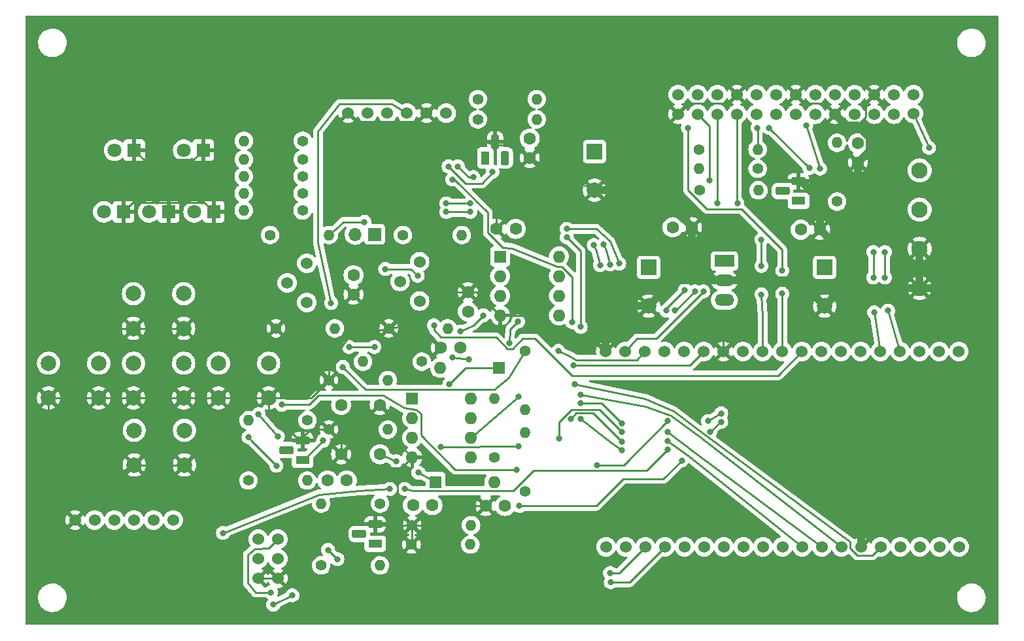
<source format=gbr>
%TF.GenerationSoftware,KiCad,Pcbnew,7.0.1*%
%TF.CreationDate,2023-09-27T17:27:02+02:00*%
%TF.ProjectId,GewitterMonitor,47657769-7474-4657-924d-6f6e69746f72,rev?*%
%TF.SameCoordinates,Original*%
%TF.FileFunction,Copper,L2,Bot*%
%TF.FilePolarity,Positive*%
%FSLAX46Y46*%
G04 Gerber Fmt 4.6, Leading zero omitted, Abs format (unit mm)*
G04 Created by KiCad (PCBNEW 7.0.1) date 2023-09-27 17:27:02*
%MOMM*%
%LPD*%
G01*
G04 APERTURE LIST*
G04 Aperture macros list*
%AMRoundRect*
0 Rectangle with rounded corners*
0 $1 Rounding radius*
0 $2 $3 $4 $5 $6 $7 $8 $9 X,Y pos of 4 corners*
0 Add a 4 corners polygon primitive as box body*
4,1,4,$2,$3,$4,$5,$6,$7,$8,$9,$2,$3,0*
0 Add four circle primitives for the rounded corners*
1,1,$1+$1,$2,$3*
1,1,$1+$1,$4,$5*
1,1,$1+$1,$6,$7*
1,1,$1+$1,$8,$9*
0 Add four rect primitives between the rounded corners*
20,1,$1+$1,$2,$3,$4,$5,0*
20,1,$1+$1,$4,$5,$6,$7,0*
20,1,$1+$1,$6,$7,$8,$9,0*
20,1,$1+$1,$8,$9,$2,$3,0*%
G04 Aperture macros list end*
%TA.AperFunction,ComponentPad*%
%ADD10C,1.600000*%
%TD*%
%TA.AperFunction,ComponentPad*%
%ADD11C,1.400000*%
%TD*%
%TA.AperFunction,ComponentPad*%
%ADD12O,1.400000X1.400000*%
%TD*%
%TA.AperFunction,ComponentPad*%
%ADD13R,1.600000X1.600000*%
%TD*%
%TA.AperFunction,ComponentPad*%
%ADD14O,1.600000X1.600000*%
%TD*%
%TA.AperFunction,ComponentPad*%
%ADD15R,1.800000X1.100000*%
%TD*%
%TA.AperFunction,ComponentPad*%
%ADD16RoundRect,0.275000X0.625000X-0.275000X0.625000X0.275000X-0.625000X0.275000X-0.625000X-0.275000X0*%
%TD*%
%TA.AperFunction,ComponentPad*%
%ADD17C,1.524000*%
%TD*%
%TA.AperFunction,ComponentPad*%
%ADD18R,1.100000X1.800000*%
%TD*%
%TA.AperFunction,ComponentPad*%
%ADD19RoundRect,0.275000X-0.275000X-0.625000X0.275000X-0.625000X0.275000X0.625000X-0.275000X0.625000X0*%
%TD*%
%TA.AperFunction,ComponentPad*%
%ADD20C,2.100000*%
%TD*%
%TA.AperFunction,ComponentPad*%
%ADD21R,2.000000X2.000000*%
%TD*%
%TA.AperFunction,ComponentPad*%
%ADD22C,2.000000*%
%TD*%
%TA.AperFunction,ComponentPad*%
%ADD23R,1.700000X1.700000*%
%TD*%
%TA.AperFunction,ComponentPad*%
%ADD24O,1.700000X1.700000*%
%TD*%
%TA.AperFunction,ComponentPad*%
%ADD25R,2.500000X1.500000*%
%TD*%
%TA.AperFunction,ComponentPad*%
%ADD26O,2.500000X1.500000*%
%TD*%
%TA.AperFunction,ComponentPad*%
%ADD27R,1.800000X1.800000*%
%TD*%
%TA.AperFunction,ComponentPad*%
%ADD28C,1.800000*%
%TD*%
%TA.AperFunction,ViaPad*%
%ADD29C,0.800000*%
%TD*%
%TA.AperFunction,Conductor*%
%ADD30C,0.250000*%
%TD*%
%TA.AperFunction,Conductor*%
%ADD31C,1.000000*%
%TD*%
G04 APERTURE END LIST*
D10*
%TO.P,C9,1*%
%TO.N,GND*%
X121200000Y-37400000D03*
%TO.P,C9,2*%
%TO.N,Net-(C9-Pad2)*%
X121200000Y-34900000D03*
%TD*%
D11*
%TO.P,R13,1*%
%TO.N,Net-(J4-Pin_3)*%
X94200000Y-90200000D03*
D12*
%TO.P,R13,2*%
%TO.N,Net-(Q4-C)*%
X101820000Y-90200000D03*
%TD*%
D10*
%TO.P,C4,1*%
%TO.N,Net-(Q3-C)*%
X95020000Y-79200000D03*
%TO.P,C4,2*%
%TO.N,Net-(C4-Pad2)*%
X97520000Y-79200000D03*
%TD*%
D13*
%TO.P,U4,1*%
%TO.N,Net-(R9-Pad2)*%
X106000000Y-68580000D03*
D14*
%TO.P,U4,2,-*%
%TO.N,GPI34-ADC1_6*%
X106000000Y-71120000D03*
%TO.P,U4,3,+*%
%TO.N,Net-(C4-Pad2)*%
X106000000Y-73660000D03*
%TO.P,U4,4,GND*%
%TO.N,GND*%
X106000000Y-76200000D03*
%TO.P,U4,5,+*%
%TO.N,Net-(C7-Pad2)*%
X113620000Y-76200000D03*
%TO.P,U4,6,-*%
%TO.N,GPI35-ADC1_7*%
X113620000Y-73660000D03*
%TO.P,U4,7*%
%TO.N,Net-(R11-Pad2)*%
X113620000Y-71120000D03*
%TO.P,U4,8,Vcc*%
%TO.N,VCC*%
X113620000Y-68580000D03*
%TD*%
D15*
%TO.P,Q2,1,C*%
%TO.N,Net-(Q2-C)*%
X156000000Y-42972323D03*
D16*
%TO.P,Q2,2,B*%
%TO.N,Net-(Q2-B)*%
X153930000Y-41702323D03*
%TO.P,Q2,3,E*%
%TO.N,GND*%
X156000000Y-40432323D03*
%TD*%
D11*
%TO.P,R3,1*%
%TO.N,GPIO25*%
X143200000Y-41600000D03*
D12*
%TO.P,R3,2*%
%TO.N,Net-(Q2-B)*%
X150820000Y-41600000D03*
%TD*%
D17*
%TO.P,RV1,1,1*%
%TO.N,Net-(R17-Pad1)*%
X92340000Y-51060000D03*
%TO.P,RV1,2,2*%
%TO.N,Net-(J3-Pin_2)*%
X89800000Y-53600000D03*
%TO.P,RV1,3,3*%
%TO.N,Net-(R19-Pad2)*%
X92340000Y-56140000D03*
%TD*%
%TO.P,U3,1,32K*%
%TO.N,unconnected-(U3-32K-Pad1)*%
X75045000Y-84330000D03*
%TO.P,U3,2,SQW*%
%TO.N,unconnected-(U3-SQW-Pad2)*%
X72505000Y-84330000D03*
%TO.P,U3,3,SCL*%
%TO.N,SCL*%
X69965000Y-84330000D03*
%TO.P,U3,4,SDA*%
%TO.N,SDA*%
X67425000Y-84330000D03*
%TO.P,U3,5,VCC*%
%TO.N,VDD*%
X64885000Y-84330000D03*
%TO.P,U3,6,GND*%
%TO.N,GND*%
X62345000Y-84330000D03*
%TD*%
D11*
%TO.P,R9,1*%
%TO.N,Net-(D1-A)*%
X107240000Y-63800000D03*
D12*
%TO.P,R9,2*%
%TO.N,Net-(R9-Pad2)*%
X99620000Y-63800000D03*
%TD*%
D18*
%TO.P,U5,1,R*%
%TO.N,Net-(U5-K)*%
X115460000Y-37400000D03*
D19*
%TO.P,U5,2,A*%
%TO.N,GND*%
X116730000Y-35330000D03*
%TO.P,U5,3,K*%
%TO.N,Net-(U5-K)*%
X118000000Y-37400000D03*
%TD*%
D11*
%TO.P,R8,1*%
%TO.N,Net-(Q3-C)*%
X92420000Y-71400000D03*
D12*
%TO.P,R8,2*%
%TO.N,VCC*%
X84800000Y-71400000D03*
%TD*%
D11*
%TO.P,R26,1*%
%TO.N,GND*%
X105900000Y-87500000D03*
D12*
%TO.P,R26,2*%
%TO.N,Net-(C7-Pad2)*%
X113520000Y-87500000D03*
%TD*%
D15*
%TO.P,Q3,1,C*%
%TO.N,Net-(Q3-C)*%
X91800000Y-76540000D03*
D16*
%TO.P,Q3,2,B*%
%TO.N,Net-(J4-Pin_4)*%
X89730000Y-75270000D03*
%TO.P,Q3,3,E*%
%TO.N,GND*%
X91800000Y-74000000D03*
%TD*%
D11*
%TO.P,R12,1*%
%TO.N,GND*%
X95210000Y-72600000D03*
D12*
%TO.P,R12,2*%
%TO.N,GPI35-ADC1_7*%
X102830000Y-72600000D03*
%TD*%
D10*
%TO.P,C5,1*%
%TO.N,GND*%
X101800000Y-69400000D03*
%TO.P,C5,2*%
%TO.N,GPI34-ADC1_6*%
X96800000Y-69400000D03*
%TD*%
%TO.P,C16,1*%
%TO.N,GND*%
X142200000Y-46400000D03*
%TO.P,C16,2*%
%TO.N,VCC*%
X139700000Y-46400000D03*
%TD*%
D11*
%TO.P,R11,1*%
%TO.N,Net-(D2-A)*%
X116620000Y-76200000D03*
D12*
%TO.P,R11,2*%
%TO.N,Net-(R11-Pad2)*%
X116620000Y-68580000D03*
%TD*%
D20*
%TO.P,J2,1,Pin_1*%
%TO.N,GND*%
X171700000Y-54260000D03*
%TO.P,J2,2,Pin_2*%
X171700000Y-49180000D03*
%TO.P,J2,3,Pin_3*%
%TO.N,Net-(J2-Pin_3)*%
X171700000Y-44100000D03*
%TO.P,J2,4,Pin_4*%
X171700000Y-39020000D03*
%TD*%
D21*
%TO.P,C14,1*%
%TO.N,Net-(J2-Pin_3)*%
X159400000Y-51600000D03*
D22*
%TO.P,C14,2*%
%TO.N,GND*%
X159400000Y-56600000D03*
%TD*%
D11*
%TO.P,R15,1*%
%TO.N,Net-(U5-K)*%
X114500000Y-29800000D03*
D12*
%TO.P,R15,2*%
%TO.N,Net-(C9-Pad2)*%
X122120000Y-29800000D03*
%TD*%
D15*
%TO.P,Q4,1,C*%
%TO.N,Net-(Q4-C)*%
X101200000Y-87400000D03*
D16*
%TO.P,Q4,2,B*%
%TO.N,Net-(J4-Pin_3)*%
X99130000Y-86130000D03*
%TO.P,Q4,3,E*%
%TO.N,GND*%
X101200000Y-84860000D03*
%TD*%
D11*
%TO.P,R22,1*%
%TO.N,GND*%
X102960000Y-59500000D03*
D12*
%TO.P,R22,2*%
%TO.N,Net-(R22-Pad2)*%
X110580000Y-59500000D03*
%TD*%
D23*
%TO.P,J3,1,Pin_1*%
%TO.N,Net-(J3-Pin_1)*%
X101140000Y-47300000D03*
D24*
%TO.P,J3,2,Pin_2*%
%TO.N,Net-(J3-Pin_2)*%
X98600000Y-47300000D03*
%TD*%
D21*
%TO.P,C2,1*%
%TO.N,VCC*%
X129600000Y-36600000D03*
D22*
%TO.P,C2,2*%
%TO.N,GND*%
X129600000Y-41600000D03*
%TD*%
D17*
%TO.P,U2,1,GPIO_6*%
%TO.N,unconnected-(U2-GPIO_6-Pad1)*%
X176770000Y-62490000D03*
%TO.P,U2,2,GPIO_7*%
%TO.N,unconnected-(U2-GPIO_7-Pad2)*%
X174230000Y-62490000D03*
%TO.P,U2,3,GPIO_8*%
%TO.N,unconnected-(U2-GPIO_8-Pad3)*%
X171690000Y-62490000D03*
%TO.P,U2,4,GPIO_15*%
%TO.N,GPIO15*%
X169150000Y-62490000D03*
%TO.P,U2,5,GPIO_2*%
%TO.N,GPIO02*%
X166610000Y-62490000D03*
%TO.P,U2,6,Boot*%
%TO.N,unconnected-(U2-Boot-Pad6)*%
X164070000Y-62490000D03*
%TO.P,U2,7,GPIO_4*%
%TO.N,GPIO04*%
X161530000Y-62490000D03*
%TO.P,U2,8,GPIO_16*%
%TO.N,GPIO16*%
X158990000Y-62490000D03*
%TO.P,U2,9,GPIO_17*%
%TO.N,GPIO17*%
X156450000Y-62490000D03*
%TO.P,U2,10,GPIO_5*%
%TO.N,GPIO05*%
X153910000Y-62490000D03*
%TO.P,U2,11,GPIO_18_SCK*%
%TO.N,GPIO18*%
X151370000Y-62490000D03*
%TO.P,U2,12,GPIO_19_MISO*%
%TO.N,GPIO19*%
X148830000Y-62490000D03*
%TO.P,U2,13,GND*%
%TO.N,GND*%
X146290000Y-62490000D03*
%TO.P,U2,14,GPIO_21_SDA*%
%TO.N,SDA*%
X143750000Y-62490000D03*
%TO.P,U2,15,GPIO_3_Rx*%
%TO.N,unconnected-(U2-GPIO_3_Rx-Pad15)*%
X141210000Y-62490000D03*
%TO.P,U2,16,GPIO_1_Tx*%
%TO.N,unconnected-(U2-GPIO_1_Tx-Pad16)*%
X138670000Y-62490000D03*
%TO.P,U2,17,GPIO_22_SCL*%
%TO.N,SCL*%
X136130000Y-62490000D03*
%TO.P,U2,18,GPIO_23_MOSI*%
%TO.N,GPIO23*%
X133590000Y-62490000D03*
%TO.P,U2,19,GND*%
%TO.N,GND*%
X131050000Y-62490000D03*
%TO.P,U2,20,Vcc_+3.3V*%
%TO.N,VDD*%
X131100000Y-87800000D03*
%TO.P,U2,21,RESET*%
%TO.N,unconnected-(U2-RESET-Pad21)*%
X133640000Y-87800000D03*
%TO.P,U2,22,GPI_36*%
%TO.N,A_PWR_A*%
X136180000Y-87800000D03*
%TO.P,U2,23,GPI_39*%
%TO.N,A_PWR_B*%
X138720000Y-87800000D03*
%TO.P,U2,24,GPI_34*%
%TO.N,GPI34-ADC1_6*%
X141260000Y-87800000D03*
%TO.P,U2,25,GPI_35*%
%TO.N,GPI35-ADC1_7*%
X143800000Y-87800000D03*
%TO.P,U2,26,GPIO_32*%
%TO.N,GPIO32*%
X146340000Y-87800000D03*
%TO.P,U2,27,GPIO_33*%
%TO.N,GPIO33*%
X148880000Y-87800000D03*
%TO.P,U2,28,GPIO_25*%
%TO.N,GPIO25*%
X151420000Y-87800000D03*
%TO.P,U2,29,GPIO_26*%
%TO.N,GPIO26*%
X153960000Y-87800000D03*
%TO.P,U2,30,GPIO_27*%
%TO.N,GPIO27*%
X156500000Y-87800000D03*
%TO.P,U2,31,GPIO_14*%
%TO.N,GPIO14*%
X159040000Y-87800000D03*
%TO.P,U2,32,GPIO_12*%
%TO.N,GPIO12*%
X161580000Y-87800000D03*
%TO.P,U2,33,GND*%
%TO.N,GND*%
X164120000Y-87800000D03*
%TO.P,U2,34,GPIO_13*%
%TO.N,GPIO13*%
X166660000Y-87800000D03*
%TO.P,U2,35,GPIO_9*%
%TO.N,unconnected-(U2-GPIO_9-Pad35)*%
X169200000Y-87800000D03*
%TO.P,U2,36,GPIO_10*%
%TO.N,unconnected-(U2-GPIO_10-Pad36)*%
X171740000Y-87800000D03*
%TO.P,U2,37,GPIO_11*%
%TO.N,unconnected-(U2-GPIO_11-Pad37)*%
X174280000Y-87800000D03*
%TO.P,U2,38,Vdd_+5V*%
%TO.N,VCC*%
X176820000Y-87800000D03*
%TD*%
D13*
%TO.P,D1,1,K*%
%TO.N,GPI34-ADC1_6*%
X117240000Y-64600000D03*
D14*
%TO.P,D1,2,A*%
%TO.N,Net-(D1-A)*%
X109620000Y-64600000D03*
%TD*%
D10*
%TO.P,C13,1*%
%TO.N,GND*%
X158800000Y-46700000D03*
%TO.P,C13,2*%
%TO.N,Net-(J2-Pin_3)*%
X156300000Y-46700000D03*
%TD*%
%TO.P,C3,1*%
%TO.N,VCC*%
X118000000Y-82500000D03*
%TO.P,C3,2*%
%TO.N,GND*%
X115500000Y-82500000D03*
%TD*%
D11*
%TO.P,R18,1*%
%TO.N,GPIO26*%
X91820000Y-35200000D03*
D12*
%TO.P,R18,2*%
%TO.N,Net-(D3-A)*%
X84200000Y-35200000D03*
%TD*%
D10*
%TO.P,C12,1*%
%TO.N,GND*%
X98400000Y-55100000D03*
%TO.P,C12,2*%
%TO.N,Net-(J3-Pin_2)*%
X98400000Y-52600000D03*
%TD*%
D11*
%TO.P,R25,1*%
%TO.N,GPIO13*%
X91800000Y-44200000D03*
D12*
%TO.P,R25,2*%
%TO.N,Net-(D8-A)*%
X84180000Y-44200000D03*
%TD*%
D17*
%TO.P,J4,1,Pin_1*%
%TO.N,A_PWR_A*%
X86060000Y-86800000D03*
%TO.P,J4,2,Pin_2*%
%TO.N,A_PWR_B*%
X88600000Y-86800000D03*
%TO.P,J4,3,Pin_3*%
%TO.N,Net-(J4-Pin_3)*%
X86060000Y-89340000D03*
%TO.P,J4,4,Pin_4*%
%TO.N,Net-(J4-Pin_4)*%
X88600000Y-89340000D03*
%TO.P,J4,5,Pin_5*%
%TO.N,GND*%
X86060000Y-91880000D03*
%TO.P,J4,6,Pin_6*%
X88600000Y-91880000D03*
%TD*%
D21*
%TO.P,C15,1*%
%TO.N,VCC*%
X136600000Y-51600000D03*
D22*
%TO.P,C15,2*%
%TO.N,GND*%
X136600000Y-56600000D03*
%TD*%
D11*
%TO.P,R20,1*%
%TO.N,Net-(R20-Pad1)*%
X104790000Y-47400000D03*
D12*
%TO.P,R20,2*%
%TO.N,Net-(U5-K)*%
X112410000Y-47400000D03*
%TD*%
D10*
%TO.P,C1,1*%
%TO.N,Net-(C1-Pad1)*%
X163700000Y-35500000D03*
%TO.P,C1,2*%
%TO.N,GND*%
X163700000Y-38000000D03*
%TD*%
D11*
%TO.P,R27,1*%
%TO.N,GND*%
X106000000Y-85000000D03*
D12*
%TO.P,R27,2*%
%TO.N,Net-(C4-Pad2)*%
X113620000Y-85000000D03*
%TD*%
D11*
%TO.P,R14,1*%
%TO.N,Net-(Q4-C)*%
X101820000Y-82200000D03*
D12*
%TO.P,R14,2*%
%TO.N,VCC*%
X94200000Y-82200000D03*
%TD*%
D10*
%TO.P,C6,1*%
%TO.N,GND*%
X96800000Y-75800000D03*
%TO.P,C6,2*%
%TO.N,GPI35-ADC1_7*%
X101800000Y-75800000D03*
%TD*%
D11*
%TO.P,R24,1*%
%TO.N,GPIO12*%
X91800000Y-42000000D03*
D12*
%TO.P,R24,2*%
%TO.N,Net-(D7-A)*%
X84180000Y-42000000D03*
%TD*%
D11*
%TO.P,R17,1*%
%TO.N,Net-(R17-Pad1)*%
X87580000Y-47400000D03*
D12*
%TO.P,R17,2*%
%TO.N,Net-(U5-K)*%
X95200000Y-47400000D03*
%TD*%
D11*
%TO.P,R19,1*%
%TO.N,GND*%
X88360000Y-59500000D03*
D12*
%TO.P,R19,2*%
%TO.N,Net-(R19-Pad2)*%
X95980000Y-59500000D03*
%TD*%
D11*
%TO.P,R16,1*%
%TO.N,Net-(C9-Pad2)*%
X114500000Y-32400000D03*
D12*
%TO.P,R16,2*%
%TO.N,VCC*%
X122120000Y-32400000D03*
%TD*%
D17*
%TO.P,U8,1,Vcc*%
%TO.N,VDD*%
X110400000Y-31600000D03*
%TO.P,U8,2,GND*%
%TO.N,GND*%
X107860000Y-31600000D03*
%TO.P,U8,3,SCL*%
%TO.N,SCL*%
X105320000Y-31600000D03*
%TO.P,U8,4,SDA*%
%TO.N,SDA*%
X102780000Y-31600000D03*
%TO.P,U8,5,CSB*%
%TO.N,VDD*%
X100240000Y-31600000D03*
%TO.P,U8,6,SDO*%
%TO.N,GND*%
X97700000Y-31600000D03*
%TD*%
D11*
%TO.P,R7,1*%
%TO.N,Net-(J4-Pin_4)*%
X84780000Y-79200000D03*
D12*
%TO.P,R7,2*%
%TO.N,Net-(Q3-C)*%
X92400000Y-79200000D03*
%TD*%
D10*
%TO.P,C10,1*%
%TO.N,GND*%
X116900000Y-46600000D03*
%TO.P,C10,2*%
%TO.N,VCC*%
X119400000Y-46600000D03*
%TD*%
D17*
%TO.P,RV2,1,1*%
%TO.N,Net-(R20-Pad1)*%
X106940000Y-50860000D03*
%TO.P,RV2,2,2*%
%TO.N,Net-(J3-Pin_1)*%
X104400000Y-53400000D03*
%TO.P,RV2,3,3*%
%TO.N,Net-(R22-Pad2)*%
X106940000Y-55940000D03*
%TD*%
D11*
%TO.P,R6,1*%
%TO.N,SCL*%
X120600000Y-62400000D03*
D12*
%TO.P,R6,2*%
%TO.N,VDD*%
X120600000Y-70020000D03*
%TD*%
D11*
%TO.P,R1,1*%
%TO.N,Net-(Q2-C)*%
X161000000Y-43052323D03*
D12*
%TO.P,R1,2*%
%TO.N,Net-(Q1-Pad1)*%
X161000000Y-35432323D03*
%TD*%
D10*
%TO.P,C8,1*%
%TO.N,GND*%
X109720000Y-62000000D03*
%TO.P,C8,2*%
%TO.N,VCC*%
X112220000Y-62000000D03*
%TD*%
D11*
%TO.P,R21,1*%
%TO.N,GPIO27*%
X91820000Y-37600000D03*
D12*
%TO.P,R21,2*%
%TO.N,Net-(D5-A)*%
X84200000Y-37600000D03*
%TD*%
D11*
%TO.P,R10,1*%
%TO.N,GND*%
X95210000Y-66200000D03*
D12*
%TO.P,R10,2*%
%TO.N,GPI34-ADC1_6*%
X102830000Y-66200000D03*
%TD*%
D13*
%TO.P,D2,1,K*%
%TO.N,GPI35-ADC1_7*%
X109000000Y-79400000D03*
D14*
%TO.P,D2,2,A*%
%TO.N,Net-(D2-A)*%
X116620000Y-79400000D03*
%TD*%
D13*
%TO.P,U6,1*%
%TO.N,A_PWR_A*%
X117380000Y-50180000D03*
D14*
%TO.P,U6,2,-*%
X117380000Y-52720000D03*
%TO.P,U6,3,+*%
%TO.N,Net-(J3-Pin_2)*%
X117380000Y-55260000D03*
%TO.P,U6,4,GND*%
%TO.N,GND*%
X117380000Y-57800000D03*
%TO.P,U6,5,+*%
%TO.N,Net-(J3-Pin_1)*%
X125000000Y-57800000D03*
%TO.P,U6,6,-*%
%TO.N,A_PWR_B*%
X125000000Y-55260000D03*
%TO.P,U6,7*%
X125000000Y-52720000D03*
%TO.P,U6,8,Vcc*%
%TO.N,VCC*%
X125000000Y-50180000D03*
%TD*%
D10*
%TO.P,C7,1*%
%TO.N,Net-(Q4-C)*%
X106100000Y-82400000D03*
%TO.P,C7,2*%
%TO.N,Net-(C7-Pad2)*%
X108600000Y-82400000D03*
%TD*%
D11*
%TO.P,R23,1*%
%TO.N,GPIO14*%
X91800000Y-39800000D03*
D12*
%TO.P,R23,2*%
%TO.N,Net-(D4-A)*%
X84180000Y-39800000D03*
%TD*%
D25*
%TO.P,U7,1,Vin*%
%TO.N,Net-(J2-Pin_3)*%
X146417500Y-50767500D03*
D26*
%TO.P,U7,2,GND*%
%TO.N,GND*%
X146417500Y-53307500D03*
%TO.P,U7,3,Vout*%
%TO.N,VCC*%
X146417500Y-55847500D03*
%TD*%
D11*
%TO.P,R4,1*%
%TO.N,Net-(C1-Pad1)*%
X143090000Y-36300000D03*
D12*
%TO.P,R4,2*%
%TO.N,Net-(U1-RST)*%
X150710000Y-36300000D03*
%TD*%
D11*
%TO.P,R2,1*%
%TO.N,Net-(Q1-Pad1)*%
X150720000Y-38800000D03*
D12*
%TO.P,R2,2*%
%TO.N,VCC*%
X143100000Y-38800000D03*
%TD*%
D11*
%TO.P,R5,1*%
%TO.N,SDA*%
X120600000Y-80600000D03*
D12*
%TO.P,R5,2*%
%TO.N,VDD*%
X120600000Y-72980000D03*
%TD*%
D10*
%TO.P,C11,1*%
%TO.N,GND*%
X113200000Y-54800000D03*
%TO.P,C11,2*%
%TO.N,Net-(J3-Pin_1)*%
X113200000Y-57300000D03*
%TD*%
D22*
%TO.P,SW2,1,1*%
%TO.N,GPIO17*%
X76400000Y-55000000D03*
%TO.P,SW2,2,2*%
X69900000Y-55000000D03*
%TO.P,SW2,3,K*%
%TO.N,GND*%
X76400000Y-59500000D03*
%TO.P,SW2,4,A*%
X69900000Y-59500000D03*
%TD*%
%TO.P,SW1,1,1*%
%TO.N,GPIO16*%
X65400000Y-64000000D03*
%TO.P,SW1,2,2*%
X58900000Y-64000000D03*
%TO.P,SW1,3,K*%
%TO.N,GND*%
X65400000Y-68500000D03*
%TO.P,SW1,4,A*%
X58900000Y-68500000D03*
%TD*%
D17*
%TO.P,U1,1,Vdd_(3.3V)*%
%TO.N,VDD*%
X170900000Y-31640000D03*
%TO.P,U1,2,Vcc_(5.0V)*%
%TO.N,Net-(C1-Pad1)*%
X170900000Y-29200000D03*
%TO.P,U1,3,NC*%
%TO.N,unconnected-(U1-NC-Pad3)*%
X168360000Y-31740000D03*
%TO.P,U1,4,Vcc_(5.0V)*%
%TO.N,Net-(C1-Pad1)*%
X168360000Y-29200000D03*
%TO.P,U1,5,NC*%
%TO.N,unconnected-(U1-NC-Pad5)*%
X165820000Y-31740000D03*
%TO.P,U1,6,GND*%
%TO.N,GND*%
X165820000Y-29200000D03*
%TO.P,U1,7,NC*%
%TO.N,unconnected-(U1-NC-Pad7)*%
X163280000Y-31740000D03*
%TO.P,U1,8,NC*%
%TO.N,unconnected-(U1-NC-Pad8)*%
X163280000Y-29200000D03*
%TO.P,U1,9,GND*%
%TO.N,GND*%
X160740000Y-31740000D03*
%TO.P,U1,10,NC*%
%TO.N,unconnected-(U1-NC-Pad10)*%
X160740000Y-29200000D03*
%TO.P,U1,11,TP_IRQ*%
%TO.N,unconnected-(U1-TP_IRQ-Pad11)*%
X158200000Y-31740000D03*
%TO.P,U1,12,NC*%
%TO.N,unconnected-(U1-NC-Pad12)*%
X158200000Y-29200000D03*
%TO.P,U1,13,NC*%
%TO.N,unconnected-(U1-NC-Pad13)*%
X155660000Y-31740000D03*
%TO.P,U1,14,GND*%
%TO.N,GND*%
X155660000Y-29200000D03*
%TO.P,U1,15,NC*%
%TO.N,unconnected-(U1-NC-Pad15)*%
X153120000Y-31740000D03*
%TO.P,U1,16,NC*%
%TO.N,unconnected-(U1-NC-Pad16)*%
X153120000Y-29200000D03*
%TO.P,U1,17,Vdd_(3.3V)*%
%TO.N,unconnected-(U1-Vdd_(3.3V)-Pad17)*%
X150580000Y-31740000D03*
%TO.P,U1,18,LCD_RS*%
%TO.N,GPIO02*%
X150580000Y-29200000D03*
%TO.P,U1,19,MOSI*%
%TO.N,GPIO23*%
X148040000Y-31740000D03*
%TO.P,U1,20,GND*%
%TO.N,GND*%
X148040000Y-29200000D03*
%TO.P,U1,21,TP_MISO*%
%TO.N,GPIO19*%
X145500000Y-31740000D03*
%TO.P,U1,22,RST*%
%TO.N,Net-(U1-RST)*%
X145500000Y-29200000D03*
%TO.P,U1,23,SCK*%
%TO.N,GPIO18*%
X142960000Y-31740000D03*
%TO.P,U1,24,LCD_CS*%
%TO.N,GPIO15*%
X142960000Y-29200000D03*
%TO.P,U1,25,GND*%
%TO.N,GND*%
X140420000Y-31740000D03*
%TO.P,U1,26,TP_CS*%
%TO.N,GPIO05*%
X140420000Y-29200000D03*
%TD*%
D27*
%TO.P,D8,1,K*%
%TO.N,GND*%
X68600000Y-44400000D03*
D28*
%TO.P,D8,2,A*%
%TO.N,Net-(D8-A)*%
X66060000Y-44400000D03*
%TD*%
D27*
%TO.P,D7,1,K*%
%TO.N,GND*%
X74435000Y-44400000D03*
D28*
%TO.P,D7,2,A*%
%TO.N,Net-(D7-A)*%
X71895000Y-44400000D03*
%TD*%
D27*
%TO.P,D5,1,K*%
%TO.N,GND*%
X70000000Y-36395600D03*
D28*
%TO.P,D5,2,A*%
%TO.N,Net-(D5-A)*%
X67460000Y-36395600D03*
%TD*%
D27*
%TO.P,D4,1,K*%
%TO.N,GND*%
X80300000Y-44400000D03*
D28*
%TO.P,D4,2,A*%
%TO.N,Net-(D4-A)*%
X77760000Y-44400000D03*
%TD*%
D22*
%TO.P,SW3,1,1*%
%TO.N,GPIO04*%
X87400000Y-64000000D03*
%TO.P,SW3,2,2*%
X80900000Y-64000000D03*
%TO.P,SW3,3,K*%
%TO.N,GND*%
X87400000Y-68500000D03*
%TO.P,SW3,4,A*%
X80900000Y-68500000D03*
%TD*%
%TO.P,SW5,1,1*%
%TO.N,GPIO33*%
X76400000Y-64000000D03*
%TO.P,SW5,2,2*%
X69900000Y-64000000D03*
%TO.P,SW5,3,K*%
%TO.N,GND*%
X76400000Y-68500000D03*
%TO.P,SW5,4,A*%
X69900000Y-68500000D03*
%TD*%
%TO.P,SW4,1,1*%
%TO.N,GPIO32*%
X76500000Y-72700000D03*
%TO.P,SW4,2,2*%
X70000000Y-72700000D03*
%TO.P,SW4,3,K*%
%TO.N,GND*%
X76500000Y-77200000D03*
%TO.P,SW4,4,A*%
X70000000Y-77200000D03*
%TD*%
D27*
%TO.P,D3,1,K*%
%TO.N,GND*%
X78940000Y-36400000D03*
D28*
%TO.P,D3,2,A*%
%TO.N,Net-(D3-A)*%
X76400000Y-36400000D03*
%TD*%
D29*
%TO.N,VCC*%
X96300000Y-89400000D03*
X95100000Y-88200000D03*
X118600000Y-61400000D03*
X84800000Y-73600000D03*
X88400000Y-77300000D03*
X119700000Y-58600000D03*
%TO.N,Net-(Q3-C)*%
X94466804Y-74033196D03*
%TO.N,GPI34-ADC1_6*%
X133100000Y-75300000D03*
X127800000Y-71200000D03*
X110800000Y-66700000D03*
%TO.N,GPI35-ADC1_7*%
X126500000Y-71200000D03*
X119800000Y-68300000D03*
X133100000Y-74200000D03*
X103900000Y-76700000D03*
X106800000Y-78200000D03*
%TO.N,A_PWR_A*%
X112200000Y-59900000D03*
X115200000Y-57800000D03*
X131600000Y-91200000D03*
%TO.N,A_PWR_B*%
X87700000Y-93700000D03*
X131700000Y-92400000D03*
%TO.N,GPIO25*%
X141300000Y-54500000D03*
X138900000Y-57200000D03*
%TO.N,Net-(U1-RST)*%
X150700000Y-33500000D03*
%TO.N,SDA*%
X111200000Y-40200000D03*
X139100000Y-71500000D03*
X129900000Y-77200000D03*
X90473903Y-94073903D03*
X88000000Y-95300000D03*
X126900000Y-64300000D03*
X126700000Y-58700000D03*
%TO.N,VDD*%
X172900000Y-36100000D03*
%TO.N,SCL*%
X95500000Y-56200000D03*
X97000000Y-64500000D03*
X124900000Y-62400000D03*
%TO.N,Net-(U5-K)*%
X99800000Y-45700000D03*
%TO.N,GPIO26*%
X113900000Y-39900000D03*
X129500000Y-48700000D03*
X111900000Y-38500000D03*
X130300000Y-51300000D03*
%TO.N,GPIO27*%
X131600000Y-51200000D03*
X139100000Y-74100000D03*
X130800000Y-48600000D03*
X110700000Y-38500000D03*
X116400000Y-39175500D03*
%TO.N,GPIO14*%
X132800000Y-51100000D03*
X139100000Y-72900000D03*
X126000000Y-46600000D03*
X110400000Y-43300000D03*
X113500000Y-43300000D03*
%TO.N,GPIO12*%
X113500000Y-44400000D03*
X127800000Y-59300000D03*
X110400000Y-44400000D03*
X126000000Y-47700000D03*
X127800000Y-68100000D03*
%TO.N,GPIO13*%
X127000000Y-66700000D03*
%TO.N,GPIO16*%
X146000000Y-70500000D03*
X144300000Y-71500000D03*
X139100000Y-75200000D03*
X105000000Y-80300000D03*
X103100000Y-80300000D03*
X81500000Y-86000000D03*
%TO.N,GPIO17*%
X108800000Y-59100000D03*
%TO.N,GPIO04*%
X140900000Y-76600000D03*
X146000000Y-71600000D03*
X144600000Y-72900000D03*
X119500000Y-77800000D03*
X89087701Y-69387701D03*
X119875500Y-82500000D03*
%TO.N,GPIO32*%
X133100000Y-72900000D03*
X119800000Y-74800000D03*
X109700000Y-74900000D03*
X86100000Y-70600000D03*
X88600000Y-73500000D03*
X125000000Y-73800000D03*
%TO.N,GPIO02*%
X152200000Y-33500000D03*
X165700000Y-49600000D03*
X165700000Y-52900000D03*
X165800000Y-57400000D03*
X157400000Y-38700000D03*
%TO.N,GPIO23*%
X143700000Y-54700000D03*
X148100000Y-43300000D03*
%TO.N,GPIO19*%
X145500000Y-43300000D03*
X142600000Y-54700000D03*
X140000000Y-57200000D03*
%TO.N,GPIO18*%
X151200000Y-55100000D03*
X144500000Y-40300000D03*
X151200000Y-48000000D03*
X151200000Y-51400000D03*
%TO.N,GPIO15*%
X167600000Y-57200000D03*
X167200000Y-49600000D03*
X157000000Y-33200000D03*
X167200000Y-52900000D03*
X158800000Y-38800000D03*
%TO.N,GPIO05*%
X153900000Y-55000000D03*
X141700000Y-33500000D03*
X153900000Y-52000000D03*
%TO.N,GPIO33*%
X133100000Y-71800000D03*
X127800000Y-69200000D03*
X97800000Y-61912299D03*
X101100000Y-61900000D03*
X111200000Y-63300000D03*
X113300000Y-63500000D03*
%TO.N,Net-(J3-Pin_2)*%
X106700000Y-52675500D03*
X102500000Y-51800000D03*
%TD*%
D30*
%TO.N,GND*%
X104400000Y-74600000D02*
X106000000Y-76200000D01*
X72900000Y-59500000D02*
X76400000Y-59500000D01*
X76400000Y-68500000D02*
X80900000Y-68500000D01*
X100800000Y-84860000D02*
X97700000Y-84860000D01*
X95210000Y-66200000D02*
X95210000Y-64190000D01*
X97700000Y-84860000D02*
X88600000Y-91880000D01*
X69475000Y-77200000D02*
X70000000Y-77200000D01*
X95210000Y-65850000D02*
X95210000Y-66200000D01*
X88360000Y-59500000D02*
X95210000Y-65850000D01*
X106773000Y-32687000D02*
X107860000Y-31600000D01*
X102960000Y-59500000D02*
X106720000Y-58800000D01*
D31*
X139892500Y-53307500D02*
X146417500Y-53307500D01*
D30*
X146290000Y-62490000D02*
X146290000Y-60610000D01*
X87400000Y-68500000D02*
X92910000Y-68500000D01*
X69900000Y-68500000D02*
X76400000Y-68500000D01*
X95210000Y-64190000D02*
X97900000Y-60400000D01*
X96800000Y-74190000D02*
X96800000Y-75800000D01*
X78940000Y-43135000D02*
X78900000Y-43175000D01*
X164733000Y-32071000D02*
X163602000Y-33202000D01*
D31*
X141400000Y-44700000D02*
X141400001Y-45600001D01*
D30*
X65500000Y-59500000D02*
X69900000Y-59500000D01*
X58900000Y-68500000D02*
X65400000Y-68500000D01*
X77715000Y-37625000D02*
X78940000Y-36400000D01*
X71229400Y-37625000D02*
X77715000Y-37625000D01*
D31*
X161740000Y-54260000D02*
X159400000Y-56600000D01*
X146417500Y-53307500D02*
X145167500Y-53307500D01*
X141400001Y-45600001D02*
X142200000Y-46400000D01*
D30*
X104400000Y-72000000D02*
X104400000Y-74600000D01*
X153600000Y-27200000D02*
X154000000Y-27540000D01*
X165820000Y-29200000D02*
X164733000Y-30287000D01*
X58900000Y-68500000D02*
X62100000Y-65300000D01*
X106000000Y-85000000D02*
X104100000Y-83100000D01*
X124700000Y-39200000D02*
X129600000Y-41600000D01*
X148040000Y-29200000D02*
X150040000Y-27200000D01*
X95210000Y-72600000D02*
X96800000Y-74190000D01*
D31*
X145167500Y-53307500D02*
X142200000Y-50340000D01*
D30*
X70000000Y-77200000D02*
X76500000Y-77200000D01*
D31*
X173200000Y-83700000D02*
X166600000Y-83700000D01*
D30*
X106000000Y-85000000D02*
X106000000Y-87400000D01*
X150040000Y-27200000D02*
X153600000Y-27200000D01*
X120400000Y-57800000D02*
X123300000Y-60700000D01*
D31*
X129600000Y-41600000D02*
X138300000Y-41600000D01*
D30*
X113100000Y-82500000D02*
X115500000Y-82500000D01*
X116730000Y-35730000D02*
X114100000Y-34800000D01*
X113200000Y-54800000D02*
X114380000Y-54800000D01*
D31*
X161740000Y-49640000D02*
X161740000Y-54260000D01*
X158800000Y-46700000D02*
X158800000Y-42922323D01*
D30*
X78940000Y-36400000D02*
X78940000Y-43135000D01*
D31*
X177260000Y-54260000D02*
X181000000Y-58000000D01*
X131050000Y-58250000D02*
X131050000Y-60700000D01*
D30*
X68600000Y-48800000D02*
X73100000Y-53300000D01*
X87400000Y-70000000D02*
X87400000Y-68500000D01*
X73100000Y-53300000D02*
X73100000Y-59300000D01*
D31*
X160740000Y-31740000D02*
X162202000Y-33202000D01*
X131050000Y-60700000D02*
X131050000Y-62490000D01*
D30*
X68600000Y-44400000D02*
X68600000Y-48800000D01*
X114100000Y-34800000D02*
X109800000Y-33100000D01*
D31*
X181000000Y-75700000D02*
X181100000Y-75800000D01*
X163700000Y-38000000D02*
X163700000Y-47680000D01*
D30*
X98787000Y-32687000D02*
X106773000Y-32687000D01*
X121200000Y-37400000D02*
X124700000Y-39200000D01*
X91400000Y-74000000D02*
X87400000Y-70000000D01*
D31*
X162202000Y-33202000D02*
X163602000Y-33202000D01*
D30*
X101800000Y-69400000D02*
X104400000Y-72000000D01*
X106000000Y-87400000D02*
X105900000Y-87500000D01*
D31*
X136600000Y-56600000D02*
X139892500Y-53307500D01*
X165200000Y-34800000D02*
X165200000Y-36500000D01*
D30*
X62345000Y-84330000D02*
X69475000Y-77200000D01*
X73100000Y-59300000D02*
X72900000Y-59500000D01*
X69825000Y-43175000D02*
X74700000Y-43175000D01*
X58900000Y-68500000D02*
X58900000Y-80885000D01*
D31*
X163602000Y-33202000D02*
X165200000Y-34800000D01*
D30*
X79075000Y-43175000D02*
X80300000Y-44400000D01*
X100800000Y-84860000D02*
X100940000Y-85000000D01*
X154000000Y-27540000D02*
X155660000Y-29200000D01*
D31*
X156107500Y-53307500D02*
X148200000Y-53307500D01*
D30*
X141873000Y-30287000D02*
X146953000Y-30287000D01*
X74435000Y-43440000D02*
X74700000Y-43175000D01*
X80900000Y-68500000D02*
X87400000Y-68500000D01*
X106720000Y-58800000D02*
X111700000Y-54800000D01*
X92910000Y-68500000D02*
X95210000Y-66200000D01*
D31*
X158800000Y-42922323D02*
X156310000Y-40432323D01*
D30*
X91400000Y-74000000D02*
X92800000Y-72600000D01*
X104100000Y-83100000D02*
X104100000Y-78100000D01*
D31*
X148200000Y-53307500D02*
X146417500Y-53307500D01*
X171700000Y-54260000D02*
X161740000Y-54260000D01*
D30*
X116900000Y-41700000D02*
X121200000Y-37400000D01*
X155660000Y-29200000D02*
X156747000Y-30287000D01*
X69900000Y-59500000D02*
X72900000Y-59500000D01*
D31*
X181100000Y-75800000D02*
X173200000Y-83700000D01*
X136600000Y-56600000D02*
X132700000Y-56600000D01*
D30*
X88600000Y-91880000D02*
X86060000Y-91880000D01*
D31*
X164120000Y-86180000D02*
X164120000Y-87800000D01*
X163700000Y-47680000D02*
X161740000Y-49640000D01*
D30*
X62100000Y-62900000D02*
X65500000Y-59500000D01*
X97700000Y-31600000D02*
X98787000Y-32687000D01*
X164733000Y-30287000D02*
X164733000Y-32071000D01*
X58900000Y-80885000D02*
X62345000Y-84330000D01*
D31*
X165200000Y-36500000D02*
X163700000Y-38000000D01*
D30*
X159287000Y-30287000D02*
X160740000Y-31740000D01*
X156747000Y-30287000D02*
X159287000Y-30287000D01*
X123300000Y-60700000D02*
X131050000Y-60700000D01*
D31*
X138300000Y-41600000D02*
X141400000Y-44700000D01*
X159400000Y-56600000D02*
X156107500Y-53307500D01*
D30*
X74700000Y-43175000D02*
X78900000Y-43175000D01*
X140420000Y-31740000D02*
X141873000Y-30287000D01*
X114380000Y-54800000D02*
X117380000Y-57800000D01*
X121200000Y-37400000D02*
X119530000Y-35730000D01*
X111700000Y-54800000D02*
X113200000Y-54800000D01*
X104600000Y-77600000D02*
X106000000Y-76200000D01*
X117380000Y-57800000D02*
X120400000Y-57800000D01*
X109800000Y-33100000D02*
X107860000Y-31600000D01*
X74435000Y-44400000D02*
X74435000Y-43440000D01*
D31*
X132700000Y-56600000D02*
X131050000Y-58250000D01*
D30*
X146953000Y-30287000D02*
X148040000Y-29200000D01*
X68600000Y-44400000D02*
X69825000Y-43175000D01*
X146290000Y-60610000D02*
X148700000Y-58200000D01*
X65400000Y-68500000D02*
X69900000Y-68500000D01*
X110600000Y-85000000D02*
X113100000Y-82500000D01*
D31*
X158800000Y-46700000D02*
X161740000Y-49640000D01*
D30*
X106000000Y-85000000D02*
X110600000Y-85000000D01*
X98600000Y-77600000D02*
X104600000Y-77600000D01*
X78900000Y-43175000D02*
X79075000Y-43175000D01*
X106720000Y-58800000D02*
X109720000Y-62000000D01*
D31*
X171700000Y-54260000D02*
X177260000Y-54260000D01*
X171700000Y-49180000D02*
X171700000Y-54260000D01*
D30*
X62100000Y-65300000D02*
X62100000Y-62900000D01*
X97900000Y-60400000D02*
X102960000Y-59500000D01*
X148700000Y-58200000D02*
X148700000Y-53807500D01*
X100940000Y-85000000D02*
X106000000Y-85000000D01*
X96800000Y-75800000D02*
X98600000Y-77600000D01*
D31*
X142200000Y-50340000D02*
X142200000Y-46400000D01*
D30*
X104100000Y-78100000D02*
X106000000Y-76200000D01*
D31*
X181000000Y-58000000D02*
X181000000Y-75700000D01*
D30*
X92800000Y-72600000D02*
X95210000Y-72600000D01*
D31*
X166600000Y-83700000D02*
X164120000Y-86180000D01*
X156310000Y-40432323D02*
X155600000Y-40432323D01*
D30*
X98400000Y-55100000D02*
X102960000Y-59500000D01*
X119530000Y-35730000D02*
X116730000Y-35730000D01*
X148700000Y-53807500D02*
X148200000Y-53307500D01*
X116900000Y-46600000D02*
X116900000Y-41700000D01*
X70000000Y-36395600D02*
X71229400Y-37625000D01*
%TO.N,VCC*%
X118600000Y-61400000D02*
X118700000Y-59600000D01*
X118700000Y-59600000D02*
X119700000Y-58600000D01*
X85200000Y-74100000D02*
X88400000Y-77300000D01*
X84800000Y-73600000D02*
X85200000Y-74100000D01*
X95100000Y-88200000D02*
X96300000Y-89400000D01*
%TO.N,Net-(Q3-C)*%
X91960000Y-76540000D02*
X91400000Y-76540000D01*
X94466804Y-74033196D02*
X91960000Y-76540000D01*
%TO.N,GPI34-ADC1_6*%
X110800000Y-66700000D02*
X112900000Y-64600000D01*
X112900000Y-64600000D02*
X117240000Y-64600000D01*
X131700000Y-74300000D02*
X127800000Y-71200000D01*
X133100000Y-75300000D02*
X131700000Y-74300000D01*
%TO.N,GPI35-ADC1_7*%
X133100000Y-74200000D02*
X129375000Y-70475000D01*
X101800000Y-75800000D02*
X103900000Y-76700000D01*
X129375000Y-70475000D02*
X127225000Y-70475000D01*
X106800000Y-78200000D02*
X107400000Y-78500000D01*
X127225000Y-70475000D02*
X126500000Y-71200000D01*
X107400000Y-78500000D02*
X109000000Y-79400000D01*
X119800000Y-68300000D02*
X113620000Y-73660000D01*
%TO.N,A_PWR_A*%
X113900000Y-59100000D02*
X115200000Y-57800000D01*
X136180000Y-87800000D02*
X132780000Y-91200000D01*
X132780000Y-91200000D02*
X131600000Y-91200000D01*
X112200000Y-59900000D02*
X113900000Y-59100000D01*
%TO.N,A_PWR_B*%
X84700000Y-92500000D02*
X84700000Y-88800000D01*
X84700000Y-88800000D02*
X85609749Y-88100000D01*
X85609749Y-88100000D02*
X87400000Y-88000000D01*
X131700000Y-92400000D02*
X134120000Y-92400000D01*
X87400000Y-88000000D02*
X88600000Y-86800000D01*
X134120000Y-92400000D02*
X138720000Y-87800000D01*
X85723869Y-93700000D02*
X84700000Y-92500000D01*
X87700000Y-93700000D02*
X85723869Y-93700000D01*
%TO.N,GPIO25*%
X138900000Y-56900000D02*
X138900000Y-57200000D01*
X141300000Y-54500000D02*
X138900000Y-56900000D01*
%TO.N,Net-(U1-RST)*%
X150710000Y-33510000D02*
X150710000Y-36300000D01*
X150700000Y-33500000D02*
X150710000Y-33510000D01*
%TO.N,SDA*%
X124729009Y-51500000D02*
X118900000Y-49100000D01*
X115775000Y-47065991D02*
X115775000Y-44475000D01*
X88000000Y-95300000D02*
X90473903Y-94073903D01*
X115775000Y-44475000D02*
X111500000Y-40200000D01*
X139100000Y-71500000D02*
X133400000Y-77200000D01*
X126700000Y-52829009D02*
X125370991Y-51500000D01*
X133400000Y-77200000D02*
X129900000Y-77200000D01*
X141940000Y-64300000D02*
X143750000Y-62490000D01*
X125370991Y-51500000D02*
X124729009Y-51500000D01*
X126900000Y-64300000D02*
X141940000Y-64300000D01*
X118900000Y-49100000D02*
X117709009Y-49000000D01*
X126700000Y-58700000D02*
X126700000Y-52829009D01*
X111500000Y-40200000D02*
X111200000Y-40200000D01*
X117709009Y-49000000D02*
X115775000Y-47065991D01*
%TO.N,VDD*%
X172900000Y-36100000D02*
X170900000Y-31640000D01*
%TO.N,SCL*%
X126400000Y-63100000D02*
X124900000Y-62400000D01*
X99925000Y-67425000D02*
X116665000Y-67425000D01*
X93800000Y-33962749D02*
X96600000Y-30400000D01*
X93800000Y-48400000D02*
X93800000Y-33962749D01*
X116665000Y-67425000D02*
X118500000Y-65900000D01*
X103300000Y-30400000D02*
X105320000Y-31600000D01*
X97000000Y-64500000D02*
X99925000Y-67425000D01*
X136130000Y-62490000D02*
X135043000Y-63577000D01*
X97200000Y-30400000D02*
X103300000Y-30400000D01*
X118500000Y-65900000D02*
X120600000Y-62400000D01*
X95500000Y-56200000D02*
X93800000Y-48400000D01*
X135043000Y-63577000D02*
X127202305Y-63577000D01*
X127202305Y-63577000D02*
X126400000Y-63100000D01*
X96600000Y-30400000D02*
X98400000Y-30400000D01*
%TO.N,Net-(U5-K)*%
X97100000Y-45700000D02*
X95200000Y-47400000D01*
X99800000Y-45700000D02*
X97100000Y-45700000D01*
%TO.N,GPIO26*%
X113900000Y-39900000D02*
X113300000Y-39900000D01*
X129800000Y-49500000D02*
X129500000Y-48700000D01*
X130300000Y-51300000D02*
X129800000Y-49500000D01*
X113300000Y-39900000D02*
X111900000Y-38500000D01*
%TO.N,GPIO27*%
X131100000Y-49400000D02*
X130800000Y-48600000D01*
X116400000Y-39175500D02*
X116400000Y-39325305D01*
X141700000Y-76000000D02*
X139100000Y-74100000D01*
X156500000Y-87800000D02*
X141700000Y-76000000D01*
X116400000Y-39325305D02*
X115025305Y-40700000D01*
X131600000Y-51200000D02*
X131100000Y-49400000D01*
X115025305Y-40700000D02*
X112900000Y-40700000D01*
X112900000Y-40700000D02*
X110700000Y-38500000D01*
%TO.N,GPIO14*%
X142658730Y-75600000D02*
X139100000Y-72900000D01*
X131600000Y-48200000D02*
X129825305Y-46600000D01*
X129825305Y-46600000D02*
X126000000Y-46600000D01*
X159040000Y-87800000D02*
X142658730Y-75600000D01*
X132800000Y-51100000D02*
X131600000Y-48200000D01*
X113500000Y-43300000D02*
X110400000Y-43300000D01*
%TO.N,GPIO12*%
X161580000Y-87800000D02*
X143300000Y-73600000D01*
X136200000Y-69600000D02*
X127800000Y-68100000D01*
X127800000Y-59300000D02*
X127800000Y-49500000D01*
X113500000Y-44400000D02*
X110400000Y-44400000D01*
X127800000Y-49500000D02*
X126000000Y-47700000D01*
X139500000Y-70800000D02*
X136200000Y-69600000D01*
X143300000Y-73600000D02*
X139500000Y-70800000D01*
%TO.N,GPIO13*%
X162667000Y-87967000D02*
X162667000Y-87167000D01*
X163587000Y-88887000D02*
X162667000Y-87967000D01*
X162667000Y-87167000D02*
X144300000Y-73600000D01*
X136100000Y-68600000D02*
X127000000Y-66700000D01*
X165573000Y-88887000D02*
X163587000Y-88887000D01*
X144300000Y-73600000D02*
X139800000Y-70200000D01*
X166660000Y-87800000D02*
X165573000Y-88887000D01*
X139800000Y-70200000D02*
X136100000Y-68600000D01*
%TO.N,GPIO16*%
X119075431Y-80525000D02*
X121675431Y-77925000D01*
X105000000Y-80300000D02*
X106125000Y-80525000D01*
X103100000Y-80300000D02*
X99100000Y-80500000D01*
X121675431Y-77925000D02*
X136375000Y-77925000D01*
X136375000Y-77925000D02*
X139100000Y-75200000D01*
X106125000Y-80525000D02*
X119075431Y-80525000D01*
X146000000Y-70500000D02*
X145600000Y-70700000D01*
X93900000Y-81000000D02*
X81500000Y-86000000D01*
X99100000Y-80500000D02*
X93900000Y-81000000D01*
X145600000Y-70700000D02*
X144300000Y-71500000D01*
%TO.N,GPIO17*%
X118975000Y-62125000D02*
X120300000Y-60800000D01*
X109700000Y-60609677D02*
X110375000Y-60675000D01*
X110375000Y-60675000D02*
X116849695Y-60675000D01*
X120300000Y-60800000D02*
X121900000Y-60800000D01*
X126700000Y-65600000D02*
X153340000Y-65600000D01*
X153340000Y-65600000D02*
X156450000Y-62490000D01*
X116849695Y-60675000D02*
X118299695Y-62125000D01*
X118299695Y-62125000D02*
X118975000Y-62125000D01*
X108800000Y-59709677D02*
X109700000Y-60609677D01*
X121900000Y-60800000D02*
X126700000Y-65600000D01*
X108800000Y-59100000D02*
X108800000Y-59709677D01*
%TO.N,GPIO04*%
X104900000Y-69800000D02*
X102200000Y-68200000D01*
X111574695Y-77800000D02*
X107125000Y-73350305D01*
X102200000Y-68200000D02*
X93846396Y-68200000D01*
X92670896Y-69375500D02*
X89099902Y-69375500D01*
X106500000Y-70000000D02*
X104900000Y-69800000D01*
X89099902Y-69375500D02*
X89087701Y-69387701D01*
X133300000Y-79000000D02*
X129800000Y-82500000D01*
X107125000Y-73350305D02*
X107125000Y-70525000D01*
X107125000Y-70525000D02*
X106500000Y-70000000D01*
X140900000Y-76600000D02*
X138500000Y-79000000D01*
X146000000Y-71600000D02*
X145900000Y-71600000D01*
X145900000Y-71600000D02*
X144600000Y-72900000D01*
X93846396Y-68200000D02*
X92670896Y-69375500D01*
X138500000Y-79000000D02*
X133300000Y-79000000D01*
X119500000Y-77800000D02*
X111574695Y-77800000D01*
X129800000Y-82500000D02*
X119875500Y-82500000D01*
%TO.N,GPIO32*%
X119800000Y-74800000D02*
X109700000Y-74900000D01*
X130225000Y-70025000D02*
X126649695Y-70025000D01*
X88600000Y-73500000D02*
X86100000Y-70600000D01*
X133100000Y-72900000D02*
X130225000Y-70025000D01*
X125000000Y-71674695D02*
X125000000Y-73800000D01*
X126649695Y-70025000D02*
X125000000Y-71674695D01*
%TO.N,GPIO02*%
X165800000Y-57400000D02*
X166610000Y-62490000D01*
X157400000Y-38700000D02*
X152200000Y-33500000D01*
X165700000Y-49600000D02*
X165700000Y-52900000D01*
%TO.N,GPIO23*%
X148040000Y-31740000D02*
X148040000Y-43240000D01*
X143700000Y-54700000D02*
X137600000Y-60800000D01*
X135100000Y-60800000D02*
X133590000Y-62490000D01*
X137600000Y-60800000D02*
X135100000Y-60800000D01*
X148040000Y-43240000D02*
X148100000Y-43300000D01*
%TO.N,GPIO19*%
X142600000Y-54700000D02*
X140100000Y-57200000D01*
X145500000Y-31740000D02*
X145500000Y-43300000D01*
X140100000Y-57200000D02*
X140000000Y-57200000D01*
%TO.N,GPIO18*%
X151200000Y-55100000D02*
X151370000Y-57870000D01*
X151370000Y-57870000D02*
X151370000Y-62490000D01*
X151200000Y-48000000D02*
X151200000Y-51400000D01*
X144506611Y-33286611D02*
X144500000Y-40300000D01*
X142960000Y-31740000D02*
X144506611Y-33286611D01*
%TO.N,GPIO15*%
X167600000Y-57200000D02*
X169150000Y-62490000D01*
X167200000Y-52900000D02*
X167200000Y-49600000D01*
X158800000Y-38800000D02*
X157000000Y-33200000D01*
%TO.N,GPIO05*%
X144175431Y-44025000D02*
X148624500Y-44025000D01*
X141700000Y-41549569D02*
X144175431Y-44025000D01*
X153900000Y-55000000D02*
X153910000Y-57710000D01*
X141700000Y-33500000D02*
X141700000Y-41549569D01*
X153900000Y-49300500D02*
X153900000Y-52000000D01*
X153910000Y-57710000D02*
X153910000Y-62490000D01*
X148624500Y-44025000D02*
X153900000Y-49300500D01*
%TO.N,GPIO33*%
X98524598Y-61900000D02*
X101100000Y-61900000D01*
X133100000Y-71800000D02*
X130500000Y-69200000D01*
X97800000Y-61912299D02*
X98524598Y-61900000D01*
X113300000Y-63500000D02*
X111200000Y-63300000D01*
X130500000Y-69200000D02*
X127800000Y-69200000D01*
%TO.N,Net-(J3-Pin_2)*%
X105824500Y-51800000D02*
X106700000Y-52675500D01*
X102500000Y-51800000D02*
X105824500Y-51800000D01*
%TD*%
%TA.AperFunction,Conductor*%
%TO.N,GND*%
G36*
X144296625Y-29652635D02*
G01*
X144342382Y-29704811D01*
X144402466Y-29833662D01*
X144529174Y-30014620D01*
X144685380Y-30170826D01*
X144866338Y-30297534D01*
X144982989Y-30351929D01*
X144995189Y-30357618D01*
X145047365Y-30403375D01*
X145066784Y-30470000D01*
X145047365Y-30536625D01*
X144995189Y-30582382D01*
X144866338Y-30642466D01*
X144685379Y-30769174D01*
X144529174Y-30925379D01*
X144402466Y-31106338D01*
X144342382Y-31235189D01*
X144296625Y-31287365D01*
X144230000Y-31306784D01*
X144163375Y-31287365D01*
X144117618Y-31235189D01*
X144076940Y-31147956D01*
X144057534Y-31106339D01*
X143930826Y-30925380D01*
X143774620Y-30769174D01*
X143593662Y-30642466D01*
X143464811Y-30582381D01*
X143412635Y-30536624D01*
X143393216Y-30469998D01*
X143412636Y-30403373D01*
X143464810Y-30357618D01*
X143593662Y-30297534D01*
X143774620Y-30170826D01*
X143930826Y-30014620D01*
X144057534Y-29833662D01*
X144117617Y-29704811D01*
X144163375Y-29652635D01*
X144230000Y-29633216D01*
X144296625Y-29652635D01*
G37*
%TD.AperFunction*%
%TA.AperFunction,Conductor*%
G36*
X181838000Y-19016613D02*
G01*
X181883387Y-19062000D01*
X181900000Y-19124000D01*
X181900000Y-97776000D01*
X181883387Y-97838000D01*
X181838000Y-97883387D01*
X181776000Y-97900000D01*
X56024000Y-97900000D01*
X55962000Y-97883387D01*
X55916613Y-97838000D01*
X55900000Y-97776000D01*
X55900000Y-94467764D01*
X57545787Y-94467764D01*
X57575413Y-94737016D01*
X57575414Y-94737018D01*
X57630281Y-94946889D01*
X57643928Y-94999087D01*
X57749871Y-95248392D01*
X57890982Y-95479611D01*
X58064253Y-95687818D01*
X58064255Y-95687820D01*
X58265998Y-95868582D01*
X58491910Y-96018044D01*
X58598211Y-96067875D01*
X58737177Y-96133021D01*
X58961469Y-96200500D01*
X58996569Y-96211060D01*
X59264561Y-96250500D01*
X59467631Y-96250500D01*
X59467634Y-96250500D01*
X59670156Y-96235677D01*
X59670156Y-96235676D01*
X59934553Y-96176780D01*
X60187558Y-96080014D01*
X60423777Y-95947441D01*
X60638177Y-95781888D01*
X60826186Y-95586881D01*
X60983799Y-95366579D01*
X61107656Y-95125675D01*
X61195118Y-94869305D01*
X61244319Y-94602933D01*
X61254212Y-94332235D01*
X61224586Y-94062982D01*
X61156072Y-93800912D01*
X61050130Y-93551610D01*
X60915930Y-93331715D01*
X60909017Y-93320388D01*
X60735746Y-93112181D01*
X60691893Y-93072889D01*
X60534002Y-92931418D01*
X60308090Y-92781956D01*
X60278925Y-92768284D01*
X60062822Y-92666978D01*
X59803437Y-92588941D01*
X59803431Y-92588940D01*
X59535439Y-92549500D01*
X59332369Y-92549500D01*
X59332366Y-92549500D01*
X59129843Y-92564322D01*
X58865449Y-92623219D01*
X58612441Y-92719986D01*
X58376223Y-92852559D01*
X58161825Y-93018109D01*
X57973813Y-93213120D01*
X57816201Y-93433420D01*
X57692342Y-93674329D01*
X57604881Y-93930695D01*
X57555680Y-94197066D01*
X57545787Y-94467764D01*
X55900000Y-94467764D01*
X55900000Y-92549152D01*
X84071447Y-92549152D01*
X84081514Y-92597886D01*
X84083099Y-92607427D01*
X84089336Y-92656794D01*
X84094460Y-92669738D01*
X84100601Y-92690290D01*
X84103418Y-92703924D01*
X84125289Y-92748625D01*
X84129199Y-92757474D01*
X84147514Y-92803732D01*
X84155694Y-92814991D01*
X84166758Y-92833379D01*
X84172875Y-92845881D01*
X84205173Y-92883735D01*
X84211161Y-92891335D01*
X84240406Y-92931587D01*
X84251132Y-92940460D01*
X84266419Y-92955517D01*
X85213713Y-94065769D01*
X85224080Y-94079812D01*
X85238082Y-94101876D01*
X85265479Y-94127604D01*
X85272370Y-94134832D01*
X85298464Y-94158599D01*
X85299849Y-94159880D01*
X85356811Y-94213371D01*
X85361085Y-94215637D01*
X85361089Y-94215640D01*
X85425950Y-94250023D01*
X85427489Y-94250854D01*
X85496017Y-94288528D01*
X85500720Y-94289659D01*
X85500721Y-94289660D01*
X85572010Y-94306811D01*
X85573822Y-94307262D01*
X85644850Y-94325500D01*
X85644851Y-94325500D01*
X85649532Y-94326702D01*
X85654371Y-94326628D01*
X85654374Y-94326629D01*
X85727665Y-94325514D01*
X85729552Y-94325500D01*
X86996253Y-94325500D01*
X87046688Y-94336220D01*
X87088401Y-94366526D01*
X87094129Y-94372888D01*
X87170275Y-94428211D01*
X87247272Y-94484153D01*
X87288073Y-94502319D01*
X87334004Y-94537563D01*
X87358927Y-94589817D01*
X87357412Y-94647692D01*
X87329787Y-94698570D01*
X87267466Y-94767783D01*
X87172820Y-94931715D01*
X87114326Y-95111742D01*
X87094540Y-95299999D01*
X87114326Y-95488257D01*
X87172820Y-95668284D01*
X87267466Y-95832216D01*
X87394129Y-95972889D01*
X87547269Y-96084151D01*
X87720197Y-96161144D01*
X87905352Y-96200500D01*
X87905354Y-96200500D01*
X88094646Y-96200500D01*
X88094648Y-96200500D01*
X88218083Y-96174262D01*
X88279803Y-96161144D01*
X88452730Y-96084151D01*
X88458424Y-96080014D01*
X88605870Y-95972889D01*
X88628785Y-95947440D01*
X88732533Y-95832216D01*
X88827179Y-95668284D01*
X88842094Y-95622378D01*
X88866182Y-95579647D01*
X88904957Y-95549598D01*
X90121050Y-94946887D01*
X90160607Y-94934965D01*
X90201885Y-94936701D01*
X90379257Y-94974403D01*
X90568549Y-94974403D01*
X90568551Y-94974403D01*
X90697993Y-94946889D01*
X90753706Y-94935047D01*
X90926633Y-94858054D01*
X90926632Y-94858054D01*
X91079773Y-94746792D01*
X91123193Y-94698570D01*
X91206436Y-94606119D01*
X91286315Y-94467764D01*
X176545787Y-94467764D01*
X176575413Y-94737016D01*
X176575414Y-94737018D01*
X176630281Y-94946889D01*
X176643928Y-94999087D01*
X176749871Y-95248392D01*
X176890982Y-95479611D01*
X177064253Y-95687818D01*
X177064255Y-95687820D01*
X177265998Y-95868582D01*
X177491910Y-96018044D01*
X177598211Y-96067875D01*
X177737177Y-96133021D01*
X177961469Y-96200500D01*
X177996569Y-96211060D01*
X178264561Y-96250500D01*
X178467631Y-96250500D01*
X178467634Y-96250500D01*
X178670156Y-96235677D01*
X178670155Y-96235677D01*
X178934553Y-96176780D01*
X179187558Y-96080014D01*
X179423777Y-95947441D01*
X179638177Y-95781888D01*
X179826186Y-95586881D01*
X179983799Y-95366579D01*
X180107656Y-95125675D01*
X180195118Y-94869305D01*
X180244319Y-94602933D01*
X180254212Y-94332235D01*
X180224586Y-94062982D01*
X180156072Y-93800912D01*
X180050130Y-93551610D01*
X179915930Y-93331715D01*
X179909017Y-93320388D01*
X179735746Y-93112181D01*
X179691893Y-93072889D01*
X179534002Y-92931418D01*
X179308090Y-92781956D01*
X179278925Y-92768284D01*
X179062822Y-92666978D01*
X178803437Y-92588941D01*
X178803431Y-92588940D01*
X178535439Y-92549500D01*
X178332369Y-92549500D01*
X178332366Y-92549500D01*
X178129843Y-92564322D01*
X177865449Y-92623219D01*
X177612441Y-92719986D01*
X177376223Y-92852559D01*
X177161825Y-93018109D01*
X176973813Y-93213120D01*
X176816201Y-93433420D01*
X176692342Y-93674329D01*
X176604881Y-93930695D01*
X176555680Y-94197066D01*
X176545787Y-94467764D01*
X91286315Y-94467764D01*
X91301082Y-94442187D01*
X91359577Y-94262159D01*
X91379363Y-94073903D01*
X91359577Y-93885647D01*
X91301082Y-93705619D01*
X91301082Y-93705618D01*
X91206436Y-93541686D01*
X91079773Y-93401013D01*
X90926633Y-93289751D01*
X90753705Y-93212758D01*
X90568551Y-93173403D01*
X90568549Y-93173403D01*
X90379257Y-93173403D01*
X90379255Y-93173403D01*
X90194100Y-93212758D01*
X90021172Y-93289751D01*
X89868032Y-93401013D01*
X89741369Y-93541686D01*
X89646723Y-93705618D01*
X89631808Y-93751522D01*
X89607719Y-93794256D01*
X89568942Y-93824304D01*
X88674493Y-94267604D01*
X88613135Y-94280341D01*
X88553385Y-94261449D01*
X88510502Y-94215754D01*
X88495439Y-94154925D01*
X88512042Y-94094501D01*
X88527179Y-94068284D01*
X88585674Y-93888256D01*
X88605460Y-93700000D01*
X88585674Y-93511744D01*
X88527179Y-93331716D01*
X88527179Y-93331715D01*
X88526385Y-93330340D01*
X88524238Y-93322665D01*
X88523152Y-93319321D01*
X88523290Y-93319275D01*
X88509802Y-93271045D01*
X88523783Y-93211083D01*
X88564881Y-93165238D01*
X88622965Y-93144812D01*
X88819978Y-93127575D01*
X89033281Y-93070420D01*
X89233408Y-92977100D01*
X89298187Y-92931740D01*
X88600000Y-92233553D01*
X88246446Y-91879999D01*
X88953553Y-91879999D01*
X89651740Y-92578186D01*
X89697100Y-92513408D01*
X89790420Y-92313281D01*
X89847575Y-92099978D01*
X89866821Y-91879999D01*
X89847575Y-91660021D01*
X89790421Y-91446720D01*
X89697098Y-91246589D01*
X89651740Y-91181811D01*
X88953553Y-91879998D01*
X88953553Y-91879999D01*
X88246446Y-91879999D01*
X87548258Y-91181812D01*
X87502900Y-91246589D01*
X87442381Y-91376373D01*
X87396624Y-91428549D01*
X87329998Y-91447968D01*
X87263373Y-91428548D01*
X87217617Y-91376372D01*
X87157099Y-91246590D01*
X87111740Y-91181811D01*
X86413553Y-91879998D01*
X86413553Y-91879999D01*
X87111740Y-92578186D01*
X87157100Y-92513408D01*
X87217618Y-92383627D01*
X87263374Y-92331451D01*
X87330000Y-92312031D01*
X87396625Y-92331451D01*
X87442382Y-92383627D01*
X87502898Y-92513406D01*
X87583088Y-92627928D01*
X87604653Y-92684477D01*
X87596885Y-92744498D01*
X87561633Y-92793693D01*
X87507294Y-92820342D01*
X87420197Y-92838855D01*
X87247272Y-92915847D01*
X87145176Y-92990024D01*
X87094129Y-93027112D01*
X87088401Y-93033473D01*
X87046688Y-93063780D01*
X86996253Y-93074500D01*
X86881019Y-93074500D01*
X86815922Y-93056039D01*
X86770209Y-93006151D01*
X86757491Y-92939693D01*
X86758186Y-92931740D01*
X85794127Y-91967681D01*
X85762033Y-91912093D01*
X85762033Y-91847906D01*
X85794127Y-91792319D01*
X86060000Y-91526447D01*
X86758187Y-90828258D01*
X86693406Y-90782898D01*
X86564219Y-90722658D01*
X86512043Y-90676901D01*
X86492623Y-90610276D01*
X86512043Y-90543651D01*
X86564219Y-90497894D01*
X86693662Y-90437534D01*
X86874620Y-90310826D01*
X87030826Y-90154620D01*
X87157534Y-89973662D01*
X87217617Y-89844811D01*
X87263375Y-89792635D01*
X87330000Y-89773216D01*
X87396625Y-89792635D01*
X87442382Y-89844811D01*
X87502466Y-89973662D01*
X87629174Y-90154620D01*
X87785380Y-90310826D01*
X87966338Y-90437534D01*
X88036173Y-90470098D01*
X88095780Y-90497894D01*
X88147956Y-90543651D01*
X88167375Y-90610276D01*
X88147956Y-90676901D01*
X88095780Y-90722658D01*
X87966589Y-90782900D01*
X87901812Y-90828258D01*
X87901811Y-90828258D01*
X88600000Y-91526446D01*
X88600001Y-91526446D01*
X89298187Y-90828258D01*
X89233406Y-90782898D01*
X89104219Y-90722658D01*
X89052043Y-90676901D01*
X89032623Y-90610276D01*
X89052043Y-90543651D01*
X89104219Y-90497894D01*
X89233662Y-90437534D01*
X89414620Y-90310826D01*
X89525446Y-90200000D01*
X92994357Y-90200000D01*
X93014885Y-90421537D01*
X93075769Y-90635526D01*
X93174941Y-90834688D01*
X93309019Y-91012237D01*
X93473437Y-91162124D01*
X93662595Y-91279245D01*
X93662597Y-91279245D01*
X93662599Y-91279247D01*
X93870060Y-91359618D01*
X94088757Y-91400500D01*
X94311241Y-91400500D01*
X94311243Y-91400500D01*
X94529940Y-91359618D01*
X94737401Y-91279247D01*
X94926562Y-91162124D01*
X95090981Y-91012236D01*
X95225058Y-90834689D01*
X95324229Y-90635528D01*
X95385115Y-90421536D01*
X95405643Y-90200000D01*
X95393906Y-90073339D01*
X95403545Y-90012725D01*
X95441075Y-89964157D01*
X95497300Y-89939537D01*
X95558445Y-89944899D01*
X95609527Y-89978928D01*
X95694132Y-90072891D01*
X95847269Y-90184151D01*
X96020197Y-90261144D01*
X96205352Y-90300500D01*
X96205354Y-90300500D01*
X96394646Y-90300500D01*
X96394648Y-90300500D01*
X96518083Y-90274262D01*
X96579803Y-90261144D01*
X96717133Y-90200000D01*
X100614357Y-90200000D01*
X100634885Y-90421537D01*
X100695769Y-90635526D01*
X100794941Y-90834688D01*
X100929019Y-91012237D01*
X101093437Y-91162124D01*
X101282595Y-91279245D01*
X101282597Y-91279245D01*
X101282599Y-91279247D01*
X101490060Y-91359618D01*
X101708757Y-91400500D01*
X101931241Y-91400500D01*
X101931243Y-91400500D01*
X102149940Y-91359618D01*
X102357401Y-91279247D01*
X102546562Y-91162124D01*
X102710981Y-91012236D01*
X102845058Y-90834689D01*
X102944229Y-90635528D01*
X103005115Y-90421536D01*
X103025643Y-90200000D01*
X103005115Y-89978464D01*
X102982227Y-89898021D01*
X102944230Y-89764473D01*
X102845058Y-89565311D01*
X102710980Y-89387762D01*
X102546562Y-89237875D01*
X102357404Y-89120754D01*
X102296174Y-89097033D01*
X102149940Y-89040382D01*
X101931243Y-88999500D01*
X101708757Y-88999500D01*
X101511934Y-89036293D01*
X101490060Y-89040382D01*
X101282595Y-89120754D01*
X101093437Y-89237875D01*
X100929019Y-89387762D01*
X100794941Y-89565311D01*
X100695769Y-89764473D01*
X100634885Y-89978462D01*
X100614357Y-90200000D01*
X96717133Y-90200000D01*
X96752730Y-90184151D01*
X96905871Y-90072888D01*
X97032533Y-89932216D01*
X97127179Y-89768284D01*
X97185674Y-89588256D01*
X97205460Y-89400000D01*
X97185674Y-89211744D01*
X97139094Y-89068386D01*
X97127179Y-89031715D01*
X97032533Y-88867783D01*
X96905870Y-88727110D01*
X96752730Y-88615848D01*
X96579802Y-88538855D01*
X96429373Y-88506881D01*
X105246672Y-88506881D01*
X105362816Y-88578795D01*
X105570198Y-88659135D01*
X105788806Y-88700000D01*
X106011194Y-88700000D01*
X106229801Y-88659135D01*
X106437180Y-88578797D01*
X106553326Y-88506880D01*
X106553326Y-88506879D01*
X105900001Y-87853553D01*
X105900000Y-87853553D01*
X105246672Y-88506879D01*
X105246672Y-88506881D01*
X96429373Y-88506881D01*
X96394648Y-88499500D01*
X96394646Y-88499500D01*
X96335453Y-88499500D01*
X96288000Y-88490061D01*
X96247772Y-88463181D01*
X96038960Y-88254369D01*
X96014720Y-88220071D01*
X96003321Y-88179655D01*
X95985674Y-88011744D01*
X95945363Y-87887680D01*
X95927179Y-87831715D01*
X95832533Y-87667783D01*
X95705870Y-87527110D01*
X95552730Y-87415848D01*
X95379802Y-87338855D01*
X95194648Y-87299500D01*
X95194646Y-87299500D01*
X95005354Y-87299500D01*
X95005352Y-87299500D01*
X94820197Y-87338855D01*
X94647269Y-87415848D01*
X94494129Y-87527110D01*
X94367466Y-87667783D01*
X94272820Y-87831715D01*
X94214326Y-88011742D01*
X94208203Y-88069998D01*
X94194540Y-88200000D01*
X94198031Y-88233216D01*
X94214326Y-88388257D01*
X94272820Y-88568284D01*
X94367464Y-88732213D01*
X94367467Y-88732216D01*
X94423167Y-88794076D01*
X94451598Y-88848136D01*
X94450772Y-88909213D01*
X94420886Y-88962485D01*
X94369193Y-88995025D01*
X94322733Y-88998007D01*
X94322733Y-88999500D01*
X94311243Y-88999500D01*
X94088757Y-88999500D01*
X93891934Y-89036293D01*
X93870060Y-89040382D01*
X93662595Y-89120754D01*
X93473437Y-89237875D01*
X93309019Y-89387762D01*
X93174941Y-89565311D01*
X93075769Y-89764473D01*
X93014885Y-89978462D01*
X92994357Y-90200000D01*
X89525446Y-90200000D01*
X89570826Y-90154620D01*
X89697534Y-89973662D01*
X89790894Y-89773450D01*
X89848070Y-89560068D01*
X89867323Y-89340000D01*
X89848070Y-89119932D01*
X89790894Y-88906550D01*
X89697534Y-88706339D01*
X89570826Y-88525380D01*
X89414620Y-88369174D01*
X89233662Y-88242466D01*
X89104811Y-88182381D01*
X89052635Y-88136624D01*
X89033216Y-88069998D01*
X89052636Y-88003373D01*
X89104810Y-87957618D01*
X89233662Y-87897534D01*
X89414620Y-87770826D01*
X89570826Y-87614620D01*
X89697534Y-87433662D01*
X89790894Y-87233450D01*
X89848070Y-87020068D01*
X89867323Y-86800000D01*
X89848070Y-86579932D01*
X89812868Y-86448556D01*
X97729500Y-86448556D01*
X97744158Y-86578656D01*
X97801877Y-86743606D01*
X97894852Y-86891576D01*
X98018423Y-87015147D01*
X98166393Y-87108122D01*
X98331343Y-87165841D01*
X98461444Y-87180500D01*
X99675500Y-87180500D01*
X99737500Y-87197113D01*
X99782887Y-87242500D01*
X99799500Y-87304500D01*
X99799500Y-87997869D01*
X99805909Y-88057484D01*
X99811576Y-88072677D01*
X99856204Y-88192331D01*
X99942454Y-88307546D01*
X100057669Y-88393796D01*
X100192517Y-88444091D01*
X100252127Y-88450500D01*
X102147872Y-88450499D01*
X102207483Y-88444091D01*
X102342331Y-88393796D01*
X102457546Y-88307546D01*
X102543796Y-88192331D01*
X102594091Y-88057483D01*
X102600500Y-87997873D01*
X102600500Y-87499999D01*
X104694859Y-87499999D01*
X104715378Y-87721445D01*
X104776238Y-87935347D01*
X104875367Y-88134425D01*
X104891137Y-88155308D01*
X104891138Y-88155308D01*
X105546447Y-87500001D01*
X105546447Y-87500000D01*
X106253553Y-87500000D01*
X106908861Y-88155308D01*
X106924632Y-88134424D01*
X107023761Y-87935347D01*
X107084621Y-87721445D01*
X107105140Y-87499999D01*
X112314357Y-87499999D01*
X112334885Y-87721537D01*
X112395769Y-87935526D01*
X112494941Y-88134688D01*
X112629019Y-88312237D01*
X112793437Y-88462124D01*
X112982595Y-88579245D01*
X112982597Y-88579245D01*
X112982599Y-88579247D01*
X113190060Y-88659618D01*
X113408757Y-88700500D01*
X113631241Y-88700500D01*
X113631243Y-88700500D01*
X113849940Y-88659618D01*
X114057401Y-88579247D01*
X114246562Y-88462124D01*
X114300637Y-88412828D01*
X114410980Y-88312237D01*
X114410981Y-88312236D01*
X114545058Y-88134689D01*
X114644229Y-87935528D01*
X114644281Y-87935347D01*
X114682790Y-87799999D01*
X114705115Y-87721536D01*
X114725643Y-87500000D01*
X114705115Y-87278464D01*
X114673213Y-87166339D01*
X114644230Y-87064473D01*
X114545058Y-86865311D01*
X114410980Y-86687762D01*
X114246562Y-86537875D01*
X114057404Y-86420754D01*
X114035326Y-86412201D01*
X113965101Y-86384995D01*
X113916732Y-86351201D01*
X113889458Y-86298874D01*
X113889458Y-86239866D01*
X113916732Y-86187539D01*
X113965100Y-86153744D01*
X114157401Y-86079247D01*
X114346562Y-85962124D01*
X114510981Y-85812236D01*
X114645058Y-85634689D01*
X114744229Y-85435528D01*
X114744281Y-85435347D01*
X114775076Y-85327112D01*
X114805115Y-85221536D01*
X114825643Y-85000000D01*
X114805115Y-84778464D01*
X114782227Y-84698021D01*
X114744230Y-84564473D01*
X114645058Y-84365311D01*
X114510980Y-84187762D01*
X114346562Y-84037875D01*
X114157404Y-83920754D01*
X113980719Y-83852306D01*
X113949940Y-83840382D01*
X113731243Y-83799500D01*
X113508757Y-83799500D01*
X113290059Y-83840382D01*
X113290060Y-83840382D01*
X113082595Y-83920754D01*
X112893437Y-84037875D01*
X112729019Y-84187762D01*
X112594941Y-84365311D01*
X112495769Y-84564473D01*
X112434885Y-84778462D01*
X112414357Y-85000000D01*
X112434885Y-85221537D01*
X112495769Y-85435526D01*
X112594941Y-85634688D01*
X112729019Y-85812237D01*
X112893437Y-85962124D01*
X113082597Y-86079246D01*
X113082599Y-86079247D01*
X113174897Y-86115003D01*
X113223267Y-86148798D01*
X113250541Y-86201124D01*
X113250541Y-86260132D01*
X113223268Y-86312459D01*
X113174897Y-86346255D01*
X112982598Y-86420752D01*
X112793437Y-86537875D01*
X112629019Y-86687762D01*
X112494941Y-86865311D01*
X112395769Y-87064473D01*
X112334885Y-87278462D01*
X112314357Y-87499999D01*
X107105140Y-87499999D01*
X107084621Y-87278554D01*
X107023762Y-87064654D01*
X106924630Y-86865572D01*
X106908860Y-86844690D01*
X106253553Y-87500000D01*
X105546447Y-87500000D01*
X104891138Y-86844691D01*
X104891137Y-86844691D01*
X104875368Y-86865574D01*
X104776237Y-87064654D01*
X104715378Y-87278554D01*
X104694859Y-87499999D01*
X102600500Y-87499999D01*
X102600499Y-86802128D01*
X102594091Y-86742517D01*
X102543796Y-86607669D01*
X102458044Y-86493119D01*
X105246671Y-86493119D01*
X105900000Y-87146447D01*
X105900001Y-87146447D01*
X106553327Y-86493119D01*
X106437174Y-86421199D01*
X106343720Y-86384995D01*
X106295349Y-86351199D01*
X106268075Y-86298872D01*
X106268075Y-86239864D01*
X106295349Y-86187538D01*
X106343721Y-86153742D01*
X106537178Y-86078797D01*
X106653326Y-86006880D01*
X106653326Y-86006879D01*
X106000001Y-85353553D01*
X106000000Y-85353553D01*
X105346672Y-86006879D01*
X105346672Y-86006881D01*
X105462816Y-86078795D01*
X105556279Y-86115003D01*
X105604650Y-86148799D01*
X105631924Y-86201126D01*
X105631924Y-86260134D01*
X105604650Y-86312461D01*
X105556279Y-86346257D01*
X105362821Y-86421202D01*
X105246671Y-86493119D01*
X102458044Y-86493119D01*
X102457546Y-86492454D01*
X102342331Y-86406204D01*
X102207483Y-86355909D01*
X102147873Y-86349500D01*
X102147869Y-86349500D01*
X102147820Y-86349500D01*
X100654499Y-86349500D01*
X100592500Y-86332888D01*
X100547113Y-86287501D01*
X100530500Y-86225501D01*
X100530500Y-86034000D01*
X100547113Y-85972000D01*
X100592500Y-85926613D01*
X100654500Y-85910000D01*
X100950000Y-85910000D01*
X100950000Y-85110000D01*
X101450000Y-85110000D01*
X101450000Y-85910000D01*
X101868527Y-85910000D01*
X101998541Y-85895350D01*
X102163389Y-85837667D01*
X102311264Y-85744752D01*
X102434752Y-85621264D01*
X102527667Y-85473389D01*
X102585350Y-85308541D01*
X102600000Y-85178527D01*
X102600000Y-85110000D01*
X101450000Y-85110000D01*
X100950000Y-85110000D01*
X99994995Y-85110000D01*
X99954040Y-85103041D01*
X99928657Y-85094159D01*
X99928656Y-85094158D01*
X99928654Y-85094158D01*
X99798556Y-85079500D01*
X99798552Y-85079500D01*
X98461448Y-85079500D01*
X98461444Y-85079500D01*
X98331343Y-85094158D01*
X98166393Y-85151877D01*
X98018423Y-85244852D01*
X97894852Y-85368423D01*
X97801877Y-85516393D01*
X97744158Y-85681343D01*
X97729500Y-85811444D01*
X97729500Y-86448556D01*
X89812868Y-86448556D01*
X89790894Y-86366550D01*
X89697534Y-86166339D01*
X89570826Y-85985380D01*
X89414620Y-85829174D01*
X89233662Y-85702466D01*
X89233661Y-85702465D01*
X89033451Y-85609106D01*
X88820065Y-85551929D01*
X88599999Y-85532676D01*
X88379934Y-85551929D01*
X88166548Y-85609106D01*
X87966338Y-85702466D01*
X87785379Y-85829174D01*
X87629174Y-85985379D01*
X87502466Y-86166338D01*
X87442382Y-86295189D01*
X87396625Y-86347365D01*
X87330000Y-86366784D01*
X87263375Y-86347365D01*
X87217618Y-86295189D01*
X87173755Y-86201126D01*
X87157534Y-86166339D01*
X87030826Y-85985380D01*
X86874620Y-85829174D01*
X86693662Y-85702466D01*
X86693661Y-85702465D01*
X86493451Y-85609106D01*
X86280065Y-85551929D01*
X86059999Y-85532676D01*
X85839934Y-85551929D01*
X85626548Y-85609106D01*
X85426338Y-85702466D01*
X85245379Y-85829174D01*
X85089174Y-85985379D01*
X84962466Y-86166338D01*
X84869106Y-86366548D01*
X84811929Y-86579934D01*
X84792676Y-86800000D01*
X84811929Y-87020065D01*
X84857225Y-87189112D01*
X84869106Y-87233450D01*
X84962466Y-87433662D01*
X85065183Y-87580357D01*
X85086959Y-87638820D01*
X85077509Y-87700491D01*
X85039224Y-87749753D01*
X84345406Y-88283606D01*
X84336234Y-88290026D01*
X84298123Y-88314213D01*
X84253107Y-88362149D01*
X84250056Y-88365286D01*
X84202142Y-88412828D01*
X84190748Y-88427942D01*
X84158245Y-88487065D01*
X84156069Y-88490863D01*
X84121501Y-88548797D01*
X84114222Y-88566273D01*
X84097446Y-88631610D01*
X84096283Y-88635827D01*
X84077202Y-88700563D01*
X84074500Y-88719290D01*
X84074500Y-88786762D01*
X84074423Y-88791141D01*
X84072040Y-88858575D01*
X84074500Y-88881264D01*
X84074500Y-92482168D01*
X84074359Y-92488071D01*
X84071447Y-92549152D01*
X55900000Y-92549152D01*
X55900000Y-86000000D01*
X80594540Y-86000000D01*
X80614326Y-86188257D01*
X80672820Y-86368284D01*
X80767466Y-86532216D01*
X80894129Y-86672889D01*
X81047269Y-86784151D01*
X81220197Y-86861144D01*
X81405352Y-86900500D01*
X81405354Y-86900500D01*
X81594646Y-86900500D01*
X81594648Y-86900500D01*
X81758961Y-86865574D01*
X81779803Y-86861144D01*
X81952730Y-86784151D01*
X82010037Y-86742515D01*
X82105870Y-86672889D01*
X82146947Y-86627268D01*
X82232533Y-86532216D01*
X82326420Y-86369597D01*
X82352485Y-86337990D01*
X82387429Y-86316600D01*
X85652597Y-85000000D01*
X104794859Y-85000000D01*
X104815378Y-85221445D01*
X104876238Y-85435347D01*
X104975367Y-85634425D01*
X104991137Y-85655308D01*
X104991138Y-85655308D01*
X105646447Y-85000001D01*
X105646447Y-85000000D01*
X106353553Y-85000000D01*
X107008861Y-85655308D01*
X107024632Y-85634424D01*
X107123761Y-85435347D01*
X107184621Y-85221445D01*
X107205140Y-85000000D01*
X107184621Y-84778554D01*
X107123762Y-84564654D01*
X107024630Y-84365572D01*
X107008860Y-84344690D01*
X106353553Y-85000000D01*
X105646447Y-85000000D01*
X104991138Y-84344691D01*
X104991137Y-84344691D01*
X104975368Y-84365574D01*
X104876237Y-84564654D01*
X104815378Y-84778554D01*
X104794859Y-85000000D01*
X85652597Y-85000000D01*
X86619797Y-84610000D01*
X99800000Y-84610000D01*
X100950000Y-84610000D01*
X100950000Y-83810000D01*
X101450000Y-83810000D01*
X101450000Y-84610000D01*
X102600000Y-84610000D01*
X102600000Y-84541473D01*
X102585350Y-84411458D01*
X102527667Y-84246610D01*
X102434752Y-84098735D01*
X102311264Y-83975247D01*
X102163389Y-83882332D01*
X101998541Y-83824649D01*
X101868527Y-83810000D01*
X101450000Y-83810000D01*
X100950000Y-83810000D01*
X100531473Y-83810000D01*
X100401458Y-83824649D01*
X100236610Y-83882332D01*
X100088735Y-83975247D01*
X99965247Y-84098735D01*
X99872332Y-84246610D01*
X99814649Y-84411458D01*
X99800000Y-84541473D01*
X99800000Y-84610000D01*
X86619797Y-84610000D01*
X92825556Y-82107678D01*
X92882100Y-82099100D01*
X92936482Y-82116811D01*
X92977130Y-82157044D01*
X92995398Y-82211241D01*
X93014884Y-82421537D01*
X93075769Y-82635526D01*
X93174941Y-82834688D01*
X93309019Y-83012237D01*
X93473437Y-83162124D01*
X93662595Y-83279245D01*
X93662597Y-83279245D01*
X93662599Y-83279247D01*
X93870060Y-83359618D01*
X94088757Y-83400500D01*
X94311241Y-83400500D01*
X94311243Y-83400500D01*
X94529940Y-83359618D01*
X94737401Y-83279247D01*
X94926562Y-83162124D01*
X94951294Y-83139578D01*
X95090980Y-83012237D01*
X95111217Y-82985439D01*
X95225058Y-82834689D01*
X95324229Y-82635528D01*
X95385115Y-82421536D01*
X95405643Y-82200000D01*
X95385115Y-81978464D01*
X95324229Y-81764473D01*
X95321812Y-81759618D01*
X95274873Y-81665353D01*
X95261905Y-81607327D01*
X95277440Y-81549932D01*
X95317909Y-81506368D01*
X95374003Y-81486652D01*
X99142756Y-81124272D01*
X99148404Y-81123860D01*
X100993607Y-81031601D01*
X101052673Y-81043284D01*
X101099273Y-81081412D01*
X101122419Y-81136996D01*
X101116654Y-81196930D01*
X101083338Y-81247083D01*
X100929017Y-81387765D01*
X100794941Y-81565311D01*
X100695769Y-81764473D01*
X100634885Y-81978462D01*
X100614357Y-82200000D01*
X100634885Y-82421537D01*
X100695769Y-82635526D01*
X100794941Y-82834688D01*
X100929019Y-83012237D01*
X101093437Y-83162124D01*
X101282595Y-83279245D01*
X101282597Y-83279245D01*
X101282599Y-83279247D01*
X101490060Y-83359618D01*
X101708757Y-83400500D01*
X101931241Y-83400500D01*
X101931243Y-83400500D01*
X102149940Y-83359618D01*
X102357401Y-83279247D01*
X102546562Y-83162124D01*
X102571294Y-83139578D01*
X102710980Y-83012237D01*
X102731217Y-82985439D01*
X102845058Y-82834689D01*
X102944229Y-82635528D01*
X103005115Y-82421536D01*
X103025643Y-82200000D01*
X103005115Y-81978464D01*
X102972849Y-81865061D01*
X102944230Y-81764473D01*
X102845058Y-81565311D01*
X102710982Y-81387765D01*
X102688081Y-81366888D01*
X102652025Y-81308007D01*
X102653046Y-81238971D01*
X102690829Y-81181183D01*
X102753660Y-81152559D01*
X102807133Y-81159918D01*
X102807449Y-81158435D01*
X103005352Y-81200500D01*
X103005354Y-81200500D01*
X103194646Y-81200500D01*
X103194648Y-81200500D01*
X103318084Y-81174262D01*
X103379803Y-81161144D01*
X103552730Y-81084151D01*
X103625059Y-81031601D01*
X103705870Y-80972889D01*
X103832533Y-80832216D01*
X103927179Y-80668284D01*
X103932069Y-80653235D01*
X103965116Y-80601161D01*
X104019162Y-80571449D01*
X104080838Y-80571449D01*
X104134884Y-80601161D01*
X104167931Y-80653235D01*
X104172820Y-80668284D01*
X104267466Y-80832216D01*
X104394129Y-80972889D01*
X104547269Y-81084151D01*
X104720197Y-81161144D01*
X104905352Y-81200500D01*
X104905354Y-81200500D01*
X105094646Y-81200500D01*
X105149549Y-81188830D01*
X105212411Y-81191794D01*
X105265722Y-81225236D01*
X105295751Y-81280541D01*
X105294762Y-81343466D01*
X105263011Y-81397801D01*
X105099953Y-81560859D01*
X104969432Y-81747264D01*
X104873261Y-81953502D01*
X104814364Y-82173310D01*
X104794531Y-82399999D01*
X104814364Y-82626689D01*
X104873261Y-82846497D01*
X104969432Y-83052735D01*
X105099953Y-83239140D01*
X105260859Y-83400046D01*
X105447264Y-83530567D01*
X105447265Y-83530567D01*
X105447266Y-83530568D01*
X105648273Y-83624299D01*
X105693265Y-83659937D01*
X105717389Y-83712021D01*
X105715475Y-83769388D01*
X105687931Y-83819747D01*
X105640660Y-83852306D01*
X105462826Y-83921199D01*
X105346671Y-83993119D01*
X106000000Y-84646447D01*
X106000001Y-84646447D01*
X106653327Y-83993119D01*
X106537178Y-83921202D01*
X106445673Y-83885753D01*
X106395559Y-83849929D01*
X106368868Y-83794411D01*
X106372187Y-83732899D01*
X106404697Y-83680575D01*
X106458374Y-83650351D01*
X106546496Y-83626739D01*
X106752734Y-83530568D01*
X106939139Y-83400047D01*
X107100047Y-83239139D01*
X107230568Y-83052734D01*
X107237619Y-83037612D01*
X107283374Y-82985439D01*
X107350000Y-82966019D01*
X107416626Y-82985439D01*
X107462380Y-83037612D01*
X107469432Y-83052734D01*
X107469434Y-83052738D01*
X107599953Y-83239140D01*
X107760859Y-83400046D01*
X107947264Y-83530567D01*
X107947265Y-83530567D01*
X107947266Y-83530568D01*
X108153504Y-83626739D01*
X108373308Y-83685635D01*
X108600000Y-83705468D01*
X108826692Y-83685635D01*
X109046496Y-83626739D01*
X109148816Y-83579026D01*
X114774526Y-83579026D01*
X114847515Y-83630133D01*
X115053673Y-83726266D01*
X115273397Y-83785141D01*
X115500000Y-83804966D01*
X115726602Y-83785141D01*
X115946326Y-83726266D01*
X116152480Y-83630134D01*
X116225472Y-83579025D01*
X115500001Y-82853553D01*
X115500000Y-82853553D01*
X114774526Y-83579025D01*
X114774526Y-83579026D01*
X109148816Y-83579026D01*
X109252734Y-83530568D01*
X109439139Y-83400047D01*
X109600047Y-83239139D01*
X109730568Y-83052734D01*
X109826739Y-82846496D01*
X109885635Y-82626692D01*
X109896719Y-82500000D01*
X114195033Y-82500000D01*
X114214858Y-82726602D01*
X114273733Y-82946326D01*
X114369866Y-83152484D01*
X114420972Y-83225471D01*
X114420974Y-83225472D01*
X115146446Y-82500001D01*
X115146446Y-82500000D01*
X114420973Y-81774526D01*
X114420973Y-81774527D01*
X114369865Y-81847516D01*
X114273733Y-82053672D01*
X114214858Y-82273397D01*
X114195033Y-82500000D01*
X109896719Y-82500000D01*
X109905468Y-82400000D01*
X109885635Y-82173308D01*
X109826739Y-81953504D01*
X109730568Y-81747266D01*
X109691285Y-81691164D01*
X109600046Y-81560859D01*
X109439140Y-81399953D01*
X109405038Y-81376075D01*
X109364711Y-81328859D01*
X109352331Y-81268011D01*
X109371003Y-81208790D01*
X109416044Y-81166047D01*
X109476161Y-81150500D01*
X114767526Y-81150500D01*
X114827643Y-81166047D01*
X114872684Y-81208790D01*
X114891356Y-81268011D01*
X114878976Y-81328859D01*
X114838649Y-81376075D01*
X114774527Y-81420973D01*
X114774526Y-81420973D01*
X115500000Y-82146446D01*
X115500001Y-82146446D01*
X116225472Y-81420974D01*
X116225471Y-81420973D01*
X116161350Y-81376075D01*
X116121023Y-81328859D01*
X116108643Y-81268011D01*
X116127315Y-81208790D01*
X116172356Y-81166047D01*
X116232473Y-81150500D01*
X117266656Y-81150500D01*
X117326773Y-81166047D01*
X117371814Y-81208790D01*
X117390486Y-81268011D01*
X117378106Y-81328859D01*
X117337779Y-81376075D01*
X117160859Y-81499953D01*
X116999953Y-81660859D01*
X116869429Y-81847268D01*
X116862104Y-81862978D01*
X116816347Y-81915152D01*
X116749722Y-81934570D01*
X116683098Y-81915150D01*
X116637342Y-81862975D01*
X116630133Y-81847515D01*
X116579025Y-81774526D01*
X115853553Y-82500000D01*
X115853553Y-82500001D01*
X116579025Y-83225472D01*
X116630131Y-83152484D01*
X116637340Y-83137026D01*
X116683097Y-83084849D01*
X116749722Y-83065428D01*
X116816348Y-83084847D01*
X116862106Y-83137023D01*
X116869432Y-83152735D01*
X116999953Y-83339140D01*
X117160859Y-83500046D01*
X117347264Y-83630567D01*
X117347265Y-83630567D01*
X117347266Y-83630568D01*
X117553504Y-83726739D01*
X117773308Y-83785635D01*
X118000000Y-83805468D01*
X118226692Y-83785635D01*
X118446496Y-83726739D01*
X118652734Y-83630568D01*
X118839139Y-83500047D01*
X119000047Y-83339139D01*
X119095729Y-83202488D01*
X119145552Y-83160928D01*
X119209546Y-83150219D01*
X119270188Y-83173295D01*
X119422769Y-83284151D01*
X119595697Y-83361144D01*
X119780852Y-83400500D01*
X119780854Y-83400500D01*
X119970146Y-83400500D01*
X119970148Y-83400500D01*
X120093583Y-83374262D01*
X120155303Y-83361144D01*
X120328230Y-83284151D01*
X120481371Y-83172888D01*
X120487098Y-83166526D01*
X120528812Y-83136220D01*
X120579247Y-83125500D01*
X129717256Y-83125500D01*
X129737762Y-83127764D01*
X129740665Y-83127672D01*
X129740667Y-83127673D01*
X129807872Y-83125561D01*
X129811768Y-83125500D01*
X129839349Y-83125500D01*
X129839350Y-83125500D01*
X129843319Y-83124998D01*
X129854965Y-83124080D01*
X129898627Y-83122709D01*
X129917859Y-83117120D01*
X129936918Y-83113174D01*
X129943196Y-83112381D01*
X129956792Y-83110664D01*
X129997407Y-83094582D01*
X130008444Y-83090803D01*
X130050390Y-83078618D01*
X130067629Y-83068422D01*
X130085102Y-83059862D01*
X130103732Y-83052486D01*
X130139064Y-83026814D01*
X130148830Y-83020400D01*
X130186418Y-82998171D01*
X130186417Y-82998171D01*
X130186420Y-82998170D01*
X130200585Y-82984004D01*
X130215373Y-82971373D01*
X130231587Y-82959594D01*
X130259438Y-82925926D01*
X130267279Y-82917309D01*
X133522771Y-79661819D01*
X133563000Y-79634939D01*
X133610453Y-79625500D01*
X138417256Y-79625500D01*
X138437762Y-79627764D01*
X138440665Y-79627672D01*
X138440667Y-79627673D01*
X138507872Y-79625561D01*
X138511768Y-79625500D01*
X138539349Y-79625500D01*
X138539350Y-79625500D01*
X138543319Y-79624998D01*
X138554965Y-79624080D01*
X138598627Y-79622709D01*
X138617859Y-79617120D01*
X138636918Y-79613174D01*
X138643196Y-79612381D01*
X138656792Y-79610664D01*
X138697407Y-79594582D01*
X138708444Y-79590803D01*
X138750390Y-79578618D01*
X138767629Y-79568422D01*
X138785102Y-79559862D01*
X138785552Y-79559684D01*
X138803732Y-79552486D01*
X138839064Y-79526814D01*
X138848830Y-79520400D01*
X138850622Y-79519340D01*
X138886420Y-79498170D01*
X138900585Y-79484004D01*
X138915373Y-79471373D01*
X138931587Y-79459594D01*
X138959438Y-79425926D01*
X138967279Y-79417309D01*
X140847770Y-77536819D01*
X140887999Y-77509939D01*
X140935452Y-77500500D01*
X140994648Y-77500500D01*
X141118083Y-77474262D01*
X141179803Y-77461144D01*
X141352730Y-77384151D01*
X141404718Y-77346380D01*
X141505870Y-77272889D01*
X141510467Y-77267783D01*
X141632533Y-77132216D01*
X141713117Y-76992639D01*
X141748745Y-76953514D01*
X141797443Y-76932804D01*
X141850341Y-76934285D01*
X141897805Y-76957686D01*
X148723757Y-82399999D01*
X153691053Y-86360411D01*
X153730401Y-86415308D01*
X153735138Y-86482685D01*
X153703860Y-86542550D01*
X153645846Y-86577140D01*
X153564882Y-86598835D01*
X153526550Y-86609106D01*
X153526549Y-86609106D01*
X153526547Y-86609107D01*
X153326338Y-86702466D01*
X153145379Y-86829174D01*
X152989174Y-86985379D01*
X152862466Y-87166338D01*
X152802382Y-87295189D01*
X152756625Y-87347365D01*
X152690000Y-87366784D01*
X152623375Y-87347365D01*
X152577618Y-87295189D01*
X152517651Y-87166590D01*
X152517534Y-87166339D01*
X152390826Y-86985380D01*
X152234620Y-86829174D01*
X152053662Y-86702466D01*
X151997126Y-86676103D01*
X151853451Y-86609106D01*
X151640065Y-86551929D01*
X151419999Y-86532676D01*
X151199934Y-86551929D01*
X150986548Y-86609106D01*
X150786338Y-86702466D01*
X150605379Y-86829174D01*
X150449174Y-86985379D01*
X150322466Y-87166338D01*
X150262382Y-87295189D01*
X150216625Y-87347365D01*
X150150000Y-87366784D01*
X150083375Y-87347365D01*
X150037618Y-87295189D01*
X149977651Y-87166590D01*
X149977534Y-87166339D01*
X149850826Y-86985380D01*
X149694620Y-86829174D01*
X149513662Y-86702466D01*
X149457126Y-86676103D01*
X149313451Y-86609106D01*
X149100065Y-86551929D01*
X148879999Y-86532676D01*
X148659934Y-86551929D01*
X148446548Y-86609106D01*
X148246338Y-86702466D01*
X148065379Y-86829174D01*
X147909174Y-86985379D01*
X147782466Y-87166338D01*
X147722382Y-87295189D01*
X147676625Y-87347365D01*
X147610000Y-87366784D01*
X147543375Y-87347365D01*
X147497618Y-87295189D01*
X147437651Y-87166590D01*
X147437534Y-87166339D01*
X147310826Y-86985380D01*
X147154620Y-86829174D01*
X146973662Y-86702466D01*
X146917126Y-86676103D01*
X146773451Y-86609106D01*
X146560065Y-86551929D01*
X146339999Y-86532676D01*
X146119934Y-86551929D01*
X145906548Y-86609106D01*
X145706338Y-86702466D01*
X145525379Y-86829174D01*
X145369174Y-86985379D01*
X145242466Y-87166338D01*
X145182382Y-87295189D01*
X145136625Y-87347365D01*
X145070000Y-87366784D01*
X145003375Y-87347365D01*
X144957618Y-87295189D01*
X144897651Y-87166590D01*
X144897534Y-87166339D01*
X144770826Y-86985380D01*
X144614620Y-86829174D01*
X144433662Y-86702466D01*
X144377126Y-86676103D01*
X144233451Y-86609106D01*
X144020065Y-86551929D01*
X143799999Y-86532676D01*
X143579934Y-86551929D01*
X143366548Y-86609106D01*
X143166338Y-86702466D01*
X142985379Y-86829174D01*
X142829174Y-86985379D01*
X142702466Y-87166338D01*
X142642382Y-87295189D01*
X142596625Y-87347365D01*
X142530000Y-87366784D01*
X142463375Y-87347365D01*
X142417618Y-87295189D01*
X142357651Y-87166590D01*
X142357534Y-87166339D01*
X142230826Y-86985380D01*
X142074620Y-86829174D01*
X141893662Y-86702466D01*
X141837126Y-86676103D01*
X141693451Y-86609106D01*
X141480065Y-86551929D01*
X141259999Y-86532676D01*
X141039934Y-86551929D01*
X140826548Y-86609106D01*
X140626338Y-86702466D01*
X140445379Y-86829174D01*
X140289174Y-86985379D01*
X140162466Y-87166338D01*
X140102382Y-87295189D01*
X140056625Y-87347365D01*
X139990000Y-87366784D01*
X139923375Y-87347365D01*
X139877618Y-87295189D01*
X139817651Y-87166590D01*
X139817534Y-87166339D01*
X139690826Y-86985380D01*
X139534620Y-86829174D01*
X139353662Y-86702466D01*
X139297126Y-86676103D01*
X139153451Y-86609106D01*
X138940065Y-86551929D01*
X138719999Y-86532676D01*
X138499934Y-86551929D01*
X138286548Y-86609106D01*
X138086338Y-86702466D01*
X137905379Y-86829174D01*
X137749174Y-86985379D01*
X137622466Y-87166338D01*
X137562382Y-87295189D01*
X137516625Y-87347365D01*
X137450000Y-87366784D01*
X137383375Y-87347365D01*
X137337618Y-87295189D01*
X137277651Y-87166590D01*
X137277534Y-87166339D01*
X137150826Y-86985380D01*
X136994620Y-86829174D01*
X136813662Y-86702466D01*
X136757126Y-86676103D01*
X136613451Y-86609106D01*
X136400065Y-86551929D01*
X136179999Y-86532676D01*
X135959934Y-86551929D01*
X135746548Y-86609106D01*
X135546338Y-86702466D01*
X135365379Y-86829174D01*
X135209174Y-86985379D01*
X135082466Y-87166338D01*
X135022382Y-87295189D01*
X134976625Y-87347365D01*
X134910000Y-87366784D01*
X134843375Y-87347365D01*
X134797618Y-87295189D01*
X134737651Y-87166590D01*
X134737534Y-87166339D01*
X134610826Y-86985380D01*
X134454620Y-86829174D01*
X134273662Y-86702466D01*
X134217126Y-86676103D01*
X134073451Y-86609106D01*
X133860065Y-86551929D01*
X133639999Y-86532676D01*
X133419934Y-86551929D01*
X133206548Y-86609106D01*
X133006338Y-86702466D01*
X132825379Y-86829174D01*
X132669174Y-86985379D01*
X132542466Y-87166338D01*
X132482382Y-87295189D01*
X132436625Y-87347365D01*
X132370000Y-87366784D01*
X132303375Y-87347365D01*
X132257618Y-87295189D01*
X132197651Y-87166590D01*
X132197534Y-87166339D01*
X132070826Y-86985380D01*
X131914620Y-86829174D01*
X131733662Y-86702466D01*
X131677126Y-86676103D01*
X131533451Y-86609106D01*
X131320065Y-86551929D01*
X131099999Y-86532676D01*
X130879934Y-86551929D01*
X130666548Y-86609106D01*
X130466338Y-86702466D01*
X130285379Y-86829174D01*
X130129174Y-86985379D01*
X130002466Y-87166338D01*
X129909106Y-87366548D01*
X129851929Y-87579934D01*
X129832676Y-87799999D01*
X129851929Y-88020065D01*
X129909106Y-88233451D01*
X129969119Y-88362149D01*
X130002466Y-88433662D01*
X130129174Y-88614620D01*
X130285380Y-88770826D01*
X130466338Y-88897534D01*
X130666550Y-88990894D01*
X130879932Y-89048070D01*
X131100000Y-89067323D01*
X131320068Y-89048070D01*
X131533450Y-88990894D01*
X131733662Y-88897534D01*
X131914620Y-88770826D01*
X132070826Y-88614620D01*
X132197534Y-88433662D01*
X132257617Y-88304811D01*
X132303375Y-88252635D01*
X132370000Y-88233216D01*
X132436625Y-88252635D01*
X132482382Y-88304811D01*
X132542466Y-88433662D01*
X132669174Y-88614620D01*
X132825380Y-88770826D01*
X133006338Y-88897534D01*
X133206550Y-88990894D01*
X133419932Y-89048070D01*
X133554101Y-89059808D01*
X133639999Y-89067323D01*
X133639999Y-89067322D01*
X133640000Y-89067323D01*
X133656757Y-89065856D01*
X133725903Y-89059808D01*
X133785161Y-89069193D01*
X133833076Y-89105300D01*
X133858432Y-89159676D01*
X133855292Y-89219590D01*
X133824391Y-89271017D01*
X132557228Y-90538181D01*
X132517000Y-90565061D01*
X132469547Y-90574500D01*
X132303747Y-90574500D01*
X132253312Y-90563780D01*
X132211598Y-90533473D01*
X132205871Y-90527112D01*
X132052730Y-90415849D01*
X132052729Y-90415848D01*
X132052727Y-90415847D01*
X131879802Y-90338855D01*
X131694648Y-90299500D01*
X131694646Y-90299500D01*
X131505354Y-90299500D01*
X131505352Y-90299500D01*
X131320197Y-90338855D01*
X131147269Y-90415848D01*
X130994129Y-90527110D01*
X130867466Y-90667783D01*
X130772820Y-90831715D01*
X130714326Y-91011742D01*
X130694540Y-91200000D01*
X130714326Y-91388257D01*
X130772820Y-91568284D01*
X130867464Y-91732213D01*
X130915805Y-91785900D01*
X130941586Y-91830555D01*
X130946976Y-91881834D01*
X130931042Y-91930873D01*
X130872820Y-92031715D01*
X130814326Y-92211742D01*
X130794540Y-92400000D01*
X130814326Y-92588257D01*
X130872820Y-92768284D01*
X130967466Y-92932216D01*
X131094129Y-93072889D01*
X131247269Y-93184151D01*
X131420197Y-93261144D01*
X131605352Y-93300500D01*
X131605354Y-93300500D01*
X131794646Y-93300500D01*
X131794648Y-93300500D01*
X131933222Y-93271045D01*
X131979803Y-93261144D01*
X132152730Y-93184151D01*
X132305871Y-93072888D01*
X132311598Y-93066526D01*
X132353312Y-93036220D01*
X132403747Y-93025500D01*
X134037256Y-93025500D01*
X134057762Y-93027764D01*
X134060665Y-93027672D01*
X134060667Y-93027673D01*
X134127872Y-93025561D01*
X134131768Y-93025500D01*
X134159349Y-93025500D01*
X134159350Y-93025500D01*
X134163319Y-93024998D01*
X134174965Y-93024080D01*
X134218627Y-93022709D01*
X134237859Y-93017120D01*
X134256918Y-93013174D01*
X134263196Y-93012381D01*
X134276792Y-93010664D01*
X134317407Y-92994582D01*
X134328444Y-92990803D01*
X134370390Y-92978618D01*
X134387629Y-92968422D01*
X134405102Y-92959862D01*
X134423732Y-92952486D01*
X134459064Y-92926814D01*
X134468830Y-92920400D01*
X134470622Y-92919340D01*
X134506420Y-92898170D01*
X134520585Y-92884004D01*
X134535373Y-92871373D01*
X134551587Y-92859594D01*
X134579438Y-92825926D01*
X134587279Y-92817309D01*
X138336205Y-89068384D01*
X138391791Y-89036292D01*
X138455979Y-89036293D01*
X138499930Y-89048070D01*
X138720000Y-89067323D01*
X138940068Y-89048070D01*
X139153450Y-88990894D01*
X139353662Y-88897534D01*
X139534620Y-88770826D01*
X139690826Y-88614620D01*
X139817534Y-88433662D01*
X139877617Y-88304811D01*
X139923375Y-88252635D01*
X139990000Y-88233216D01*
X140056625Y-88252635D01*
X140102382Y-88304811D01*
X140162466Y-88433662D01*
X140289174Y-88614620D01*
X140445380Y-88770826D01*
X140626338Y-88897534D01*
X140826550Y-88990894D01*
X141039932Y-89048070D01*
X141260000Y-89067323D01*
X141480068Y-89048070D01*
X141693450Y-88990894D01*
X141893662Y-88897534D01*
X142074620Y-88770826D01*
X142230826Y-88614620D01*
X142357534Y-88433662D01*
X142417617Y-88304811D01*
X142463375Y-88252635D01*
X142530000Y-88233216D01*
X142596625Y-88252635D01*
X142642382Y-88304811D01*
X142702466Y-88433662D01*
X142829174Y-88614620D01*
X142985380Y-88770826D01*
X143166338Y-88897534D01*
X143366550Y-88990894D01*
X143579932Y-89048070D01*
X143800000Y-89067323D01*
X144020068Y-89048070D01*
X144233450Y-88990894D01*
X144433662Y-88897534D01*
X144614620Y-88770826D01*
X144770826Y-88614620D01*
X144897534Y-88433662D01*
X144957617Y-88304811D01*
X145003375Y-88252635D01*
X145070000Y-88233216D01*
X145136625Y-88252635D01*
X145182382Y-88304811D01*
X145242466Y-88433662D01*
X145369174Y-88614620D01*
X145525380Y-88770826D01*
X145706338Y-88897534D01*
X145906550Y-88990894D01*
X146119932Y-89048070D01*
X146340000Y-89067323D01*
X146560068Y-89048070D01*
X146773450Y-88990894D01*
X146973662Y-88897534D01*
X147154620Y-88770826D01*
X147310826Y-88614620D01*
X147437534Y-88433662D01*
X147497617Y-88304811D01*
X147543375Y-88252635D01*
X147610000Y-88233216D01*
X147676625Y-88252635D01*
X147722382Y-88304811D01*
X147782466Y-88433662D01*
X147909174Y-88614620D01*
X148065380Y-88770826D01*
X148246338Y-88897534D01*
X148446550Y-88990894D01*
X148659932Y-89048070D01*
X148880000Y-89067323D01*
X149100068Y-89048070D01*
X149313450Y-88990894D01*
X149513662Y-88897534D01*
X149694620Y-88770826D01*
X149850826Y-88614620D01*
X149977534Y-88433662D01*
X150037617Y-88304811D01*
X150083375Y-88252635D01*
X150150000Y-88233216D01*
X150216625Y-88252635D01*
X150262382Y-88304811D01*
X150322466Y-88433662D01*
X150449174Y-88614620D01*
X150605380Y-88770826D01*
X150786338Y-88897534D01*
X150986550Y-88990894D01*
X151199932Y-89048070D01*
X151420000Y-89067323D01*
X151640068Y-89048070D01*
X151853450Y-88990894D01*
X152053662Y-88897534D01*
X152234620Y-88770826D01*
X152390826Y-88614620D01*
X152517534Y-88433662D01*
X152577617Y-88304811D01*
X152623375Y-88252635D01*
X152690000Y-88233216D01*
X152756625Y-88252635D01*
X152802382Y-88304811D01*
X152862466Y-88433662D01*
X152989174Y-88614620D01*
X153145380Y-88770826D01*
X153326338Y-88897534D01*
X153526550Y-88990894D01*
X153739932Y-89048070D01*
X153960000Y-89067323D01*
X154180068Y-89048070D01*
X154393450Y-88990894D01*
X154593662Y-88897534D01*
X154774620Y-88770826D01*
X154930826Y-88614620D01*
X155057534Y-88433662D01*
X155117617Y-88304811D01*
X155163375Y-88252635D01*
X155230000Y-88233216D01*
X155296625Y-88252635D01*
X155342382Y-88304811D01*
X155402466Y-88433662D01*
X155529174Y-88614620D01*
X155685380Y-88770826D01*
X155866338Y-88897534D01*
X156066550Y-88990894D01*
X156279932Y-89048070D01*
X156500000Y-89067323D01*
X156720068Y-89048070D01*
X156933450Y-88990894D01*
X157133662Y-88897534D01*
X157314620Y-88770826D01*
X157470826Y-88614620D01*
X157597534Y-88433662D01*
X157657617Y-88304811D01*
X157703375Y-88252635D01*
X157770000Y-88233216D01*
X157836625Y-88252635D01*
X157882382Y-88304811D01*
X157942466Y-88433662D01*
X158069174Y-88614620D01*
X158225380Y-88770826D01*
X158406338Y-88897534D01*
X158606550Y-88990894D01*
X158819932Y-89048070D01*
X159040000Y-89067323D01*
X159260068Y-89048070D01*
X159473450Y-88990894D01*
X159673662Y-88897534D01*
X159854620Y-88770826D01*
X160010826Y-88614620D01*
X160137534Y-88433662D01*
X160197617Y-88304811D01*
X160243375Y-88252635D01*
X160310000Y-88233216D01*
X160376625Y-88252635D01*
X160422382Y-88304811D01*
X160482466Y-88433662D01*
X160609174Y-88614620D01*
X160765380Y-88770826D01*
X160946338Y-88897534D01*
X161146550Y-88990894D01*
X161359932Y-89048070D01*
X161580000Y-89067323D01*
X161800068Y-89048070D01*
X162013450Y-88990894D01*
X162213662Y-88897534D01*
X162394620Y-88770826D01*
X162402745Y-88762700D01*
X162458331Y-88730606D01*
X162522519Y-88730605D01*
X162578108Y-88762699D01*
X163086196Y-89270787D01*
X163099096Y-89286888D01*
X163150223Y-89334900D01*
X163153019Y-89337610D01*
X163172529Y-89357120D01*
X163175711Y-89359588D01*
X163184571Y-89367155D01*
X163206517Y-89387764D01*
X163216418Y-89397062D01*
X163233970Y-89406711D01*
X163250238Y-89417397D01*
X163266064Y-89429673D01*
X163306146Y-89447017D01*
X163316633Y-89452155D01*
X163354907Y-89473197D01*
X163363410Y-89475379D01*
X163374308Y-89478178D01*
X163392713Y-89484478D01*
X163411104Y-89492437D01*
X163454250Y-89499270D01*
X163465668Y-89501635D01*
X163507981Y-89512500D01*
X163528016Y-89512500D01*
X163547415Y-89514027D01*
X163567196Y-89517160D01*
X163610674Y-89513050D01*
X163622344Y-89512500D01*
X165490256Y-89512500D01*
X165510762Y-89514764D01*
X165513665Y-89514672D01*
X165513667Y-89514673D01*
X165580872Y-89512561D01*
X165584768Y-89512500D01*
X165612349Y-89512500D01*
X165612350Y-89512500D01*
X165616319Y-89511998D01*
X165627965Y-89511080D01*
X165671627Y-89509709D01*
X165690859Y-89504120D01*
X165709918Y-89500174D01*
X165717099Y-89499267D01*
X165729792Y-89497664D01*
X165770407Y-89481582D01*
X165781444Y-89477803D01*
X165823390Y-89465618D01*
X165840629Y-89455422D01*
X165858102Y-89446862D01*
X165876732Y-89439486D01*
X165912064Y-89413814D01*
X165921830Y-89407400D01*
X165939311Y-89397062D01*
X165959420Y-89385170D01*
X165973585Y-89371004D01*
X165988373Y-89358373D01*
X166004587Y-89346594D01*
X166032438Y-89312926D01*
X166040279Y-89304309D01*
X166276204Y-89068384D01*
X166331790Y-89036292D01*
X166395976Y-89036292D01*
X166439932Y-89048070D01*
X166660000Y-89067323D01*
X166880068Y-89048070D01*
X167093450Y-88990894D01*
X167293662Y-88897534D01*
X167474620Y-88770826D01*
X167630826Y-88614620D01*
X167757534Y-88433662D01*
X167817617Y-88304811D01*
X167863375Y-88252635D01*
X167930000Y-88233216D01*
X167996625Y-88252635D01*
X168042382Y-88304811D01*
X168102466Y-88433662D01*
X168229174Y-88614620D01*
X168385380Y-88770826D01*
X168566338Y-88897534D01*
X168766550Y-88990894D01*
X168979932Y-89048070D01*
X169200000Y-89067323D01*
X169420068Y-89048070D01*
X169633450Y-88990894D01*
X169833662Y-88897534D01*
X170014620Y-88770826D01*
X170170826Y-88614620D01*
X170297534Y-88433662D01*
X170357617Y-88304811D01*
X170403375Y-88252635D01*
X170470000Y-88233216D01*
X170536625Y-88252635D01*
X170582382Y-88304811D01*
X170642466Y-88433662D01*
X170769174Y-88614620D01*
X170925380Y-88770826D01*
X171106338Y-88897534D01*
X171306550Y-88990894D01*
X171519932Y-89048070D01*
X171740000Y-89067323D01*
X171960068Y-89048070D01*
X172173450Y-88990894D01*
X172373662Y-88897534D01*
X172554620Y-88770826D01*
X172710826Y-88614620D01*
X172837534Y-88433662D01*
X172897617Y-88304811D01*
X172943375Y-88252635D01*
X173010000Y-88233216D01*
X173076625Y-88252635D01*
X173122382Y-88304811D01*
X173182466Y-88433662D01*
X173309174Y-88614620D01*
X173465380Y-88770826D01*
X173646338Y-88897534D01*
X173846550Y-88990894D01*
X174059932Y-89048070D01*
X174280000Y-89067323D01*
X174500068Y-89048070D01*
X174713450Y-88990894D01*
X174913662Y-88897534D01*
X175094620Y-88770826D01*
X175250826Y-88614620D01*
X175377534Y-88433662D01*
X175437617Y-88304811D01*
X175483375Y-88252635D01*
X175550000Y-88233216D01*
X175616625Y-88252635D01*
X175662382Y-88304811D01*
X175722466Y-88433662D01*
X175849174Y-88614620D01*
X176005380Y-88770826D01*
X176186338Y-88897534D01*
X176386550Y-88990894D01*
X176599932Y-89048070D01*
X176820000Y-89067323D01*
X177040068Y-89048070D01*
X177253450Y-88990894D01*
X177453662Y-88897534D01*
X177634620Y-88770826D01*
X177790826Y-88614620D01*
X177917534Y-88433662D01*
X178010894Y-88233450D01*
X178068070Y-88020068D01*
X178087323Y-87800000D01*
X178068070Y-87579932D01*
X178010894Y-87366550D01*
X177917534Y-87166339D01*
X177790826Y-86985380D01*
X177634620Y-86829174D01*
X177453662Y-86702466D01*
X177397126Y-86676103D01*
X177253451Y-86609106D01*
X177040065Y-86551929D01*
X176819999Y-86532676D01*
X176599934Y-86551929D01*
X176386548Y-86609106D01*
X176186338Y-86702466D01*
X176005379Y-86829174D01*
X175849174Y-86985379D01*
X175722466Y-87166338D01*
X175662382Y-87295189D01*
X175616625Y-87347365D01*
X175550000Y-87366784D01*
X175483375Y-87347365D01*
X175437618Y-87295189D01*
X175377651Y-87166590D01*
X175377534Y-87166339D01*
X175250826Y-86985380D01*
X175094620Y-86829174D01*
X174913662Y-86702466D01*
X174857126Y-86676103D01*
X174713451Y-86609106D01*
X174500065Y-86551929D01*
X174279999Y-86532676D01*
X174059934Y-86551929D01*
X173846548Y-86609106D01*
X173646338Y-86702466D01*
X173465379Y-86829174D01*
X173309174Y-86985379D01*
X173182466Y-87166338D01*
X173122382Y-87295189D01*
X173076625Y-87347365D01*
X173010000Y-87366784D01*
X172943375Y-87347365D01*
X172897618Y-87295189D01*
X172837651Y-87166590D01*
X172837534Y-87166339D01*
X172710826Y-86985380D01*
X172554620Y-86829174D01*
X172373662Y-86702466D01*
X172317126Y-86676103D01*
X172173451Y-86609106D01*
X171960065Y-86551929D01*
X171739999Y-86532676D01*
X171519934Y-86551929D01*
X171306548Y-86609106D01*
X171106338Y-86702466D01*
X170925379Y-86829174D01*
X170769174Y-86985379D01*
X170642466Y-87166338D01*
X170582382Y-87295189D01*
X170536625Y-87347365D01*
X170470000Y-87366784D01*
X170403375Y-87347365D01*
X170357618Y-87295189D01*
X170297651Y-87166590D01*
X170297534Y-87166339D01*
X170170826Y-86985380D01*
X170014620Y-86829174D01*
X169833662Y-86702466D01*
X169777126Y-86676103D01*
X169633451Y-86609106D01*
X169420065Y-86551929D01*
X169199999Y-86532676D01*
X168979934Y-86551929D01*
X168766548Y-86609106D01*
X168566338Y-86702466D01*
X168385379Y-86829174D01*
X168229174Y-86985379D01*
X168102466Y-87166338D01*
X168042382Y-87295189D01*
X167996625Y-87347365D01*
X167930000Y-87366784D01*
X167863375Y-87347365D01*
X167817618Y-87295189D01*
X167757651Y-87166590D01*
X167757534Y-87166339D01*
X167630826Y-86985380D01*
X167474620Y-86829174D01*
X167293662Y-86702466D01*
X167237126Y-86676103D01*
X167093451Y-86609106D01*
X166880065Y-86551929D01*
X166659999Y-86532676D01*
X166439934Y-86551929D01*
X166226548Y-86609106D01*
X166026338Y-86702466D01*
X165845379Y-86829174D01*
X165689174Y-86985379D01*
X165562467Y-87166336D01*
X165502105Y-87295782D01*
X165456347Y-87347957D01*
X165389722Y-87367376D01*
X165323097Y-87347956D01*
X165277341Y-87295780D01*
X165217099Y-87166590D01*
X165171740Y-87101811D01*
X164207680Y-88065871D01*
X164152093Y-88097965D01*
X164087905Y-88097965D01*
X164032318Y-88065871D01*
X163854127Y-87887680D01*
X163822033Y-87832093D01*
X163822033Y-87767905D01*
X163854127Y-87712318D01*
X164818187Y-86748258D01*
X164753406Y-86702898D01*
X164553281Y-86609579D01*
X164339978Y-86552424D01*
X164120000Y-86533178D01*
X163900021Y-86552424D01*
X163686720Y-86609578D01*
X163486589Y-86702901D01*
X163332140Y-86811046D01*
X163272543Y-86832933D01*
X163209924Y-86822454D01*
X163160700Y-86782356D01*
X163135926Y-86748258D01*
X163126594Y-86735413D01*
X163122599Y-86732108D01*
X163105478Y-86714852D01*
X163102199Y-86710824D01*
X163055179Y-86676092D01*
X163049828Y-86671907D01*
X163040330Y-86664049D01*
X163004823Y-86634676D01*
X163004822Y-86634675D01*
X163004819Y-86634673D01*
X163000125Y-86632464D01*
X162979254Y-86620009D01*
X145359770Y-73605170D01*
X145321709Y-73559201D01*
X145309531Y-73500776D01*
X145326057Y-73443429D01*
X145332527Y-73432222D01*
X145332533Y-73432216D01*
X145427179Y-73268284D01*
X145485674Y-73088256D01*
X145503321Y-72920344D01*
X145514721Y-72879925D01*
X145538958Y-72845630D01*
X145847770Y-72536819D01*
X145887998Y-72509939D01*
X145935451Y-72500500D01*
X146094648Y-72500500D01*
X146218084Y-72474262D01*
X146279803Y-72461144D01*
X146452730Y-72384151D01*
X146499735Y-72350000D01*
X146605870Y-72272889D01*
X146732533Y-72132216D01*
X146827179Y-71968284D01*
X146859671Y-71868284D01*
X146885674Y-71788256D01*
X146905460Y-71600000D01*
X146885674Y-71411744D01*
X146837474Y-71263400D01*
X146827179Y-71231715D01*
X146758061Y-71112000D01*
X146741448Y-71050000D01*
X146758061Y-70988000D01*
X146827179Y-70868284D01*
X146876708Y-70715849D01*
X146885674Y-70688256D01*
X146905460Y-70500000D01*
X146885674Y-70311744D01*
X146849277Y-70199727D01*
X146827179Y-70131715D01*
X146732533Y-69967783D01*
X146605870Y-69827110D01*
X146452730Y-69715848D01*
X146279802Y-69638855D01*
X146094648Y-69599500D01*
X146094646Y-69599500D01*
X145905354Y-69599500D01*
X145905352Y-69599500D01*
X145720197Y-69638855D01*
X145547269Y-69715848D01*
X145394129Y-69827110D01*
X145267466Y-69967783D01*
X145172820Y-70131716D01*
X145147637Y-70209219D01*
X145127158Y-70247576D01*
X145094695Y-70276505D01*
X144567101Y-70601178D01*
X144523227Y-70617761D01*
X144476335Y-70616863D01*
X144394646Y-70599500D01*
X144205354Y-70599500D01*
X144205352Y-70599500D01*
X144020197Y-70638855D01*
X143847269Y-70715848D01*
X143694129Y-70827110D01*
X143567466Y-70967783D01*
X143472820Y-71131715D01*
X143414326Y-71311742D01*
X143394540Y-71499999D01*
X143414326Y-71688257D01*
X143472820Y-71868284D01*
X143497623Y-71911243D01*
X143514198Y-71976304D01*
X143494432Y-72040468D01*
X143444119Y-72084924D01*
X143378010Y-72096639D01*
X143315485Y-72072179D01*
X140180792Y-69703744D01*
X140179569Y-69702808D01*
X140162049Y-69689226D01*
X140120796Y-69657244D01*
X140120794Y-69657243D01*
X140087247Y-69642736D01*
X140074701Y-69636445D01*
X140043027Y-69618251D01*
X140016827Y-69610998D01*
X140000693Y-69605307D01*
X139987264Y-69599500D01*
X137444672Y-68500001D01*
X136365127Y-68033171D01*
X136359610Y-68030623D01*
X136305193Y-68003854D01*
X136255969Y-67993576D01*
X136246750Y-67991279D01*
X136198467Y-67977265D01*
X136185071Y-67976847D01*
X136163597Y-67974289D01*
X128963066Y-66470882D01*
X128908990Y-66444729D01*
X128873551Y-66396227D01*
X128865066Y-66336761D01*
X128885526Y-66280284D01*
X128930130Y-66240049D01*
X128988410Y-66225500D01*
X153257256Y-66225500D01*
X153277762Y-66227764D01*
X153280665Y-66227672D01*
X153280667Y-66227673D01*
X153347872Y-66225561D01*
X153351768Y-66225500D01*
X153379349Y-66225500D01*
X153379350Y-66225500D01*
X153383319Y-66224998D01*
X153394965Y-66224080D01*
X153438627Y-66222709D01*
X153457859Y-66217120D01*
X153476918Y-66213174D01*
X153483196Y-66212381D01*
X153496792Y-66210664D01*
X153537407Y-66194582D01*
X153548444Y-66190803D01*
X153590390Y-66178618D01*
X153607629Y-66168422D01*
X153625102Y-66159862D01*
X153643732Y-66152486D01*
X153679064Y-66126814D01*
X153688830Y-66120400D01*
X153726418Y-66098171D01*
X153726417Y-66098171D01*
X153726420Y-66098170D01*
X153740585Y-66084004D01*
X153755373Y-66071373D01*
X153771587Y-66059594D01*
X153799438Y-66025926D01*
X153807279Y-66017309D01*
X156066205Y-63758384D01*
X156121791Y-63726292D01*
X156185979Y-63726293D01*
X156229930Y-63738070D01*
X156450000Y-63757323D01*
X156670068Y-63738070D01*
X156883450Y-63680894D01*
X157083662Y-63587534D01*
X157264620Y-63460826D01*
X157420826Y-63304620D01*
X157547534Y-63123662D01*
X157607617Y-62994811D01*
X157653375Y-62942635D01*
X157720000Y-62923216D01*
X157786625Y-62942635D01*
X157832382Y-62994811D01*
X157871652Y-63079026D01*
X157892466Y-63123662D01*
X158019174Y-63304620D01*
X158175380Y-63460826D01*
X158356338Y-63587534D01*
X158556550Y-63680894D01*
X158769932Y-63738070D01*
X158990000Y-63757323D01*
X159210068Y-63738070D01*
X159423450Y-63680894D01*
X159623662Y-63587534D01*
X159804620Y-63460826D01*
X159960826Y-63304620D01*
X160087534Y-63123662D01*
X160147617Y-62994811D01*
X160193375Y-62942635D01*
X160260000Y-62923216D01*
X160326625Y-62942635D01*
X160372382Y-62994811D01*
X160411652Y-63079026D01*
X160432466Y-63123662D01*
X160559174Y-63304620D01*
X160715380Y-63460826D01*
X160896338Y-63587534D01*
X161096550Y-63680894D01*
X161309932Y-63738070D01*
X161530000Y-63757323D01*
X161750068Y-63738070D01*
X161963450Y-63680894D01*
X162163662Y-63587534D01*
X162344620Y-63460826D01*
X162500826Y-63304620D01*
X162627534Y-63123662D01*
X162687617Y-62994811D01*
X162733375Y-62942635D01*
X162800000Y-62923216D01*
X162866625Y-62942635D01*
X162912382Y-62994811D01*
X162951652Y-63079026D01*
X162972466Y-63123662D01*
X163099174Y-63304620D01*
X163255380Y-63460826D01*
X163436338Y-63587534D01*
X163636550Y-63680894D01*
X163849932Y-63738070D01*
X164070000Y-63757323D01*
X164290068Y-63738070D01*
X164503450Y-63680894D01*
X164703662Y-63587534D01*
X164884620Y-63460826D01*
X165040826Y-63304620D01*
X165167534Y-63123662D01*
X165227617Y-62994811D01*
X165273375Y-62942635D01*
X165340000Y-62923216D01*
X165406625Y-62942635D01*
X165452382Y-62994811D01*
X165491652Y-63079026D01*
X165512466Y-63123662D01*
X165639174Y-63304620D01*
X165795380Y-63460826D01*
X165976338Y-63587534D01*
X166176550Y-63680894D01*
X166389932Y-63738070D01*
X166610000Y-63757323D01*
X166830068Y-63738070D01*
X167043450Y-63680894D01*
X167243662Y-63587534D01*
X167424620Y-63460826D01*
X167580826Y-63304620D01*
X167707534Y-63123662D01*
X167767617Y-62994811D01*
X167813375Y-62942635D01*
X167880000Y-62923216D01*
X167946625Y-62942635D01*
X167992382Y-62994811D01*
X168031652Y-63079026D01*
X168052466Y-63123662D01*
X168179174Y-63304620D01*
X168335380Y-63460826D01*
X168516338Y-63587534D01*
X168716550Y-63680894D01*
X168929932Y-63738070D01*
X169150000Y-63757323D01*
X169370068Y-63738070D01*
X169583450Y-63680894D01*
X169783662Y-63587534D01*
X169964620Y-63460826D01*
X170120826Y-63304620D01*
X170247534Y-63123662D01*
X170307617Y-62994811D01*
X170353375Y-62942635D01*
X170420000Y-62923216D01*
X170486625Y-62942635D01*
X170532382Y-62994811D01*
X170571652Y-63079026D01*
X170592466Y-63123662D01*
X170719174Y-63304620D01*
X170875380Y-63460826D01*
X171056338Y-63587534D01*
X171256550Y-63680894D01*
X171469932Y-63738070D01*
X171690000Y-63757323D01*
X171910068Y-63738070D01*
X172123450Y-63680894D01*
X172323662Y-63587534D01*
X172504620Y-63460826D01*
X172660826Y-63304620D01*
X172787534Y-63123662D01*
X172847617Y-62994811D01*
X172893375Y-62942635D01*
X172960000Y-62923216D01*
X173026625Y-62942635D01*
X173072382Y-62994811D01*
X173111652Y-63079026D01*
X173132466Y-63123662D01*
X173259174Y-63304620D01*
X173415380Y-63460826D01*
X173596338Y-63587534D01*
X173796550Y-63680894D01*
X174009932Y-63738070D01*
X174230000Y-63757323D01*
X174450068Y-63738070D01*
X174663450Y-63680894D01*
X174863662Y-63587534D01*
X175044620Y-63460826D01*
X175200826Y-63304620D01*
X175327534Y-63123662D01*
X175387617Y-62994811D01*
X175433375Y-62942635D01*
X175500000Y-62923216D01*
X175566625Y-62942635D01*
X175612382Y-62994811D01*
X175651652Y-63079026D01*
X175672466Y-63123662D01*
X175799174Y-63304620D01*
X175955380Y-63460826D01*
X176136338Y-63587534D01*
X176336550Y-63680894D01*
X176549932Y-63738070D01*
X176770000Y-63757323D01*
X176990068Y-63738070D01*
X177203450Y-63680894D01*
X177403662Y-63587534D01*
X177584620Y-63460826D01*
X177740826Y-63304620D01*
X177867534Y-63123662D01*
X177960894Y-62923450D01*
X178018070Y-62710068D01*
X178037323Y-62490000D01*
X178018070Y-62269932D01*
X177960894Y-62056550D01*
X177867534Y-61856339D01*
X177740826Y-61675380D01*
X177584620Y-61519174D01*
X177403662Y-61392466D01*
X177395500Y-61388660D01*
X177203451Y-61299106D01*
X176990065Y-61241929D01*
X176770000Y-61222676D01*
X176549934Y-61241929D01*
X176336548Y-61299106D01*
X176136338Y-61392466D01*
X175955379Y-61519174D01*
X175799174Y-61675379D01*
X175672466Y-61856338D01*
X175612382Y-61985189D01*
X175566625Y-62037365D01*
X175500000Y-62056784D01*
X175433375Y-62037365D01*
X175387618Y-61985189D01*
X175353637Y-61912318D01*
X175327534Y-61856339D01*
X175200826Y-61675380D01*
X175044620Y-61519174D01*
X174863662Y-61392466D01*
X174855500Y-61388660D01*
X174663451Y-61299106D01*
X174450065Y-61241929D01*
X174230000Y-61222676D01*
X174009934Y-61241929D01*
X173796548Y-61299106D01*
X173596338Y-61392466D01*
X173415379Y-61519174D01*
X173259174Y-61675379D01*
X173132466Y-61856338D01*
X173072382Y-61985189D01*
X173026625Y-62037365D01*
X172960000Y-62056784D01*
X172893375Y-62037365D01*
X172847618Y-61985189D01*
X172813637Y-61912318D01*
X172787534Y-61856339D01*
X172660826Y-61675380D01*
X172504620Y-61519174D01*
X172323662Y-61392466D01*
X172315500Y-61388660D01*
X172123451Y-61299106D01*
X171910065Y-61241929D01*
X171690000Y-61222676D01*
X171469934Y-61241929D01*
X171256548Y-61299106D01*
X171056338Y-61392466D01*
X170875379Y-61519174D01*
X170719174Y-61675379D01*
X170592466Y-61856338D01*
X170532382Y-61985189D01*
X170486625Y-62037365D01*
X170420000Y-62056784D01*
X170353375Y-62037365D01*
X170307618Y-61985189D01*
X170273637Y-61912318D01*
X170247534Y-61856339D01*
X170120826Y-61675380D01*
X169964620Y-61519174D01*
X169783662Y-61392466D01*
X169775500Y-61388660D01*
X169583447Y-61299104D01*
X169509040Y-61279166D01*
X169454477Y-61248085D01*
X169422138Y-61194259D01*
X168978046Y-59678616D01*
X168397339Y-57696722D01*
X168393218Y-57647100D01*
X168408949Y-57599858D01*
X168427179Y-57568284D01*
X168485674Y-57388256D01*
X168505460Y-57200000D01*
X168485674Y-57011744D01*
X168450885Y-56904674D01*
X168427179Y-56831715D01*
X168332533Y-56667783D01*
X168205870Y-56527110D01*
X168052730Y-56415848D01*
X167879802Y-56338855D01*
X167694648Y-56299500D01*
X167694646Y-56299500D01*
X167505354Y-56299500D01*
X167505352Y-56299500D01*
X167320197Y-56338855D01*
X167147269Y-56415848D01*
X166994129Y-56527110D01*
X166867466Y-56667783D01*
X166772819Y-56831716D01*
X166764853Y-56856235D01*
X166735516Y-56904674D01*
X166687700Y-56935018D01*
X166631379Y-56940936D01*
X166578300Y-56921195D01*
X166539535Y-56879912D01*
X166532533Y-56867784D01*
X166532532Y-56867783D01*
X166532531Y-56867781D01*
X166405870Y-56727110D01*
X166252730Y-56615848D01*
X166079802Y-56538855D01*
X165894648Y-56499500D01*
X165894646Y-56499500D01*
X165705354Y-56499500D01*
X165705352Y-56499500D01*
X165520197Y-56538855D01*
X165347269Y-56615848D01*
X165194129Y-56727110D01*
X165067466Y-56867783D01*
X164972820Y-57031715D01*
X164914326Y-57211742D01*
X164894540Y-57399999D01*
X164914326Y-57588257D01*
X164972820Y-57768284D01*
X165067466Y-57932216D01*
X165194129Y-58072888D01*
X165242602Y-58108106D01*
X165275421Y-58143595D01*
X165292176Y-58188936D01*
X165808523Y-61433639D01*
X165804009Y-61491402D01*
X165773746Y-61540808D01*
X165639172Y-61675382D01*
X165512466Y-61856338D01*
X165452382Y-61985189D01*
X165406625Y-62037365D01*
X165340000Y-62056784D01*
X165273375Y-62037365D01*
X165227618Y-61985189D01*
X165193637Y-61912318D01*
X165167534Y-61856339D01*
X165040826Y-61675380D01*
X164884620Y-61519174D01*
X164703662Y-61392466D01*
X164695500Y-61388660D01*
X164503451Y-61299106D01*
X164290065Y-61241929D01*
X164070000Y-61222676D01*
X163849934Y-61241929D01*
X163636548Y-61299106D01*
X163436338Y-61392466D01*
X163255379Y-61519174D01*
X163099174Y-61675379D01*
X162972466Y-61856338D01*
X162912382Y-61985189D01*
X162866625Y-62037365D01*
X162800000Y-62056784D01*
X162733375Y-62037365D01*
X162687618Y-61985189D01*
X162653637Y-61912318D01*
X162627534Y-61856339D01*
X162500826Y-61675380D01*
X162344620Y-61519174D01*
X162163662Y-61392466D01*
X162155500Y-61388660D01*
X161963451Y-61299106D01*
X161750065Y-61241929D01*
X161530000Y-61222676D01*
X161309934Y-61241929D01*
X161096548Y-61299106D01*
X160896338Y-61392466D01*
X160715379Y-61519174D01*
X160559174Y-61675379D01*
X160432466Y-61856338D01*
X160372382Y-61985189D01*
X160326625Y-62037365D01*
X160260000Y-62056784D01*
X160193375Y-62037365D01*
X160147618Y-61985189D01*
X160113637Y-61912318D01*
X160087534Y-61856339D01*
X159960826Y-61675380D01*
X159804620Y-61519174D01*
X159623662Y-61392466D01*
X159615500Y-61388660D01*
X159423451Y-61299106D01*
X159210065Y-61241929D01*
X158990000Y-61222676D01*
X158769934Y-61241929D01*
X158556548Y-61299106D01*
X158356338Y-61392466D01*
X158175379Y-61519174D01*
X158019174Y-61675379D01*
X157892466Y-61856338D01*
X157832382Y-61985189D01*
X157786625Y-62037365D01*
X157720000Y-62056784D01*
X157653375Y-62037365D01*
X157607618Y-61985189D01*
X157573637Y-61912318D01*
X157547534Y-61856339D01*
X157420826Y-61675380D01*
X157264620Y-61519174D01*
X157083662Y-61392466D01*
X157075500Y-61388660D01*
X156883451Y-61299106D01*
X156670065Y-61241929D01*
X156450000Y-61222676D01*
X156229934Y-61241929D01*
X156016548Y-61299106D01*
X155816338Y-61392466D01*
X155635379Y-61519174D01*
X155479174Y-61675379D01*
X155352466Y-61856338D01*
X155292382Y-61985189D01*
X155246625Y-62037365D01*
X155180000Y-62056784D01*
X155113375Y-62037365D01*
X155067618Y-61985189D01*
X155033637Y-61912318D01*
X155007534Y-61856339D01*
X154880826Y-61675380D01*
X154724620Y-61519174D01*
X154588376Y-61423775D01*
X154549511Y-61379458D01*
X154535500Y-61322201D01*
X154535500Y-57823610D01*
X158529942Y-57823610D01*
X158576766Y-57860055D01*
X158795393Y-57978368D01*
X159030506Y-58059083D01*
X159275707Y-58100000D01*
X159524293Y-58100000D01*
X159769493Y-58059083D01*
X160004606Y-57978368D01*
X160223233Y-57860053D01*
X160270056Y-57823609D01*
X159400000Y-56953553D01*
X158529942Y-57823609D01*
X158529942Y-57823610D01*
X154535500Y-57823610D01*
X154535500Y-57803279D01*
X154535838Y-57800561D01*
X154535501Y-57709198D01*
X154535500Y-57708740D01*
X154535500Y-57664582D01*
X154535326Y-57661914D01*
X154531408Y-56599999D01*
X157894858Y-56599999D01*
X157915386Y-56847732D01*
X157976413Y-57088721D01*
X158076268Y-57316370D01*
X158176563Y-57469882D01*
X158176564Y-57469882D01*
X159046447Y-56600001D01*
X159753553Y-56600001D01*
X160623434Y-57469882D01*
X160723730Y-57316369D01*
X160823586Y-57088721D01*
X160884613Y-56847732D01*
X160905141Y-56599999D01*
X160884613Y-56352267D01*
X160823586Y-56111278D01*
X160723730Y-55883630D01*
X160623434Y-55730116D01*
X159753553Y-56600000D01*
X159753553Y-56600001D01*
X159046447Y-56600001D01*
X159046447Y-56600000D01*
X158176564Y-55730116D01*
X158076266Y-55883634D01*
X157976413Y-56111278D01*
X157915386Y-56352267D01*
X157894858Y-56599999D01*
X154531408Y-56599999D01*
X154528073Y-55696283D01*
X154536226Y-55651606D01*
X154559923Y-55612857D01*
X154632533Y-55532216D01*
X154722499Y-55376390D01*
X158529942Y-55376390D01*
X159400000Y-56246447D01*
X159400001Y-56246447D01*
X160124953Y-55521494D01*
X170792056Y-55521494D01*
X170994137Y-55645329D01*
X171219542Y-55738696D01*
X171456775Y-55795650D01*
X171700000Y-55814792D01*
X171943224Y-55795650D01*
X172180457Y-55738696D01*
X172405862Y-55645329D01*
X172607942Y-55521494D01*
X171700000Y-54613553D01*
X170792056Y-55521494D01*
X160124953Y-55521494D01*
X160270057Y-55376390D01*
X160270056Y-55376388D01*
X160223235Y-55339947D01*
X160004606Y-55221631D01*
X159769493Y-55140916D01*
X159524293Y-55100000D01*
X159275707Y-55100000D01*
X159030506Y-55140916D01*
X158795393Y-55221631D01*
X158576764Y-55339946D01*
X158529942Y-55376388D01*
X158529942Y-55376390D01*
X154722499Y-55376390D01*
X154727179Y-55368284D01*
X154747306Y-55306339D01*
X154785674Y-55188256D01*
X154805460Y-55000000D01*
X154785674Y-54811744D01*
X154740488Y-54672676D01*
X154727179Y-54631715D01*
X154632533Y-54467783D01*
X154505870Y-54327110D01*
X154413499Y-54259999D01*
X170145207Y-54259999D01*
X170164349Y-54503224D01*
X170221303Y-54740457D01*
X170314669Y-54965862D01*
X170438504Y-55167942D01*
X171346447Y-54260001D01*
X172053553Y-54260001D01*
X172961494Y-55167942D01*
X173085329Y-54965862D01*
X173178696Y-54740457D01*
X173235650Y-54503224D01*
X173254792Y-54259999D01*
X173235650Y-54016775D01*
X173178696Y-53779542D01*
X173085329Y-53554137D01*
X172961494Y-53352056D01*
X172053553Y-54260000D01*
X172053553Y-54260001D01*
X171346447Y-54260001D01*
X171346447Y-54260000D01*
X170438504Y-53352056D01*
X170314669Y-53554137D01*
X170221303Y-53779542D01*
X170164349Y-54016775D01*
X170145207Y-54259999D01*
X154413499Y-54259999D01*
X154352730Y-54215848D01*
X154179802Y-54138855D01*
X153994648Y-54099500D01*
X153994646Y-54099500D01*
X153805354Y-54099500D01*
X153805352Y-54099500D01*
X153620197Y-54138855D01*
X153447269Y-54215848D01*
X153294129Y-54327110D01*
X153167466Y-54467783D01*
X153072820Y-54631715D01*
X153014326Y-54811742D01*
X152994540Y-54999999D01*
X153014326Y-55188257D01*
X153072820Y-55368284D01*
X153167466Y-55532216D01*
X153245233Y-55618584D01*
X153268765Y-55656905D01*
X153277082Y-55701098D01*
X153284499Y-57711004D01*
X153284500Y-57711462D01*
X153284500Y-61322201D01*
X153270489Y-61379458D01*
X153231623Y-61423776D01*
X153095379Y-61519174D01*
X152939174Y-61675379D01*
X152812466Y-61856338D01*
X152752382Y-61985189D01*
X152706625Y-62037365D01*
X152640000Y-62056784D01*
X152573375Y-62037365D01*
X152527618Y-61985189D01*
X152493637Y-61912318D01*
X152467534Y-61856339D01*
X152340826Y-61675380D01*
X152184620Y-61519174D01*
X152048376Y-61423775D01*
X152009511Y-61379458D01*
X151995500Y-61322201D01*
X151995500Y-57941433D01*
X151997732Y-57918010D01*
X151999166Y-57910553D01*
X151995733Y-57854617D01*
X151995500Y-57847021D01*
X151995500Y-57830652D01*
X151995500Y-57830650D01*
X151993591Y-57815541D01*
X151992847Y-57807603D01*
X151992380Y-57800000D01*
X151867196Y-55760231D01*
X151873892Y-55711766D01*
X151898810Y-55669667D01*
X151932533Y-55632216D01*
X152027179Y-55468284D01*
X152085674Y-55288256D01*
X152105460Y-55100000D01*
X152085674Y-54911744D01*
X152046407Y-54790893D01*
X152027179Y-54731715D01*
X151932533Y-54567783D01*
X151805870Y-54427110D01*
X151652730Y-54315848D01*
X151479802Y-54238855D01*
X151294648Y-54199500D01*
X151294646Y-54199500D01*
X151105354Y-54199500D01*
X151105352Y-54199500D01*
X150920197Y-54238855D01*
X150747269Y-54315848D01*
X150594129Y-54427110D01*
X150467466Y-54567783D01*
X150372820Y-54731715D01*
X150314326Y-54911742D01*
X150305050Y-54999999D01*
X150294540Y-55100000D01*
X150298840Y-55140916D01*
X150314326Y-55288257D01*
X150372820Y-55468284D01*
X150467464Y-55632213D01*
X150479274Y-55645329D01*
X150587154Y-55765142D01*
X150609350Y-55800147D01*
X150618769Y-55840515D01*
X150744267Y-57885381D01*
X150744500Y-57892977D01*
X150744500Y-61322201D01*
X150730489Y-61379458D01*
X150691623Y-61423776D01*
X150555379Y-61519174D01*
X150399174Y-61675379D01*
X150272466Y-61856338D01*
X150212382Y-61985189D01*
X150166625Y-62037365D01*
X150100000Y-62056784D01*
X150033375Y-62037365D01*
X149987618Y-61985189D01*
X149953637Y-61912318D01*
X149927534Y-61856339D01*
X149800826Y-61675380D01*
X149644620Y-61519174D01*
X149463662Y-61392466D01*
X149455500Y-61388660D01*
X149263451Y-61299106D01*
X149050065Y-61241929D01*
X148830000Y-61222676D01*
X148609934Y-61241929D01*
X148396548Y-61299106D01*
X148196338Y-61392466D01*
X148015379Y-61519174D01*
X147859174Y-61675379D01*
X147732467Y-61856336D01*
X147672105Y-61985782D01*
X147626347Y-62037957D01*
X147559722Y-62057376D01*
X147493097Y-62037956D01*
X147447341Y-61985780D01*
X147387099Y-61856590D01*
X147341740Y-61791811D01*
X146643553Y-62490000D01*
X146643553Y-62490001D01*
X147341740Y-63188186D01*
X147387098Y-63123411D01*
X147447340Y-62994220D01*
X147493097Y-62942043D01*
X147559722Y-62922623D01*
X147626348Y-62942042D01*
X147672105Y-62994218D01*
X147711652Y-63079026D01*
X147732466Y-63123662D01*
X147859174Y-63304620D01*
X148015380Y-63460826D01*
X148196338Y-63587534D01*
X148396550Y-63680894D01*
X148609932Y-63738070D01*
X148830000Y-63757323D01*
X149050068Y-63738070D01*
X149263450Y-63680894D01*
X149463662Y-63587534D01*
X149644620Y-63460826D01*
X149800826Y-63304620D01*
X149927534Y-63123662D01*
X149987617Y-62994811D01*
X150033375Y-62942635D01*
X150100000Y-62923216D01*
X150166625Y-62942635D01*
X150212382Y-62994811D01*
X150251652Y-63079026D01*
X150272466Y-63123662D01*
X150399174Y-63304620D01*
X150555380Y-63460826D01*
X150736338Y-63587534D01*
X150936550Y-63680894D01*
X151149932Y-63738070D01*
X151370000Y-63757323D01*
X151590068Y-63738070D01*
X151803450Y-63680894D01*
X152003662Y-63587534D01*
X152184620Y-63460826D01*
X152340826Y-63304620D01*
X152467534Y-63123662D01*
X152527617Y-62994811D01*
X152573375Y-62942635D01*
X152640000Y-62923216D01*
X152706625Y-62942635D01*
X152752382Y-62994811D01*
X152791652Y-63079026D01*
X152812466Y-63123662D01*
X152939174Y-63304620D01*
X153095380Y-63460826D01*
X153276338Y-63587534D01*
X153476550Y-63680894D01*
X153689932Y-63738070D01*
X153824101Y-63749808D01*
X153909999Y-63757323D01*
X153909999Y-63757322D01*
X153910000Y-63757323D01*
X153926757Y-63755856D01*
X153995903Y-63749808D01*
X154055161Y-63759193D01*
X154103076Y-63795300D01*
X154128432Y-63849676D01*
X154125292Y-63909590D01*
X154094391Y-63961017D01*
X153117228Y-64938181D01*
X153077000Y-64965061D01*
X153029547Y-64974500D01*
X142457316Y-64974500D01*
X142390875Y-64955197D01*
X142345119Y-64903299D01*
X142334293Y-64834963D01*
X142361769Y-64771463D01*
X142372516Y-64758470D01*
X142399438Y-64725926D01*
X142407279Y-64717309D01*
X143366204Y-63758384D01*
X143421790Y-63726292D01*
X143485976Y-63726292D01*
X143529932Y-63738070D01*
X143750000Y-63757323D01*
X143970068Y-63738070D01*
X144183450Y-63680894D01*
X144383662Y-63587534D01*
X144449063Y-63541740D01*
X145591812Y-63541740D01*
X145656593Y-63587101D01*
X145856718Y-63680420D01*
X146070021Y-63737575D01*
X146290000Y-63756821D01*
X146509978Y-63737575D01*
X146723281Y-63680420D01*
X146923408Y-63587100D01*
X146988187Y-63541740D01*
X146290001Y-62843553D01*
X146290000Y-62843553D01*
X145591812Y-63541740D01*
X144449063Y-63541740D01*
X144564620Y-63460826D01*
X144720826Y-63304620D01*
X144847534Y-63123662D01*
X144907894Y-62994218D01*
X144953651Y-62942043D01*
X145020276Y-62922623D01*
X145086901Y-62942043D01*
X145132658Y-62994219D01*
X145192898Y-63123406D01*
X145238258Y-63188187D01*
X145936446Y-62490001D01*
X145936446Y-62490000D01*
X145238258Y-61791811D01*
X145238258Y-61791812D01*
X145192900Y-61856590D01*
X145132657Y-61985781D01*
X145086900Y-62037957D01*
X145020274Y-62057376D01*
X144953649Y-62037956D01*
X144907893Y-61985780D01*
X144907617Y-61985189D01*
X144847534Y-61856339D01*
X144720826Y-61675380D01*
X144564620Y-61519174D01*
X144449060Y-61438258D01*
X145591811Y-61438258D01*
X146290000Y-62136446D01*
X146290001Y-62136446D01*
X146988187Y-61438258D01*
X146923406Y-61392898D01*
X146723281Y-61299579D01*
X146509978Y-61242424D01*
X146290000Y-61223178D01*
X146070021Y-61242424D01*
X145856719Y-61299578D01*
X145656589Y-61392900D01*
X145591812Y-61438258D01*
X145591811Y-61438258D01*
X144449060Y-61438258D01*
X144383662Y-61392466D01*
X144375500Y-61388660D01*
X144183451Y-61299106D01*
X143970065Y-61241929D01*
X143750000Y-61222676D01*
X143529934Y-61241929D01*
X143316548Y-61299106D01*
X143116338Y-61392466D01*
X142935379Y-61519174D01*
X142779174Y-61675379D01*
X142652466Y-61856338D01*
X142592382Y-61985189D01*
X142546625Y-62037365D01*
X142480000Y-62056784D01*
X142413375Y-62037365D01*
X142367618Y-61985189D01*
X142333637Y-61912318D01*
X142307534Y-61856339D01*
X142180826Y-61675380D01*
X142024620Y-61519174D01*
X141843662Y-61392466D01*
X141835500Y-61388660D01*
X141643451Y-61299106D01*
X141430065Y-61241929D01*
X141210000Y-61222676D01*
X140989934Y-61241929D01*
X140776548Y-61299106D01*
X140576338Y-61392466D01*
X140395379Y-61519174D01*
X140239174Y-61675379D01*
X140112466Y-61856338D01*
X140052382Y-61985189D01*
X140006625Y-62037365D01*
X139940000Y-62056784D01*
X139873375Y-62037365D01*
X139827618Y-61985189D01*
X139793637Y-61912318D01*
X139767534Y-61856339D01*
X139640826Y-61675380D01*
X139484620Y-61519174D01*
X139303662Y-61392466D01*
X139295500Y-61388660D01*
X139103451Y-61299106D01*
X138890065Y-61241929D01*
X138670000Y-61222676D01*
X138449932Y-61241929D01*
X138340591Y-61271227D01*
X138276404Y-61271227D01*
X138220817Y-61239133D01*
X138188723Y-61183545D01*
X138188723Y-61119358D01*
X138220815Y-61063773D01*
X143380761Y-55903828D01*
X144663209Y-55903828D01*
X144693425Y-56126888D01*
X144762297Y-56338855D01*
X144762983Y-56340964D01*
X144869648Y-56539181D01*
X145009992Y-56715166D01*
X145179504Y-56863265D01*
X145195612Y-56872889D01*
X145372737Y-56978716D01*
X145490714Y-57022993D01*
X145583476Y-57057807D01*
X145804953Y-57098000D01*
X146973653Y-57098000D01*
X146973655Y-57098000D01*
X147141688Y-57082877D01*
X147358670Y-57022993D01*
X147561473Y-56925329D01*
X147743578Y-56793022D01*
X147899132Y-56630325D01*
X148023135Y-56442468D01*
X148111603Y-56235488D01*
X148161691Y-56016037D01*
X148171790Y-55791170D01*
X148141575Y-55568113D01*
X148072017Y-55354036D01*
X147965352Y-55155819D01*
X147825008Y-54979834D01*
X147655496Y-54831735D01*
X147655493Y-54831733D01*
X147462264Y-54716284D01*
X147402751Y-54693949D01*
X147355171Y-54661925D01*
X147327091Y-54611916D01*
X147324518Y-54554620D01*
X147348003Y-54502295D01*
X147392521Y-54466136D01*
X147561212Y-54384899D01*
X147743245Y-54252644D01*
X147898741Y-54090008D01*
X148022693Y-53902228D01*
X148111125Y-53695333D01*
X148142584Y-53557500D01*
X144689950Y-53557500D01*
X144689948Y-53557501D01*
X144693914Y-53586772D01*
X144763444Y-53800765D01*
X144870069Y-53998907D01*
X145010353Y-54174818D01*
X145179799Y-54322859D01*
X145372952Y-54438263D01*
X145432222Y-54460507D01*
X145479802Y-54492530D01*
X145507882Y-54542539D01*
X145510456Y-54599835D01*
X145486972Y-54652160D01*
X145442454Y-54688320D01*
X145273525Y-54769671D01*
X145091425Y-54901975D01*
X144935865Y-55064678D01*
X144811865Y-55252531D01*
X144723396Y-55459512D01*
X144673309Y-55678962D01*
X144663209Y-55903828D01*
X143380761Y-55903828D01*
X143647770Y-55636819D01*
X143687999Y-55609939D01*
X143735452Y-55600500D01*
X143794648Y-55600500D01*
X143947016Y-55568113D01*
X143979803Y-55561144D01*
X144152730Y-55484151D01*
X144196322Y-55452480D01*
X144305870Y-55372889D01*
X144322845Y-55354037D01*
X144432533Y-55232216D01*
X144527179Y-55068284D01*
X144585674Y-54888256D01*
X144605460Y-54700000D01*
X144585674Y-54511744D01*
X144539887Y-54370826D01*
X144527179Y-54331715D01*
X144432533Y-54167783D01*
X144305870Y-54027110D01*
X144152730Y-53915848D01*
X143979802Y-53838855D01*
X143794648Y-53799500D01*
X143794646Y-53799500D01*
X143605354Y-53799500D01*
X143605352Y-53799500D01*
X143420197Y-53838855D01*
X143247273Y-53915846D01*
X143239965Y-53921156D01*
X143222883Y-53933566D01*
X143175781Y-53954537D01*
X143124219Y-53954537D01*
X143077116Y-53933566D01*
X143052730Y-53915849D01*
X143052726Y-53915846D01*
X142879802Y-53838855D01*
X142694648Y-53799500D01*
X142694646Y-53799500D01*
X142505354Y-53799500D01*
X142505352Y-53799500D01*
X142320197Y-53838855D01*
X142147269Y-53915848D01*
X142139964Y-53921156D01*
X142084337Y-53943630D01*
X142024669Y-53937359D01*
X141974930Y-53903809D01*
X141905870Y-53827110D01*
X141752730Y-53715848D01*
X141579802Y-53638855D01*
X141394648Y-53599500D01*
X141394646Y-53599500D01*
X141205354Y-53599500D01*
X141205352Y-53599500D01*
X141020197Y-53638855D01*
X140847269Y-53715848D01*
X140694129Y-53827110D01*
X140567466Y-53967783D01*
X140472820Y-54131715D01*
X140414326Y-54311742D01*
X140396679Y-54479649D01*
X140385279Y-54520070D01*
X140361039Y-54554368D01*
X138557776Y-56357631D01*
X138520533Y-56383229D01*
X138447270Y-56415849D01*
X138288441Y-56531244D01*
X138227837Y-56554315D01*
X138163874Y-56543642D01*
X138114046Y-56502141D01*
X138091979Y-56441165D01*
X138084612Y-56352261D01*
X138023586Y-56111278D01*
X137923730Y-55883630D01*
X137823434Y-55730116D01*
X136953553Y-56600000D01*
X136953553Y-56600001D01*
X137823434Y-57469882D01*
X137826947Y-57464505D01*
X137879075Y-57419609D01*
X137947111Y-57409409D01*
X138010112Y-57437044D01*
X138048687Y-57494008D01*
X138072820Y-57568284D01*
X138167466Y-57732216D01*
X138294129Y-57872889D01*
X138447269Y-57984151D01*
X138620197Y-58061144D01*
X138805352Y-58100500D01*
X138805354Y-58100500D01*
X138994646Y-58100500D01*
X138994647Y-58100500D01*
X139096004Y-58078955D01*
X139118882Y-58074093D01*
X139181744Y-58077057D01*
X139235055Y-58110499D01*
X139265084Y-58165805D01*
X139264095Y-58228729D01*
X139232344Y-58283064D01*
X137377228Y-60138181D01*
X137337000Y-60165061D01*
X137289547Y-60174500D01*
X135161487Y-60174500D01*
X135141277Y-60172842D01*
X135123989Y-60169986D01*
X135123988Y-60169986D01*
X135078852Y-60173950D01*
X135077998Y-60174025D01*
X135067150Y-60174500D01*
X135060650Y-60174500D01*
X135038564Y-60177290D01*
X135035777Y-60177642D01*
X135031088Y-60178143D01*
X134965673Y-60183889D01*
X134944034Y-60189008D01*
X134883002Y-60213171D01*
X134878589Y-60214822D01*
X134816678Y-60236649D01*
X134796983Y-60246994D01*
X134743858Y-60285591D01*
X134740010Y-60288275D01*
X134735630Y-60291211D01*
X134685474Y-60324812D01*
X134668974Y-60339726D01*
X134627145Y-60390289D01*
X134624069Y-60393867D01*
X133903643Y-61200172D01*
X133856843Y-61232837D01*
X133800369Y-61241081D01*
X133589999Y-61222676D01*
X133369934Y-61241929D01*
X133156548Y-61299106D01*
X132956338Y-61392466D01*
X132775379Y-61519174D01*
X132619174Y-61675379D01*
X132492467Y-61856336D01*
X132432105Y-61985782D01*
X132386347Y-62037957D01*
X132319722Y-62057376D01*
X132253097Y-62037956D01*
X132207341Y-61985780D01*
X132147099Y-61856590D01*
X132101740Y-61791811D01*
X131137680Y-62755872D01*
X131082093Y-62787966D01*
X131017905Y-62787966D01*
X130962318Y-62755872D01*
X129998258Y-61791812D01*
X129952900Y-61856589D01*
X129859578Y-62056719D01*
X129802424Y-62270021D01*
X129783178Y-62489999D01*
X129802424Y-62709978D01*
X129825315Y-62795406D01*
X129827157Y-62851691D01*
X129803916Y-62902986D01*
X129760384Y-62938712D01*
X129705540Y-62951500D01*
X127408280Y-62951500D01*
X127344911Y-62934085D01*
X127340926Y-62931716D01*
X127074715Y-62773443D01*
X126768565Y-62591425D01*
X126753198Y-62580635D01*
X126736121Y-62566599D01*
X126736119Y-62566598D01*
X126736118Y-62566597D01*
X126698424Y-62549006D01*
X126687500Y-62543229D01*
X126685832Y-62542237D01*
X126658642Y-62530395D01*
X126655719Y-62529077D01*
X125800545Y-62129996D01*
X125760100Y-62099780D01*
X125735052Y-62055946D01*
X125727179Y-62031716D01*
X125632533Y-61867783D01*
X125505870Y-61727110D01*
X125352730Y-61615848D01*
X125179802Y-61538855D01*
X124994648Y-61499500D01*
X124994646Y-61499500D01*
X124805354Y-61499500D01*
X124805352Y-61499500D01*
X124620197Y-61538855D01*
X124447269Y-61615848D01*
X124294129Y-61727110D01*
X124167464Y-61867785D01*
X124132933Y-61927595D01*
X124094437Y-61968697D01*
X124041732Y-61988533D01*
X123985688Y-61983013D01*
X123937866Y-61953275D01*
X123422849Y-61438258D01*
X130351811Y-61438258D01*
X131050000Y-62136446D01*
X131050001Y-62136446D01*
X131748187Y-61438258D01*
X131683406Y-61392898D01*
X131483281Y-61299579D01*
X131269978Y-61242424D01*
X131050000Y-61223178D01*
X130830021Y-61242424D01*
X130616719Y-61299578D01*
X130416589Y-61392900D01*
X130351812Y-61438258D01*
X130351811Y-61438258D01*
X123422849Y-61438258D01*
X122400802Y-60416211D01*
X122387906Y-60400113D01*
X122336775Y-60352098D01*
X122333978Y-60349387D01*
X122314470Y-60329879D01*
X122311290Y-60327412D01*
X122302424Y-60319839D01*
X122270582Y-60289938D01*
X122253024Y-60280285D01*
X122236764Y-60269604D01*
X122220936Y-60257327D01*
X122180851Y-60239980D01*
X122170361Y-60234841D01*
X122132091Y-60213802D01*
X122112691Y-60208821D01*
X122094284Y-60202519D01*
X122075897Y-60194562D01*
X122032758Y-60187729D01*
X122021324Y-60185361D01*
X121979019Y-60174500D01*
X121958984Y-60174500D01*
X121939586Y-60172973D01*
X121932162Y-60171797D01*
X121919805Y-60169840D01*
X121919804Y-60169840D01*
X121918260Y-60169986D01*
X121876325Y-60173950D01*
X121864656Y-60174500D01*
X120382744Y-60174500D01*
X120362237Y-60172235D01*
X120292127Y-60174439D01*
X120288232Y-60174500D01*
X120260650Y-60174500D01*
X120256665Y-60175003D01*
X120245033Y-60175918D01*
X120201369Y-60177290D01*
X120182129Y-60182880D01*
X120163081Y-60186825D01*
X120143209Y-60189335D01*
X120102599Y-60205413D01*
X120091554Y-60209194D01*
X120049610Y-60221381D01*
X120032365Y-60231579D01*
X120014904Y-60240133D01*
X119996267Y-60247512D01*
X119960931Y-60273185D01*
X119951174Y-60279595D01*
X119913580Y-60301829D01*
X119899413Y-60315996D01*
X119884624Y-60328626D01*
X119868413Y-60340404D01*
X119840572Y-60374058D01*
X119832711Y-60382697D01*
X119480137Y-60735271D01*
X119429463Y-60765939D01*
X119370344Y-60769603D01*
X119316271Y-60745426D01*
X119279582Y-60698926D01*
X119268647Y-60640712D01*
X119278569Y-60462124D01*
X119308652Y-59920610D01*
X119319261Y-59876876D01*
X119344775Y-59839813D01*
X119647773Y-59536816D01*
X119687999Y-59509939D01*
X119735452Y-59500500D01*
X119794648Y-59500500D01*
X119918083Y-59474262D01*
X119979803Y-59461144D01*
X120152730Y-59384151D01*
X120256821Y-59308525D01*
X120305870Y-59272889D01*
X120432533Y-59132216D01*
X120527179Y-58968284D01*
X120553182Y-58888256D01*
X120585674Y-58788256D01*
X120605460Y-58600000D01*
X120585674Y-58411744D01*
X120549366Y-58300000D01*
X120527179Y-58231715D01*
X120432533Y-58067783D01*
X120305870Y-57927110D01*
X120152730Y-57815848D01*
X119979802Y-57738855D01*
X119794648Y-57699500D01*
X119794646Y-57699500D01*
X119605354Y-57699500D01*
X119605352Y-57699500D01*
X119420197Y-57738855D01*
X119247269Y-57815848D01*
X119094129Y-57927110D01*
X118967466Y-58067783D01*
X118872820Y-58231715D01*
X118814326Y-58411742D01*
X118796679Y-58579649D01*
X118785279Y-58620070D01*
X118761039Y-58654368D01*
X118264072Y-59151335D01*
X118261936Y-59153420D01*
X118211280Y-59201693D01*
X118189605Y-59236407D01*
X118182407Y-59246729D01*
X118157325Y-59279065D01*
X118148268Y-59299993D01*
X118139654Y-59316409D01*
X118127579Y-59335749D01*
X118115219Y-59374757D01*
X118110815Y-59386541D01*
X118094561Y-59424104D01*
X118090994Y-59446622D01*
X118086733Y-59464666D01*
X118079845Y-59486407D01*
X118077575Y-59527264D01*
X118076240Y-59539777D01*
X118069839Y-59580196D01*
X118071984Y-59602891D01*
X118072343Y-59621435D01*
X118014484Y-60662905D01*
X117998552Y-60717170D01*
X117960180Y-60758716D01*
X117907350Y-60778901D01*
X117851050Y-60773525D01*
X117802994Y-60743708D01*
X117350497Y-60291211D01*
X117337601Y-60275113D01*
X117286470Y-60227098D01*
X117283673Y-60224387D01*
X117264165Y-60204879D01*
X117260985Y-60202412D01*
X117252119Y-60194839D01*
X117220277Y-60164938D01*
X117202719Y-60155285D01*
X117186459Y-60144604D01*
X117170631Y-60132327D01*
X117130546Y-60114980D01*
X117120056Y-60109841D01*
X117081786Y-60088802D01*
X117062386Y-60083821D01*
X117043979Y-60077519D01*
X117025592Y-60069562D01*
X116982453Y-60062729D01*
X116971019Y-60060361D01*
X116928714Y-60049500D01*
X116908679Y-60049500D01*
X116889281Y-60047973D01*
X116881857Y-60046797D01*
X116869500Y-60044840D01*
X116869499Y-60044840D01*
X116836446Y-60047964D01*
X116826020Y-60048950D01*
X116814351Y-60049500D01*
X113906038Y-60049500D01*
X113842248Y-60031834D01*
X113796634Y-59983868D01*
X113782195Y-59919272D01*
X113803043Y-59856449D01*
X113853239Y-59813303D01*
X113886650Y-59797580D01*
X114112965Y-59691078D01*
X114131149Y-59684207D01*
X114150390Y-59678618D01*
X114187985Y-59656383D01*
X114198310Y-59650917D01*
X114198514Y-59650820D01*
X114201940Y-59649209D01*
X114225233Y-59634425D01*
X114228540Y-59632399D01*
X114286420Y-59598170D01*
X114286421Y-59598168D01*
X114288920Y-59596691D01*
X114299898Y-59587896D01*
X114301884Y-59585780D01*
X114301887Y-59585779D01*
X114347963Y-59536709D01*
X114350614Y-59533974D01*
X115147770Y-58736819D01*
X115187999Y-58709939D01*
X115235452Y-58700500D01*
X115294648Y-58700500D01*
X115418084Y-58674262D01*
X115479803Y-58661144D01*
X115652730Y-58584151D01*
X115657733Y-58580516D01*
X115805870Y-58472889D01*
X115932532Y-58332217D01*
X115951106Y-58300047D01*
X115957955Y-58288182D01*
X116005700Y-58241468D01*
X116070751Y-58226300D01*
X116134233Y-58247079D01*
X116177725Y-58297777D01*
X116249865Y-58452480D01*
X116380341Y-58638819D01*
X116541180Y-58799658D01*
X116727519Y-58930134D01*
X116933673Y-59026266D01*
X117129999Y-59078871D01*
X117130000Y-59078872D01*
X117130000Y-58050000D01*
X117630000Y-58050000D01*
X117630000Y-59078871D01*
X117826326Y-59026266D01*
X118032480Y-58930134D01*
X118218819Y-58799658D01*
X118379658Y-58638819D01*
X118510134Y-58452480D01*
X118606266Y-58246326D01*
X118658872Y-58050000D01*
X117630000Y-58050000D01*
X117130000Y-58050000D01*
X117130000Y-57674000D01*
X117146613Y-57612000D01*
X117192000Y-57566613D01*
X117254000Y-57550000D01*
X118658872Y-57550000D01*
X118658871Y-57549999D01*
X118606266Y-57353673D01*
X118510134Y-57147519D01*
X118379658Y-56961180D01*
X118218819Y-56800341D01*
X118032482Y-56669866D01*
X117974133Y-56642657D01*
X117921958Y-56596899D01*
X117902539Y-56530274D01*
X117921959Y-56463649D01*
X117974134Y-56417893D01*
X118032734Y-56390568D01*
X118219139Y-56260047D01*
X118380047Y-56099139D01*
X118510568Y-55912734D01*
X118606739Y-55706496D01*
X118665635Y-55486692D01*
X118685468Y-55260000D01*
X118684402Y-55247821D01*
X118668695Y-55068284D01*
X118665635Y-55033308D01*
X118606739Y-54813504D01*
X118510568Y-54607266D01*
X118499104Y-54590894D01*
X118380046Y-54420859D01*
X118219140Y-54259953D01*
X118032733Y-54129431D01*
X117974725Y-54102382D01*
X117922549Y-54056625D01*
X117903129Y-53990000D01*
X117922549Y-53923375D01*
X117974725Y-53877618D01*
X118032734Y-53850568D01*
X118219139Y-53720047D01*
X118380047Y-53559139D01*
X118510568Y-53372734D01*
X118606739Y-53166496D01*
X118665635Y-52946692D01*
X118685468Y-52720000D01*
X118665635Y-52493308D01*
X118606739Y-52273504D01*
X118510568Y-52067266D01*
X118506281Y-52061144D01*
X118380046Y-51880859D01*
X118219140Y-51719953D01*
X118194537Y-51702726D01*
X118155399Y-51657884D01*
X118141666Y-51599970D01*
X118156500Y-51542328D01*
X118196485Y-51498239D01*
X118252406Y-51477861D01*
X118287483Y-51474091D01*
X118422331Y-51423796D01*
X118537546Y-51337546D01*
X118623796Y-51222331D01*
X118674091Y-51087483D01*
X118680500Y-51027873D01*
X118680499Y-49871221D01*
X118695110Y-49812827D01*
X118735499Y-49768193D01*
X118792149Y-49747839D01*
X118851708Y-49756560D01*
X123859277Y-51818346D01*
X123904264Y-51850088D01*
X123931074Y-51898181D01*
X123934420Y-51953139D01*
X123913641Y-52004128D01*
X123869432Y-52067266D01*
X123773261Y-52273502D01*
X123714364Y-52493310D01*
X123694531Y-52720000D01*
X123714364Y-52946689D01*
X123773261Y-53166497D01*
X123869432Y-53372735D01*
X123999953Y-53559140D01*
X124160859Y-53720046D01*
X124275761Y-53800500D01*
X124347266Y-53850568D01*
X124405275Y-53877618D01*
X124457450Y-53923375D01*
X124476869Y-53990000D01*
X124457450Y-54056625D01*
X124405275Y-54102382D01*
X124347263Y-54129433D01*
X124160859Y-54259953D01*
X123999953Y-54420859D01*
X123869432Y-54607264D01*
X123773261Y-54813502D01*
X123714364Y-55033310D01*
X123694531Y-55259999D01*
X123714364Y-55486689D01*
X123773261Y-55706497D01*
X123869432Y-55912735D01*
X123999953Y-56099140D01*
X124160859Y-56260046D01*
X124347263Y-56390566D01*
X124347266Y-56390568D01*
X124401479Y-56415848D01*
X124405275Y-56417618D01*
X124457450Y-56463375D01*
X124476869Y-56530000D01*
X124457450Y-56596625D01*
X124405275Y-56642382D01*
X124347263Y-56669433D01*
X124160859Y-56799953D01*
X123999953Y-56960859D01*
X123869432Y-57147264D01*
X123773261Y-57353502D01*
X123714364Y-57573310D01*
X123694531Y-57799999D01*
X123714364Y-58026689D01*
X123773261Y-58246497D01*
X123869432Y-58452735D01*
X123999953Y-58639140D01*
X124160859Y-58800046D01*
X124347264Y-58930567D01*
X124347265Y-58930567D01*
X124347266Y-58930568D01*
X124553504Y-59026739D01*
X124773308Y-59085635D01*
X125000000Y-59105468D01*
X125226692Y-59085635D01*
X125446496Y-59026739D01*
X125652734Y-58930568D01*
X125658303Y-58926668D01*
X125711630Y-58905525D01*
X125768770Y-58910648D01*
X125817489Y-58940942D01*
X125847359Y-58989922D01*
X125872821Y-59068285D01*
X125967466Y-59232216D01*
X126094129Y-59372889D01*
X126247269Y-59484151D01*
X126420197Y-59561144D01*
X126605352Y-59600500D01*
X126605354Y-59600500D01*
X126794643Y-59600500D01*
X126794646Y-59600500D01*
X126831500Y-59592666D01*
X126891451Y-59594757D01*
X126943408Y-59624749D01*
X126964291Y-59658160D01*
X126966305Y-59656998D01*
X127067466Y-59832216D01*
X127194129Y-59972889D01*
X127347269Y-60084151D01*
X127520197Y-60161144D01*
X127705352Y-60200500D01*
X127705354Y-60200500D01*
X127894646Y-60200500D01*
X127894648Y-60200500D01*
X128027191Y-60172327D01*
X128079803Y-60161144D01*
X128252730Y-60084151D01*
X128306837Y-60044840D01*
X128405870Y-59972889D01*
X128452942Y-59920611D01*
X128532533Y-59832216D01*
X128627179Y-59668284D01*
X128685674Y-59488256D01*
X128705460Y-59300000D01*
X128685674Y-59111744D01*
X128653030Y-59011278D01*
X128627179Y-58931715D01*
X128532535Y-58767786D01*
X128500056Y-58731715D01*
X128457347Y-58684282D01*
X128433736Y-58645751D01*
X128425500Y-58601313D01*
X128425500Y-57823610D01*
X135729942Y-57823610D01*
X135776766Y-57860055D01*
X135995393Y-57978368D01*
X136230506Y-58059083D01*
X136475707Y-58100000D01*
X136724293Y-58100000D01*
X136969493Y-58059083D01*
X137204606Y-57978368D01*
X137423233Y-57860053D01*
X137470056Y-57823609D01*
X136600000Y-56953553D01*
X135729942Y-57823609D01*
X135729942Y-57823610D01*
X128425500Y-57823610D01*
X128425500Y-56599999D01*
X135094858Y-56599999D01*
X135115386Y-56847732D01*
X135176413Y-57088721D01*
X135276268Y-57316370D01*
X135376563Y-57469882D01*
X135376564Y-57469882D01*
X136246447Y-56600001D01*
X136246447Y-56600000D01*
X135376564Y-55730116D01*
X135276266Y-55883634D01*
X135176413Y-56111278D01*
X135115386Y-56352267D01*
X135094858Y-56599999D01*
X128425500Y-56599999D01*
X128425500Y-55376390D01*
X135729942Y-55376390D01*
X136600000Y-56246447D01*
X136600001Y-56246447D01*
X137470057Y-55376390D01*
X137470056Y-55376388D01*
X137423235Y-55339947D01*
X137204606Y-55221631D01*
X136969493Y-55140916D01*
X136724293Y-55100000D01*
X136475707Y-55100000D01*
X136230506Y-55140916D01*
X135995393Y-55221631D01*
X135776764Y-55339946D01*
X135729942Y-55376388D01*
X135729942Y-55376390D01*
X128425500Y-55376390D01*
X128425500Y-52647869D01*
X135099500Y-52647869D01*
X135105909Y-52707484D01*
X135127860Y-52766338D01*
X135156204Y-52842331D01*
X135242454Y-52957546D01*
X135357669Y-53043796D01*
X135492517Y-53094091D01*
X135552127Y-53100500D01*
X137647872Y-53100499D01*
X137707483Y-53094091D01*
X137842331Y-53043796D01*
X137957546Y-52957546D01*
X138043796Y-52842331D01*
X138094091Y-52707483D01*
X138100500Y-52647873D01*
X138100499Y-51565369D01*
X144667000Y-51565369D01*
X144673409Y-51624984D01*
X144685679Y-51657881D01*
X144723704Y-51759831D01*
X144809954Y-51875046D01*
X144925169Y-51961296D01*
X145060017Y-52011591D01*
X145119627Y-52018000D01*
X145184086Y-52017999D01*
X145243821Y-52033336D01*
X145288781Y-52075555D01*
X145307840Y-52134212D01*
X145296284Y-52194795D01*
X145256971Y-52242317D01*
X145091754Y-52362355D01*
X144936258Y-52524991D01*
X144812306Y-52712771D01*
X144723874Y-52919666D01*
X144692415Y-53057499D01*
X144692416Y-53057500D01*
X148145050Y-53057500D01*
X148145051Y-53057498D01*
X148141085Y-53028227D01*
X148071555Y-52814234D01*
X147964930Y-52616092D01*
X147824646Y-52440181D01*
X147655200Y-52292140D01*
X147582068Y-52248446D01*
X147537546Y-52202709D01*
X147521673Y-52140886D01*
X147538654Y-52079357D01*
X147583990Y-52034427D01*
X147645667Y-52017999D01*
X147715372Y-52017999D01*
X147774983Y-52011591D01*
X147909831Y-51961296D01*
X148025046Y-51875046D01*
X148111296Y-51759831D01*
X148161591Y-51624983D01*
X148168000Y-51565373D01*
X148167999Y-49969628D01*
X148161591Y-49910017D01*
X148111296Y-49775169D01*
X148025046Y-49659954D01*
X147909831Y-49573704D01*
X147774983Y-49523409D01*
X147715373Y-49517000D01*
X147715369Y-49517000D01*
X145119630Y-49517000D01*
X145060015Y-49523409D01*
X144925169Y-49573704D01*
X144809954Y-49659954D01*
X144723704Y-49775168D01*
X144673409Y-49910015D01*
X144673409Y-49910017D01*
X144667145Y-49968284D01*
X144667000Y-49969630D01*
X144667000Y-51565369D01*
X138100499Y-51565369D01*
X138100499Y-50552128D01*
X138094091Y-50492517D01*
X138043796Y-50357669D01*
X137957546Y-50242454D01*
X137842331Y-50156204D01*
X137707483Y-50105909D01*
X137647873Y-50099500D01*
X137647869Y-50099500D01*
X135552130Y-50099500D01*
X135492515Y-50105909D01*
X135357669Y-50156204D01*
X135242454Y-50242454D01*
X135156204Y-50357668D01*
X135105909Y-50492515D01*
X135105909Y-50492517D01*
X135103401Y-50515849D01*
X135099500Y-50552130D01*
X135099500Y-52647869D01*
X128425500Y-52647869D01*
X128425500Y-49582740D01*
X128427763Y-49562236D01*
X128426664Y-49527266D01*
X128425561Y-49492144D01*
X128425500Y-49488250D01*
X128425500Y-49460657D01*
X128425500Y-49460650D01*
X128424995Y-49456653D01*
X128424080Y-49445023D01*
X128423490Y-49426241D01*
X128422709Y-49401372D01*
X128417119Y-49382134D01*
X128413174Y-49363082D01*
X128410664Y-49343208D01*
X128406277Y-49332127D01*
X128394578Y-49302581D01*
X128390805Y-49291560D01*
X128378617Y-49249610D01*
X128368421Y-49232369D01*
X128359863Y-49214902D01*
X128352486Y-49196268D01*
X128326798Y-49160912D01*
X128320409Y-49151184D01*
X128298170Y-49113579D01*
X128284006Y-49099415D01*
X128271369Y-49084620D01*
X128259595Y-49068414D01*
X128259438Y-49068284D01*
X128225935Y-49040568D01*
X128217305Y-49032714D01*
X126938960Y-47754369D01*
X126914720Y-47720071D01*
X126903321Y-47679655D01*
X126885674Y-47511744D01*
X126845408Y-47387818D01*
X126840866Y-47330102D01*
X126863021Y-47276615D01*
X126907044Y-47239015D01*
X126963339Y-47225500D01*
X129537323Y-47225500D01*
X129581798Y-47233750D01*
X129620354Y-47257403D01*
X130029492Y-47626266D01*
X130151602Y-47736356D01*
X130177837Y-47760008D01*
X130212753Y-47813836D01*
X130216091Y-47877909D01*
X130186958Y-47935074D01*
X130179504Y-47943353D01*
X130129765Y-47976905D01*
X130070096Y-47983177D01*
X130014467Y-47960702D01*
X129952730Y-47915848D01*
X129779802Y-47838855D01*
X129594648Y-47799500D01*
X129594646Y-47799500D01*
X129405354Y-47799500D01*
X129405352Y-47799500D01*
X129220197Y-47838855D01*
X129047269Y-47915848D01*
X128894129Y-48027110D01*
X128767466Y-48167783D01*
X128672820Y-48331715D01*
X128614326Y-48511742D01*
X128594540Y-48700000D01*
X128614326Y-48888257D01*
X128672820Y-49068284D01*
X128767466Y-49232216D01*
X128894129Y-49372889D01*
X128967563Y-49426241D01*
X129047270Y-49484151D01*
X129094369Y-49505120D01*
X129134209Y-49533393D01*
X129160038Y-49574860D01*
X129202765Y-49688797D01*
X129206135Y-49699148D01*
X129488496Y-50715650D01*
X129510001Y-50793066D01*
X129513537Y-50841876D01*
X129497913Y-50888252D01*
X129472821Y-50931713D01*
X129414326Y-51111742D01*
X129408857Y-51163780D01*
X129394540Y-51300000D01*
X129402240Y-51373261D01*
X129414326Y-51488257D01*
X129472820Y-51668284D01*
X129567466Y-51832216D01*
X129694129Y-51972889D01*
X129847269Y-52084151D01*
X130020197Y-52161144D01*
X130205352Y-52200500D01*
X130205354Y-52200500D01*
X130394646Y-52200500D01*
X130394648Y-52200500D01*
X130518083Y-52174262D01*
X130579803Y-52161144D01*
X130752730Y-52084151D01*
X130905871Y-51972888D01*
X130920496Y-51956644D01*
X130970235Y-51923093D01*
X131029905Y-51916821D01*
X131085530Y-51939294D01*
X131147270Y-51984151D01*
X131147271Y-51984151D01*
X131147272Y-51984152D01*
X131320197Y-52061144D01*
X131505352Y-52100500D01*
X131505354Y-52100500D01*
X131694646Y-52100500D01*
X131694648Y-52100500D01*
X131824551Y-52072888D01*
X131879803Y-52061144D01*
X132052730Y-51984151D01*
X132124213Y-51932216D01*
X132195934Y-51880108D01*
X132243038Y-51859136D01*
X132294600Y-51859136D01*
X132341705Y-51880108D01*
X132347272Y-51884153D01*
X132520197Y-51961144D01*
X132705352Y-52000500D01*
X132705354Y-52000500D01*
X132894646Y-52000500D01*
X132894648Y-52000500D01*
X133024556Y-51972887D01*
X133079803Y-51961144D01*
X133252730Y-51884151D01*
X133352393Y-51811742D01*
X133405870Y-51772889D01*
X133417629Y-51759830D01*
X133532533Y-51632216D01*
X133627179Y-51468284D01*
X133685674Y-51288256D01*
X133705460Y-51100000D01*
X133685674Y-50911744D01*
X133644260Y-50784286D01*
X133627179Y-50731715D01*
X133532533Y-50567783D01*
X133405870Y-50427111D01*
X133329300Y-50371480D01*
X133252730Y-50315849D01*
X133175029Y-50281253D01*
X133136630Y-50254485D01*
X133110889Y-50215387D01*
X133095808Y-50178942D01*
X132186259Y-47980867D01*
X132183715Y-47974174D01*
X132164901Y-47920033D01*
X132136952Y-47877909D01*
X132135252Y-47875346D01*
X132130868Y-47868226D01*
X132104314Y-47821633D01*
X132104313Y-47821632D01*
X132104312Y-47821630D01*
X132097323Y-47814413D01*
X132083077Y-47796708D01*
X132077527Y-47788343D01*
X132067192Y-47779025D01*
X132037708Y-47752444D01*
X132031668Y-47746615D01*
X131994374Y-47708103D01*
X131985803Y-47702846D01*
X131967615Y-47689250D01*
X130537599Y-46400000D01*
X138394531Y-46400000D01*
X138414364Y-46626689D01*
X138473261Y-46846497D01*
X138569432Y-47052735D01*
X138699953Y-47239140D01*
X138860859Y-47400046D01*
X139047264Y-47530567D01*
X139047265Y-47530567D01*
X139047266Y-47530568D01*
X139253504Y-47626739D01*
X139473308Y-47685635D01*
X139700000Y-47705468D01*
X139926692Y-47685635D01*
X140146496Y-47626739D01*
X140352734Y-47530568D01*
X140426344Y-47479026D01*
X141474526Y-47479026D01*
X141547515Y-47530133D01*
X141753673Y-47626266D01*
X141973397Y-47685141D01*
X142200000Y-47704966D01*
X142426602Y-47685141D01*
X142646326Y-47626266D01*
X142852480Y-47530134D01*
X142925472Y-47479025D01*
X142200001Y-46753553D01*
X142200000Y-46753553D01*
X141474526Y-47479025D01*
X141474526Y-47479026D01*
X140426344Y-47479026D01*
X140539139Y-47400047D01*
X140700047Y-47239139D01*
X140830568Y-47052734D01*
X140837893Y-47037023D01*
X140883647Y-46984849D01*
X140950273Y-46965428D01*
X141016899Y-46984847D01*
X141062657Y-47037023D01*
X141069866Y-47052483D01*
X141120972Y-47125471D01*
X141120974Y-47125472D01*
X141846446Y-46400001D01*
X141846446Y-46400000D01*
X142553553Y-46400000D01*
X143279025Y-47125472D01*
X143330134Y-47052480D01*
X143426266Y-46846326D01*
X143485141Y-46626602D01*
X143504966Y-46399999D01*
X143485141Y-46173397D01*
X143426266Y-45953673D01*
X143330133Y-45747515D01*
X143279025Y-45674526D01*
X142553553Y-46399998D01*
X142553553Y-46400000D01*
X141846446Y-46400000D01*
X141120973Y-45674526D01*
X141120973Y-45674527D01*
X141069865Y-45747517D01*
X141062656Y-45762977D01*
X141016899Y-45815151D01*
X140950274Y-45834570D01*
X140883649Y-45815150D01*
X140837893Y-45762975D01*
X140837577Y-45762298D01*
X140830568Y-45747266D01*
X140827827Y-45743352D01*
X140700046Y-45560859D01*
X140539140Y-45399953D01*
X140426344Y-45320973D01*
X141474526Y-45320973D01*
X142200000Y-46046446D01*
X142200001Y-46046446D01*
X142925472Y-45320974D01*
X142925471Y-45320972D01*
X142852484Y-45269866D01*
X142646326Y-45173733D01*
X142426602Y-45114858D01*
X142199999Y-45095033D01*
X141973397Y-45114858D01*
X141753672Y-45173733D01*
X141547516Y-45269865D01*
X141474527Y-45320973D01*
X141474526Y-45320973D01*
X140426344Y-45320973D01*
X140352735Y-45269432D01*
X140146497Y-45173261D01*
X139926689Y-45114364D01*
X139700000Y-45094531D01*
X139473310Y-45114364D01*
X139253502Y-45173261D01*
X139047264Y-45269432D01*
X138860859Y-45399953D01*
X138699953Y-45560859D01*
X138569432Y-45747264D01*
X138473261Y-45953502D01*
X138414364Y-46173310D01*
X138394531Y-46400000D01*
X130537599Y-46400000D01*
X130249776Y-46140509D01*
X130247923Y-46138804D01*
X130243414Y-46134570D01*
X130195887Y-46089938D01*
X130191666Y-46087617D01*
X130161264Y-46070903D01*
X130150174Y-46064022D01*
X130117757Y-46041461D01*
X130117756Y-46041460D01*
X130117754Y-46041459D01*
X130095058Y-46033002D01*
X130078618Y-46025469D01*
X130057398Y-46013803D01*
X130019137Y-46003979D01*
X130006681Y-46000071D01*
X129969665Y-45986278D01*
X129945580Y-45983731D01*
X129927788Y-45980524D01*
X129904324Y-45974500D01*
X129864818Y-45974500D01*
X129851776Y-45973812D01*
X129812505Y-45969658D01*
X129788548Y-45973181D01*
X129770511Y-45974500D01*
X126703747Y-45974500D01*
X126653312Y-45963780D01*
X126611598Y-45933473D01*
X126605871Y-45927112D01*
X126452730Y-45815849D01*
X126452729Y-45815848D01*
X126452727Y-45815847D01*
X126279802Y-45738855D01*
X126094648Y-45699500D01*
X126094646Y-45699500D01*
X125905354Y-45699500D01*
X125905352Y-45699500D01*
X125720197Y-45738855D01*
X125547269Y-45815848D01*
X125394129Y-45927110D01*
X125267466Y-46067783D01*
X125172820Y-46231715D01*
X125114326Y-46411742D01*
X125094540Y-46599999D01*
X125114326Y-46788257D01*
X125172820Y-46968284D01*
X125241939Y-47088000D01*
X125258552Y-47150000D01*
X125241939Y-47212000D01*
X125172820Y-47331715D01*
X125114326Y-47511742D01*
X125096679Y-47679649D01*
X125094540Y-47700000D01*
X125097753Y-47730567D01*
X125114326Y-47888257D01*
X125172820Y-48068284D01*
X125267466Y-48232216D01*
X125394129Y-48372889D01*
X125547269Y-48484151D01*
X125720197Y-48561144D01*
X125905352Y-48600500D01*
X125905354Y-48600500D01*
X125964548Y-48600500D01*
X126012001Y-48609939D01*
X126052229Y-48636819D01*
X127138181Y-49722772D01*
X127165061Y-49763000D01*
X127174500Y-49810453D01*
X127174500Y-52119557D01*
X127160985Y-52175852D01*
X127123385Y-52219875D01*
X127069898Y-52242030D01*
X127012182Y-52237488D01*
X126962819Y-52207238D01*
X125975064Y-51219483D01*
X125942970Y-51163895D01*
X125942971Y-51099707D01*
X125975062Y-51044123D01*
X126000047Y-51019139D01*
X126130568Y-50832734D01*
X126226739Y-50626496D01*
X126285635Y-50406692D01*
X126305468Y-50180000D01*
X126285635Y-49953308D01*
X126226739Y-49733504D01*
X126130568Y-49527266D01*
X126129850Y-49526241D01*
X126000046Y-49340859D01*
X125839140Y-49179953D01*
X125652735Y-49049432D01*
X125446497Y-48953261D01*
X125226689Y-48894364D01*
X125000000Y-48874531D01*
X124773310Y-48894364D01*
X124553502Y-48953261D01*
X124347264Y-49049432D01*
X124160859Y-49179953D01*
X123999953Y-49340859D01*
X123869432Y-49527264D01*
X123773261Y-49733502D01*
X123714364Y-49953310D01*
X123694531Y-50180000D01*
X123696515Y-50202677D01*
X123685961Y-50264600D01*
X123646415Y-50313405D01*
X123588025Y-50336568D01*
X123525777Y-50328144D01*
X120028646Y-48888257D01*
X119206224Y-48549637D01*
X119184818Y-48538262D01*
X119180325Y-48535277D01*
X119125336Y-48516128D01*
X119118910Y-48513688D01*
X119101758Y-48506626D01*
X119089153Y-48503206D01*
X119080853Y-48500638D01*
X119031075Y-48483304D01*
X119020162Y-48482388D01*
X118998080Y-48478498D01*
X118987514Y-48475632D01*
X118934797Y-48474915D01*
X118926108Y-48474491D01*
X118034662Y-48399641D01*
X117992829Y-48388550D01*
X117957356Y-48363757D01*
X117521700Y-47928101D01*
X117491119Y-47877705D01*
X117487266Y-47818882D01*
X117511011Y-47764927D01*
X117544682Y-47737907D01*
X117543596Y-47736356D01*
X117625472Y-47679025D01*
X116634128Y-46687681D01*
X116602034Y-46632094D01*
X116602034Y-46600001D01*
X117253553Y-46600001D01*
X117979025Y-47325472D01*
X118030131Y-47252484D01*
X118037340Y-47237026D01*
X118083097Y-47184849D01*
X118149722Y-47165428D01*
X118216348Y-47184847D01*
X118262106Y-47237023D01*
X118269432Y-47252735D01*
X118399953Y-47439140D01*
X118560859Y-47600046D01*
X118747264Y-47730567D01*
X118747265Y-47730567D01*
X118747266Y-47730568D01*
X118953504Y-47826739D01*
X119173308Y-47885635D01*
X119400000Y-47905468D01*
X119626692Y-47885635D01*
X119846496Y-47826739D01*
X120052734Y-47730568D01*
X120239139Y-47600047D01*
X120400047Y-47439139D01*
X120530568Y-47252734D01*
X120626739Y-47046496D01*
X120685635Y-46826692D01*
X120705468Y-46600000D01*
X120704397Y-46587764D01*
X120688998Y-46411744D01*
X120685635Y-46373308D01*
X120626739Y-46153504D01*
X120530568Y-45947266D01*
X120520909Y-45933472D01*
X120400046Y-45760859D01*
X120239140Y-45599953D01*
X120052735Y-45469432D01*
X119846497Y-45373261D01*
X119626689Y-45314364D01*
X119400000Y-45294531D01*
X119173310Y-45314364D01*
X118953502Y-45373261D01*
X118747264Y-45469432D01*
X118560859Y-45599953D01*
X118399953Y-45760859D01*
X118269429Y-45947268D01*
X118262104Y-45962978D01*
X118216347Y-46015152D01*
X118149722Y-46034570D01*
X118083098Y-46015150D01*
X118037342Y-45962975D01*
X118030133Y-45947515D01*
X117979025Y-45874526D01*
X117253553Y-46600000D01*
X117253553Y-46600001D01*
X116602034Y-46600001D01*
X116602034Y-46567906D01*
X116634128Y-46512319D01*
X116900000Y-46246447D01*
X117625472Y-45520974D01*
X117625471Y-45520972D01*
X117552484Y-45469866D01*
X117346326Y-45373733D01*
X117126602Y-45314858D01*
X116899999Y-45295033D01*
X116673397Y-45314858D01*
X116556594Y-45346156D01*
X116500309Y-45347998D01*
X116449014Y-45324757D01*
X116413288Y-45281225D01*
X116400500Y-45226381D01*
X116400500Y-44557744D01*
X116402764Y-44537237D01*
X116402470Y-44527893D01*
X116400561Y-44467127D01*
X116400500Y-44463232D01*
X116400500Y-44435653D01*
X116399997Y-44431672D01*
X116399080Y-44420019D01*
X116397709Y-44376373D01*
X116392120Y-44357140D01*
X116388174Y-44338082D01*
X116385664Y-44318206D01*
X116369588Y-44277604D01*
X116365804Y-44266553D01*
X116355281Y-44230335D01*
X116353618Y-44224610D01*
X116343414Y-44207355D01*
X116334861Y-44189895D01*
X116327486Y-44171269D01*
X116327486Y-44171268D01*
X116301808Y-44135925D01*
X116295401Y-44126171D01*
X116273170Y-44088580D01*
X116259006Y-44074416D01*
X116246367Y-44059617D01*
X116234595Y-44043413D01*
X116200941Y-44015573D01*
X116192299Y-44007709D01*
X115008200Y-42823610D01*
X128729942Y-42823610D01*
X128776766Y-42860055D01*
X128995393Y-42978368D01*
X129230506Y-43059083D01*
X129475707Y-43100000D01*
X129724293Y-43100000D01*
X129969493Y-43059083D01*
X130204606Y-42978368D01*
X130423233Y-42860053D01*
X130470056Y-42823609D01*
X129600000Y-41953553D01*
X128729942Y-42823609D01*
X128729942Y-42823610D01*
X115008200Y-42823610D01*
X113784591Y-41600000D01*
X128094858Y-41600000D01*
X128115386Y-41847732D01*
X128176413Y-42088721D01*
X128276268Y-42316370D01*
X128376563Y-42469882D01*
X128376564Y-42469882D01*
X129246447Y-41600001D01*
X129953553Y-41600001D01*
X130823434Y-42469882D01*
X130923730Y-42316369D01*
X131023586Y-42088721D01*
X131084613Y-41847732D01*
X131105141Y-41600000D01*
X131084613Y-41352267D01*
X131023586Y-41111278D01*
X130923730Y-40883630D01*
X130823434Y-40730116D01*
X129953553Y-41600000D01*
X129953553Y-41600001D01*
X129246447Y-41600001D01*
X129246447Y-41600000D01*
X128376564Y-40730116D01*
X128276266Y-40883634D01*
X128176413Y-41111278D01*
X128115386Y-41352267D01*
X128094858Y-41600000D01*
X113784591Y-41600000D01*
X113721772Y-41537181D01*
X113691522Y-41487818D01*
X113686980Y-41430102D01*
X113709135Y-41376615D01*
X113753158Y-41339015D01*
X113809453Y-41325500D01*
X114942561Y-41325500D01*
X114963067Y-41327764D01*
X114965970Y-41327672D01*
X114965972Y-41327673D01*
X115033177Y-41325561D01*
X115037073Y-41325500D01*
X115064654Y-41325500D01*
X115064655Y-41325500D01*
X115068624Y-41324998D01*
X115080270Y-41324080D01*
X115123932Y-41322709D01*
X115143164Y-41317120D01*
X115162223Y-41313174D01*
X115168501Y-41312381D01*
X115182097Y-41310664D01*
X115222712Y-41294582D01*
X115233749Y-41290803D01*
X115275695Y-41278618D01*
X115292934Y-41268422D01*
X115310407Y-41259862D01*
X115329037Y-41252486D01*
X115364369Y-41226814D01*
X115374135Y-41220400D01*
X115411723Y-41198171D01*
X115411722Y-41198171D01*
X115411725Y-41198170D01*
X115425890Y-41184004D01*
X115440678Y-41171373D01*
X115456892Y-41159594D01*
X115484743Y-41125926D01*
X115492584Y-41117309D01*
X116233504Y-40376390D01*
X128729942Y-40376390D01*
X129600000Y-41246447D01*
X129600001Y-41246447D01*
X130470057Y-40376390D01*
X130470056Y-40376388D01*
X130423235Y-40339947D01*
X130204606Y-40221631D01*
X129969493Y-40140916D01*
X129724293Y-40100000D01*
X129475707Y-40100000D01*
X129230506Y-40140916D01*
X128995393Y-40221631D01*
X128776764Y-40339946D01*
X128729942Y-40376388D01*
X128729942Y-40376390D01*
X116233504Y-40376390D01*
X116518520Y-40091374D01*
X116547031Y-40070084D01*
X116580411Y-40057769D01*
X116679803Y-40036644D01*
X116679804Y-40036643D01*
X116679806Y-40036643D01*
X116852730Y-39959651D01*
X117005870Y-39848389D01*
X117020883Y-39831716D01*
X117132533Y-39707716D01*
X117227179Y-39543784D01*
X117285674Y-39363756D01*
X117305460Y-39175500D01*
X117285674Y-38987244D01*
X117255094Y-38893131D01*
X117252616Y-38825193D01*
X117286334Y-38766156D01*
X117346113Y-38733772D01*
X117413980Y-38737774D01*
X117525214Y-38776698D01*
X117551343Y-38785841D01*
X117681444Y-38800500D01*
X117681448Y-38800500D01*
X118318552Y-38800500D01*
X118318556Y-38800500D01*
X118422636Y-38788772D01*
X118448657Y-38785841D01*
X118613606Y-38728122D01*
X118761576Y-38635147D01*
X118885147Y-38511576D01*
X118905599Y-38479026D01*
X120474526Y-38479026D01*
X120547515Y-38530133D01*
X120753673Y-38626266D01*
X120973397Y-38685141D01*
X121199999Y-38704966D01*
X121426602Y-38685141D01*
X121646326Y-38626266D01*
X121852480Y-38530134D01*
X121925472Y-38479025D01*
X121200001Y-37753553D01*
X121200000Y-37753553D01*
X120474526Y-38479025D01*
X120474526Y-38479026D01*
X118905599Y-38479026D01*
X118978122Y-38363606D01*
X119035841Y-38198657D01*
X119043383Y-38131716D01*
X119050500Y-38068556D01*
X119050500Y-37400000D01*
X119895033Y-37400000D01*
X119914858Y-37626602D01*
X119973733Y-37846326D01*
X120069866Y-38052484D01*
X120120972Y-38125471D01*
X120120974Y-38125472D01*
X120846446Y-37400001D01*
X121553553Y-37400001D01*
X122279025Y-38125472D01*
X122330134Y-38052480D01*
X122426266Y-37846326D01*
X122479443Y-37647869D01*
X128099500Y-37647869D01*
X128105909Y-37707484D01*
X128126146Y-37761741D01*
X128156204Y-37842331D01*
X128242454Y-37957546D01*
X128357669Y-38043796D01*
X128492517Y-38094091D01*
X128552127Y-38100500D01*
X130647872Y-38100499D01*
X130707483Y-38094091D01*
X130842331Y-38043796D01*
X130957546Y-37957546D01*
X131043796Y-37842331D01*
X131094091Y-37707483D01*
X131100500Y-37647873D01*
X131100499Y-35552128D01*
X131094091Y-35492517D01*
X131043796Y-35357669D01*
X130957546Y-35242454D01*
X130842331Y-35156204D01*
X130707483Y-35105909D01*
X130647873Y-35099500D01*
X130647869Y-35099500D01*
X128552130Y-35099500D01*
X128492515Y-35105909D01*
X128357669Y-35156204D01*
X128242454Y-35242454D01*
X128156204Y-35357668D01*
X128105909Y-35492516D01*
X128099500Y-35552130D01*
X128099500Y-37647869D01*
X122479443Y-37647869D01*
X122485141Y-37626602D01*
X122504966Y-37400000D01*
X122485141Y-37173397D01*
X122426266Y-36953673D01*
X122330133Y-36747515D01*
X122279025Y-36674526D01*
X121553553Y-37400000D01*
X121553553Y-37400001D01*
X120846446Y-37400001D01*
X120846446Y-37400000D01*
X120120973Y-36674526D01*
X120120973Y-36674527D01*
X120069865Y-36747516D01*
X119973733Y-36953672D01*
X119914858Y-37173397D01*
X119895033Y-37400000D01*
X119050500Y-37400000D01*
X119050500Y-36731444D01*
X119035841Y-36601343D01*
X118978122Y-36436393D01*
X118885147Y-36288423D01*
X118761576Y-36164852D01*
X118613606Y-36071877D01*
X118448656Y-36014158D01*
X118318556Y-35999500D01*
X118318552Y-35999500D01*
X117904000Y-35999500D01*
X117842000Y-35982887D01*
X117796613Y-35937500D01*
X117780000Y-35875500D01*
X117780000Y-35580000D01*
X116980000Y-35580000D01*
X116980000Y-36535005D01*
X116973041Y-36575961D01*
X116964158Y-36601345D01*
X116949500Y-36731444D01*
X116949500Y-38068556D01*
X116964158Y-38198654D01*
X116969756Y-38214652D01*
X116975689Y-38271516D01*
X116955480Y-38324998D01*
X116913424Y-38363728D01*
X116858463Y-38379473D01*
X116802279Y-38368886D01*
X116737885Y-38340216D01*
X116679803Y-38314356D01*
X116608717Y-38299246D01*
X116558157Y-38275669D01*
X116523048Y-38232314D01*
X116510499Y-38177956D01*
X116510499Y-36452130D01*
X116509236Y-36440382D01*
X116504091Y-36392517D01*
X116487817Y-36348886D01*
X116480000Y-36305554D01*
X116480000Y-35580000D01*
X115680000Y-35580000D01*
X115680000Y-35875500D01*
X115663387Y-35937500D01*
X115618000Y-35982887D01*
X115556000Y-35999500D01*
X114862130Y-35999500D01*
X114802515Y-36005909D01*
X114667669Y-36056204D01*
X114552454Y-36142454D01*
X114466204Y-36257668D01*
X114415909Y-36392516D01*
X114409500Y-36452130D01*
X114409500Y-38347869D01*
X114415909Y-38407484D01*
X114417682Y-38412237D01*
X114466204Y-38542331D01*
X114552454Y-38657546D01*
X114667669Y-38743796D01*
X114802517Y-38794091D01*
X114862127Y-38800500D01*
X115404333Y-38800499D01*
X115460627Y-38814014D01*
X115504650Y-38851613D01*
X115526805Y-38905101D01*
X115522263Y-38962817D01*
X115514326Y-38987242D01*
X115494540Y-39175500D01*
X115504590Y-39271120D01*
X115498156Y-39325473D01*
X115468950Y-39371762D01*
X115002151Y-39838561D01*
X114941836Y-39871822D01*
X114873078Y-39867768D01*
X114817091Y-39827648D01*
X114791149Y-39763843D01*
X114785674Y-39711744D01*
X114744216Y-39584151D01*
X114727179Y-39531715D01*
X114632533Y-39367783D01*
X114505870Y-39227110D01*
X114352730Y-39115848D01*
X114179802Y-39038855D01*
X113994648Y-38999500D01*
X113994646Y-38999500D01*
X113805354Y-38999500D01*
X113805352Y-38999500D01*
X113620197Y-39038855D01*
X113492721Y-39095612D01*
X113444449Y-39106314D01*
X113395834Y-39097304D01*
X113354604Y-39070014D01*
X113109783Y-38825193D01*
X112838960Y-38554369D01*
X112814720Y-38520071D01*
X112803321Y-38479655D01*
X112785674Y-38311744D01*
X112748929Y-38198654D01*
X112727179Y-38131715D01*
X112632533Y-37967783D01*
X112505870Y-37827110D01*
X112352730Y-37715848D01*
X112179802Y-37638855D01*
X111994648Y-37599500D01*
X111994646Y-37599500D01*
X111805354Y-37599500D01*
X111805352Y-37599500D01*
X111620197Y-37638855D01*
X111447272Y-37715846D01*
X111372885Y-37769892D01*
X111325781Y-37790863D01*
X111274219Y-37790863D01*
X111227115Y-37769892D01*
X111152727Y-37715846D01*
X110979802Y-37638855D01*
X110794648Y-37599500D01*
X110794646Y-37599500D01*
X110605354Y-37599500D01*
X110605352Y-37599500D01*
X110420197Y-37638855D01*
X110247269Y-37715848D01*
X110094129Y-37827110D01*
X109967466Y-37967783D01*
X109872820Y-38131715D01*
X109814326Y-38311742D01*
X109794540Y-38500000D01*
X109814326Y-38688257D01*
X109872820Y-38868284D01*
X109967466Y-39032216D01*
X110094129Y-39172889D01*
X110247269Y-39284151D01*
X110420196Y-39361144D01*
X110481539Y-39374183D01*
X110538730Y-39403323D01*
X110573689Y-39457155D01*
X110577048Y-39521254D01*
X110547908Y-39578445D01*
X110467466Y-39667783D01*
X110372820Y-39831715D01*
X110314326Y-40011742D01*
X110300750Y-40140916D01*
X110294540Y-40200000D01*
X110298274Y-40235526D01*
X110314326Y-40388257D01*
X110372820Y-40568284D01*
X110467466Y-40732216D01*
X110594129Y-40872889D01*
X110747269Y-40984151D01*
X110920197Y-41061144D01*
X111105352Y-41100500D01*
X111105354Y-41100500D01*
X111294646Y-41100500D01*
X111411267Y-41075711D01*
X111472267Y-41078107D01*
X111524730Y-41109320D01*
X112878228Y-42462819D01*
X112908478Y-42512182D01*
X112913020Y-42569898D01*
X112890865Y-42623385D01*
X112846842Y-42660985D01*
X112790547Y-42674500D01*
X111103747Y-42674500D01*
X111053312Y-42663780D01*
X111011598Y-42633473D01*
X111005871Y-42627112D01*
X110852730Y-42515849D01*
X110852729Y-42515848D01*
X110852727Y-42515847D01*
X110679802Y-42438855D01*
X110494648Y-42399500D01*
X110494646Y-42399500D01*
X110305354Y-42399500D01*
X110305352Y-42399500D01*
X110120197Y-42438855D01*
X109947269Y-42515848D01*
X109794129Y-42627110D01*
X109667466Y-42767783D01*
X109572820Y-42931715D01*
X109514326Y-43111742D01*
X109494540Y-43299999D01*
X109514326Y-43488257D01*
X109572819Y-43668281D01*
X109572821Y-43668284D01*
X109641940Y-43788001D01*
X109658552Y-43849999D01*
X109641939Y-43911999D01*
X109572820Y-44031715D01*
X109514326Y-44211742D01*
X109494540Y-44400000D01*
X109514326Y-44588257D01*
X109572820Y-44768284D01*
X109667466Y-44932216D01*
X109794129Y-45072889D01*
X109947269Y-45184151D01*
X110120197Y-45261144D01*
X110305352Y-45300500D01*
X110305354Y-45300500D01*
X110494646Y-45300500D01*
X110494648Y-45300500D01*
X110638769Y-45269866D01*
X110679803Y-45261144D01*
X110852730Y-45184151D01*
X111005871Y-45072888D01*
X111011598Y-45066526D01*
X111053312Y-45036220D01*
X111103747Y-45025500D01*
X112796253Y-45025500D01*
X112846688Y-45036220D01*
X112888401Y-45066526D01*
X112894129Y-45072888D01*
X113047270Y-45184151D01*
X113047271Y-45184151D01*
X113047272Y-45184152D01*
X113220197Y-45261144D01*
X113405352Y-45300500D01*
X113405354Y-45300500D01*
X113594646Y-45300500D01*
X113594648Y-45300500D01*
X113738769Y-45269866D01*
X113779803Y-45261144D01*
X113952730Y-45184151D01*
X113967719Y-45173261D01*
X114105870Y-45072889D01*
X114111598Y-45066528D01*
X114232533Y-44932216D01*
X114327179Y-44768284D01*
X114385674Y-44588256D01*
X114405460Y-44400000D01*
X114393913Y-44290142D01*
X114402426Y-44230335D01*
X114438193Y-44181644D01*
X114492724Y-44155633D01*
X114553074Y-44158479D01*
X114604915Y-44189506D01*
X115113181Y-44697772D01*
X115140061Y-44738000D01*
X115149500Y-44785453D01*
X115149500Y-46983247D01*
X115147235Y-47003753D01*
X115149439Y-47073864D01*
X115149500Y-47077759D01*
X115149500Y-47105340D01*
X115150003Y-47109325D01*
X115150918Y-47120958D01*
X115152290Y-47164617D01*
X115157879Y-47183851D01*
X115161825Y-47202907D01*
X115164335Y-47222783D01*
X115180414Y-47263395D01*
X115184197Y-47274442D01*
X115196382Y-47316382D01*
X115206580Y-47333626D01*
X115215136Y-47351091D01*
X115222514Y-47369723D01*
X115222515Y-47369724D01*
X115248180Y-47405050D01*
X115254593Y-47414813D01*
X115276826Y-47452407D01*
X115276829Y-47452410D01*
X115276830Y-47452411D01*
X115290995Y-47466576D01*
X115303627Y-47481366D01*
X115315406Y-47497578D01*
X115349058Y-47525417D01*
X115357699Y-47533280D01*
X116509290Y-48684871D01*
X116540586Y-48737617D01*
X116542775Y-48798910D01*
X116515322Y-48853755D01*
X116464943Y-48888734D01*
X116337668Y-48936204D01*
X116222454Y-49022454D01*
X116136204Y-49137668D01*
X116085909Y-49272516D01*
X116079500Y-49332130D01*
X116079500Y-51027869D01*
X116085909Y-51087484D01*
X116100690Y-51127113D01*
X116136204Y-51222331D01*
X116222454Y-51337546D01*
X116337669Y-51423796D01*
X116472517Y-51474091D01*
X116507594Y-51477862D01*
X116563513Y-51498239D01*
X116603497Y-51542327D01*
X116618332Y-51599968D01*
X116604600Y-51657881D01*
X116565464Y-51702724D01*
X116540860Y-51719952D01*
X116379953Y-51880859D01*
X116249432Y-52067264D01*
X116153261Y-52273502D01*
X116094364Y-52493310D01*
X116074531Y-52720000D01*
X116094364Y-52946689D01*
X116153261Y-53166497D01*
X116249432Y-53372735D01*
X116379953Y-53559140D01*
X116540859Y-53720046D01*
X116655761Y-53800500D01*
X116727266Y-53850568D01*
X116785275Y-53877618D01*
X116837450Y-53923375D01*
X116856869Y-53990000D01*
X116837450Y-54056625D01*
X116785275Y-54102382D01*
X116727263Y-54129433D01*
X116540859Y-54259953D01*
X116379953Y-54420859D01*
X116249432Y-54607264D01*
X116153261Y-54813502D01*
X116094364Y-55033310D01*
X116074531Y-55259999D01*
X116094364Y-55486689D01*
X116153261Y-55706497D01*
X116249432Y-55912735D01*
X116379953Y-56099140D01*
X116540859Y-56260046D01*
X116727264Y-56390567D01*
X116727265Y-56390567D01*
X116727266Y-56390568D01*
X116785865Y-56417893D01*
X116838040Y-56463650D01*
X116857460Y-56530274D01*
X116838041Y-56596899D01*
X116785866Y-56642656D01*
X116727522Y-56669863D01*
X116541180Y-56800341D01*
X116380341Y-56961180D01*
X116249865Y-57147519D01*
X116177725Y-57302222D01*
X116134233Y-57352920D01*
X116070751Y-57373699D01*
X116005700Y-57358531D01*
X115957956Y-57311817D01*
X115932533Y-57267784D01*
X115805870Y-57127110D01*
X115652730Y-57015848D01*
X115479802Y-56938855D01*
X115294648Y-56899500D01*
X115294646Y-56899500D01*
X115105354Y-56899500D01*
X115105352Y-56899500D01*
X114920197Y-56938855D01*
X114747272Y-57015846D01*
X114661345Y-57078276D01*
X114606252Y-57100674D01*
X114547067Y-57094844D01*
X114497404Y-57062128D01*
X114468685Y-57010050D01*
X114426739Y-56853504D01*
X114330568Y-56647266D01*
X114327148Y-56642382D01*
X114200046Y-56460859D01*
X114039140Y-56299953D01*
X113852735Y-56169432D01*
X113837023Y-56162106D01*
X113784847Y-56116348D01*
X113765428Y-56049722D01*
X113784849Y-55983097D01*
X113837026Y-55937340D01*
X113852484Y-55930131D01*
X113925472Y-55879025D01*
X113200001Y-55153553D01*
X113200000Y-55153553D01*
X112474526Y-55879025D01*
X112474526Y-55879026D01*
X112547515Y-55930133D01*
X112562975Y-55937342D01*
X112615150Y-55983098D01*
X112634570Y-56049722D01*
X112615152Y-56116347D01*
X112562978Y-56162104D01*
X112547268Y-56169429D01*
X112360859Y-56299953D01*
X112199953Y-56460859D01*
X112069432Y-56647264D01*
X111973261Y-56853502D01*
X111914364Y-57073310D01*
X111894531Y-57299999D01*
X111914364Y-57526689D01*
X111973261Y-57746497D01*
X112069432Y-57952735D01*
X112199953Y-58139140D01*
X112360859Y-58300046D01*
X112547264Y-58430567D01*
X112547265Y-58430567D01*
X112547266Y-58430568D01*
X112753504Y-58526739D01*
X112906683Y-58567783D01*
X112967769Y-58584151D01*
X112973308Y-58585635D01*
X112979879Y-58586209D01*
X113040123Y-58608111D01*
X113081381Y-58657173D01*
X113092625Y-58720283D01*
X113070849Y-58780575D01*
X113021873Y-58821936D01*
X112572854Y-59033239D01*
X112521375Y-59045034D01*
X112493059Y-59039177D01*
X112492552Y-59041565D01*
X112294648Y-58999500D01*
X112294646Y-58999500D01*
X112105354Y-58999500D01*
X112105352Y-58999500D01*
X111920201Y-59038854D01*
X111906321Y-59045034D01*
X111854102Y-59068284D01*
X111841477Y-59073905D01*
X111779853Y-59084119D01*
X111721069Y-59062997D01*
X111680041Y-59015896D01*
X111605060Y-58865313D01*
X111470980Y-58687762D01*
X111306562Y-58537875D01*
X111117404Y-58420754D01*
X111056174Y-58397033D01*
X110909940Y-58340382D01*
X110691243Y-58299500D01*
X110468757Y-58299500D01*
X110250059Y-58340382D01*
X110250060Y-58340382D01*
X110042595Y-58420754D01*
X109853437Y-58537876D01*
X109745755Y-58636041D01*
X109697983Y-58663134D01*
X109643196Y-58666936D01*
X109592139Y-58646703D01*
X109554830Y-58606404D01*
X109532533Y-58567784D01*
X109447088Y-58472888D01*
X109405870Y-58427110D01*
X109252730Y-58315848D01*
X109079802Y-58238855D01*
X108894648Y-58199500D01*
X108894646Y-58199500D01*
X108705354Y-58199500D01*
X108705352Y-58199500D01*
X108520197Y-58238855D01*
X108347269Y-58315848D01*
X108194129Y-58427110D01*
X108067466Y-58567783D01*
X107972820Y-58731715D01*
X107914326Y-58911742D01*
X107894540Y-59099999D01*
X107914326Y-59288257D01*
X107972820Y-59468284D01*
X108067466Y-59632216D01*
X108145164Y-59718508D01*
X108168065Y-59755227D01*
X108176953Y-59797580D01*
X108177290Y-59808302D01*
X108182879Y-59827537D01*
X108186825Y-59846593D01*
X108189335Y-59866469D01*
X108205414Y-59907081D01*
X108209197Y-59918128D01*
X108221382Y-59960068D01*
X108231580Y-59977312D01*
X108240136Y-59994777D01*
X108247514Y-60013409D01*
X108247515Y-60013410D01*
X108273180Y-60048736D01*
X108279593Y-60058499D01*
X108301826Y-60096093D01*
X108301829Y-60096096D01*
X108301830Y-60096097D01*
X108315995Y-60110262D01*
X108328627Y-60125052D01*
X108340406Y-60141264D01*
X108374058Y-60169103D01*
X108382699Y-60176966D01*
X108967774Y-60762042D01*
X108996613Y-60807306D01*
X109003622Y-60860516D01*
X108998354Y-60877232D01*
X108994526Y-60920973D01*
X109985871Y-61912318D01*
X110017965Y-61967905D01*
X110017965Y-62032093D01*
X109985871Y-62087680D01*
X108994526Y-63079025D01*
X108994526Y-63079026D01*
X109067517Y-63130134D01*
X109140199Y-63164026D01*
X109192375Y-63209782D01*
X109211795Y-63276407D01*
X109192376Y-63343032D01*
X109140201Y-63388790D01*
X108967263Y-63469433D01*
X108780863Y-63599950D01*
X108643885Y-63736928D01*
X108583197Y-63770272D01*
X108514092Y-63765876D01*
X108458119Y-63725110D01*
X108432734Y-63660688D01*
X108425115Y-63578464D01*
X108386417Y-63442454D01*
X108364230Y-63364473D01*
X108265058Y-63165311D01*
X108130980Y-62987762D01*
X107966562Y-62837875D01*
X107777404Y-62720754D01*
X107682923Y-62684152D01*
X107569940Y-62640382D01*
X107351243Y-62599500D01*
X107128757Y-62599500D01*
X106938519Y-62635062D01*
X106910060Y-62640382D01*
X106702595Y-62720754D01*
X106513437Y-62837875D01*
X106349019Y-62987762D01*
X106214941Y-63165311D01*
X106115769Y-63364473D01*
X106054885Y-63578462D01*
X106034357Y-63800000D01*
X106054885Y-64021537D01*
X106115769Y-64235526D01*
X106214941Y-64434688D01*
X106349019Y-64612237D01*
X106513437Y-64762124D01*
X106702595Y-64879245D01*
X106702597Y-64879245D01*
X106702599Y-64879247D01*
X106910060Y-64959618D01*
X107128757Y-65000500D01*
X107351241Y-65000500D01*
X107351243Y-65000500D01*
X107569940Y-64959618D01*
X107777401Y-64879247D01*
X107871981Y-64820685D01*
X107966559Y-64762126D01*
X107966559Y-64762125D01*
X107966562Y-64762124D01*
X108116745Y-64625213D01*
X108177652Y-64594934D01*
X108245371Y-64601341D01*
X108299522Y-64642507D01*
X108323809Y-64706045D01*
X108334364Y-64826689D01*
X108393261Y-65046497D01*
X108489432Y-65252735D01*
X108619953Y-65439140D01*
X108780859Y-65600046D01*
X108967264Y-65730567D01*
X108967265Y-65730567D01*
X108967266Y-65730568D01*
X109173504Y-65826739D01*
X109393308Y-65885635D01*
X109620000Y-65905468D01*
X109846692Y-65885635D01*
X110066496Y-65826739D01*
X110066501Y-65826736D01*
X110068145Y-65826296D01*
X110131076Y-65825967D01*
X110186064Y-65856572D01*
X110218947Y-65910231D01*
X110221253Y-65973121D01*
X110192389Y-66029043D01*
X110067466Y-66167783D01*
X109972820Y-66331715D01*
X109914326Y-66511742D01*
X109895753Y-66688461D01*
X109875233Y-66744840D01*
X109830646Y-66784985D01*
X109772432Y-66799500D01*
X104071778Y-66799500D01*
X104016506Y-66786500D01*
X103972824Y-66750227D01*
X103949889Y-66698285D01*
X103952512Y-66641566D01*
X104001075Y-66470882D01*
X104015115Y-66421536D01*
X104035643Y-66200000D01*
X104015115Y-65978464D01*
X103976799Y-65843796D01*
X103954230Y-65764473D01*
X103855058Y-65565311D01*
X103720980Y-65387762D01*
X103556562Y-65237875D01*
X103367404Y-65120754D01*
X103306174Y-65097033D01*
X103159940Y-65040382D01*
X102941243Y-64999500D01*
X102718757Y-64999500D01*
X102543744Y-65032216D01*
X102500060Y-65040382D01*
X102292595Y-65120754D01*
X102103437Y-65237875D01*
X101939019Y-65387762D01*
X101804941Y-65565311D01*
X101705769Y-65764473D01*
X101644885Y-65978462D01*
X101624357Y-66200000D01*
X101644885Y-66421537D01*
X101707488Y-66641566D01*
X101710111Y-66698285D01*
X101687176Y-66750227D01*
X101643494Y-66786500D01*
X101588222Y-66799500D01*
X100235452Y-66799500D01*
X100187999Y-66790061D01*
X100147771Y-66763181D01*
X97938960Y-64554369D01*
X97914720Y-64520071D01*
X97903321Y-64479655D01*
X97885674Y-64311744D01*
X97842399Y-64178557D01*
X97827179Y-64131715D01*
X97732533Y-63967783D01*
X97605870Y-63827110D01*
X97452730Y-63715848D01*
X97279802Y-63638855D01*
X97094648Y-63599500D01*
X97094646Y-63599500D01*
X96905354Y-63599500D01*
X96905352Y-63599500D01*
X96720197Y-63638855D01*
X96547269Y-63715848D01*
X96394129Y-63827110D01*
X96267466Y-63967783D01*
X96172820Y-64131715D01*
X96114326Y-64311742D01*
X96094540Y-64500000D01*
X96114326Y-64688257D01*
X96172820Y-64868284D01*
X96267466Y-65032216D01*
X96394129Y-65172889D01*
X96547269Y-65284151D01*
X96720197Y-65361144D01*
X96905352Y-65400500D01*
X96905354Y-65400500D01*
X96964548Y-65400500D01*
X97012001Y-65409939D01*
X97052229Y-65436819D01*
X98978229Y-67362819D01*
X99008479Y-67412182D01*
X99013021Y-67469898D01*
X98990866Y-67523385D01*
X98946843Y-67560985D01*
X98890548Y-67574500D01*
X95647224Y-67574500D01*
X95581946Y-67555927D01*
X95536224Y-67505771D01*
X95523753Y-67439058D01*
X95548270Y-67375773D01*
X95602430Y-67334873D01*
X95747180Y-67278797D01*
X95863326Y-67206880D01*
X95863326Y-67206879D01*
X95210001Y-66553553D01*
X95210000Y-66553553D01*
X94556672Y-67206879D01*
X94556672Y-67206881D01*
X94672816Y-67278795D01*
X94817570Y-67334873D01*
X94871730Y-67375773D01*
X94896247Y-67439058D01*
X94883776Y-67505771D01*
X94838054Y-67555927D01*
X94772776Y-67574500D01*
X93929137Y-67574500D01*
X93908633Y-67572236D01*
X93838541Y-67574439D01*
X93834647Y-67574500D01*
X93807044Y-67574500D01*
X93803049Y-67575004D01*
X93791425Y-67575918D01*
X93747764Y-67577290D01*
X93728524Y-67582880D01*
X93709477Y-67586825D01*
X93689605Y-67589335D01*
X93648995Y-67605413D01*
X93637950Y-67609194D01*
X93596006Y-67621381D01*
X93578761Y-67631579D01*
X93561300Y-67640133D01*
X93542663Y-67647512D01*
X93507327Y-67673185D01*
X93497570Y-67679595D01*
X93459976Y-67701829D01*
X93445809Y-67715996D01*
X93431020Y-67728626D01*
X93414809Y-67740404D01*
X93386968Y-67774058D01*
X93379107Y-67782697D01*
X92448124Y-68713681D01*
X92407896Y-68740561D01*
X92360443Y-68750000D01*
X89780463Y-68750000D01*
X89730027Y-68739279D01*
X89705076Y-68721151D01*
X89704116Y-68722473D01*
X89540431Y-68603549D01*
X89367503Y-68526556D01*
X89182349Y-68487201D01*
X89182347Y-68487201D01*
X89018230Y-68487201D01*
X88959212Y-68472256D01*
X88914421Y-68431022D01*
X88894653Y-68373440D01*
X88884612Y-68252262D01*
X88823586Y-68011278D01*
X88723730Y-67783630D01*
X88623434Y-67630116D01*
X87400000Y-68853553D01*
X86533401Y-69720150D01*
X86492171Y-69747440D01*
X86443556Y-69756450D01*
X86395285Y-69745749D01*
X86379803Y-69738856D01*
X86379802Y-69738855D01*
X86379798Y-69738854D01*
X86194648Y-69699500D01*
X86194646Y-69699500D01*
X86005354Y-69699500D01*
X86005352Y-69699500D01*
X85820197Y-69738855D01*
X85647269Y-69815848D01*
X85494129Y-69927110D01*
X85367466Y-70067784D01*
X85295733Y-70192029D01*
X85255774Y-70234094D01*
X85201054Y-70253376D01*
X85143552Y-70245655D01*
X85129944Y-70240383D01*
X85129941Y-70240382D01*
X85129940Y-70240382D01*
X84911243Y-70199500D01*
X84688757Y-70199500D01*
X84486274Y-70237351D01*
X84470060Y-70240382D01*
X84262595Y-70320754D01*
X84073437Y-70437875D01*
X83909019Y-70587762D01*
X83774941Y-70765311D01*
X83675769Y-70964473D01*
X83614885Y-71178462D01*
X83594357Y-71400000D01*
X83614885Y-71621537D01*
X83675769Y-71835526D01*
X83774941Y-72034688D01*
X83909019Y-72212237D01*
X84073437Y-72362124D01*
X84262595Y-72479245D01*
X84262597Y-72479245D01*
X84262599Y-72479247D01*
X84434204Y-72545727D01*
X84481761Y-72578607D01*
X84509241Y-72629479D01*
X84510666Y-72687282D01*
X84485726Y-72739446D01*
X84439843Y-72774631D01*
X84347269Y-72815848D01*
X84194129Y-72927110D01*
X84067466Y-73067783D01*
X83972820Y-73231715D01*
X83914326Y-73411742D01*
X83894540Y-73600000D01*
X83914326Y-73788257D01*
X83972820Y-73968284D01*
X84067466Y-74132216D01*
X84194129Y-74272889D01*
X84347269Y-74384151D01*
X84520197Y-74461145D01*
X84682168Y-74495572D01*
X84742743Y-74527875D01*
X84760393Y-74545003D01*
X84761719Y-74546309D01*
X87461038Y-77245629D01*
X87485277Y-77279926D01*
X87496678Y-77320348D01*
X87514326Y-77488257D01*
X87572820Y-77668284D01*
X87667466Y-77832216D01*
X87794129Y-77972889D01*
X87947269Y-78084151D01*
X88120197Y-78161144D01*
X88305352Y-78200500D01*
X88305354Y-78200500D01*
X88494646Y-78200500D01*
X88494648Y-78200500D01*
X88618083Y-78174262D01*
X88679803Y-78161144D01*
X88852730Y-78084151D01*
X88952393Y-78011742D01*
X89005870Y-77972889D01*
X89132533Y-77832216D01*
X89227179Y-77668284D01*
X89249203Y-77600500D01*
X89285674Y-77488256D01*
X89305460Y-77300000D01*
X89285674Y-77111744D01*
X89242665Y-76979377D01*
X89227179Y-76931715D01*
X89132533Y-76767783D01*
X89005870Y-76627110D01*
X88876269Y-76532950D01*
X88835799Y-76482898D01*
X88825873Y-76419301D01*
X88849164Y-76359297D01*
X88899398Y-76319053D01*
X88963037Y-76309412D01*
X88976049Y-76310878D01*
X89061445Y-76320500D01*
X90275500Y-76320500D01*
X90337500Y-76337113D01*
X90382887Y-76382500D01*
X90399500Y-76444500D01*
X90399500Y-77137869D01*
X90405909Y-77197484D01*
X90419388Y-77233622D01*
X90456204Y-77332331D01*
X90542454Y-77447546D01*
X90657669Y-77533796D01*
X90792517Y-77584091D01*
X90852127Y-77590500D01*
X92747872Y-77590499D01*
X92807483Y-77584091D01*
X92942331Y-77533796D01*
X93057546Y-77447546D01*
X93143796Y-77332331D01*
X93194091Y-77197483D01*
X93200500Y-77137873D01*
X93200500Y-76879026D01*
X96074526Y-76879026D01*
X96147515Y-76930133D01*
X96353673Y-77026266D01*
X96573397Y-77085141D01*
X96800000Y-77104966D01*
X97026602Y-77085141D01*
X97246326Y-77026266D01*
X97452480Y-76930134D01*
X97525472Y-76879025D01*
X96800001Y-76153553D01*
X96800000Y-76153553D01*
X96074526Y-76879025D01*
X96074526Y-76879026D01*
X93200500Y-76879026D01*
X93200499Y-76235451D01*
X93209938Y-76187999D01*
X93236815Y-76147774D01*
X93584589Y-75800000D01*
X95495033Y-75800000D01*
X95514858Y-76026602D01*
X95573733Y-76246326D01*
X95669866Y-76452484D01*
X95720972Y-76525471D01*
X95720974Y-76525472D01*
X96446446Y-75800001D01*
X97153553Y-75800001D01*
X97879025Y-76525472D01*
X97930134Y-76452480D01*
X98026266Y-76246326D01*
X98085141Y-76026602D01*
X98104966Y-75800000D01*
X98085141Y-75573397D01*
X98026266Y-75353673D01*
X97930133Y-75147515D01*
X97879025Y-75074526D01*
X97153553Y-75800000D01*
X97153553Y-75800001D01*
X96446446Y-75800001D01*
X96446446Y-75800000D01*
X95720973Y-75074526D01*
X95720973Y-75074527D01*
X95669865Y-75147516D01*
X95573733Y-75353672D01*
X95514858Y-75573397D01*
X95495033Y-75800000D01*
X93584589Y-75800000D01*
X94414575Y-74970015D01*
X94454804Y-74943135D01*
X94502257Y-74933696D01*
X94561452Y-74933696D01*
X94684888Y-74907458D01*
X94746607Y-74894340D01*
X94919534Y-74817347D01*
X94994253Y-74763061D01*
X95052182Y-74720973D01*
X96074526Y-74720973D01*
X96800000Y-75446446D01*
X96800001Y-75446446D01*
X97525472Y-74720974D01*
X97525471Y-74720972D01*
X97452484Y-74669866D01*
X97246326Y-74573733D01*
X97026602Y-74514858D01*
X96800000Y-74495033D01*
X96573397Y-74514858D01*
X96353672Y-74573733D01*
X96147516Y-74669865D01*
X96074527Y-74720973D01*
X96074526Y-74720973D01*
X95052182Y-74720973D01*
X95072674Y-74706085D01*
X95199337Y-74565412D01*
X95293983Y-74401480D01*
X95299614Y-74384151D01*
X95352478Y-74221452D01*
X95372264Y-74033196D01*
X95359205Y-73908947D01*
X95367941Y-73848595D01*
X95404392Y-73799702D01*
X95459743Y-73774100D01*
X95539799Y-73759135D01*
X95747180Y-73678797D01*
X95863326Y-73606880D01*
X95863326Y-73606879D01*
X94856447Y-72600000D01*
X95563553Y-72600000D01*
X96218861Y-73255308D01*
X96234632Y-73234424D01*
X96333761Y-73035347D01*
X96394621Y-72821445D01*
X96415140Y-72600000D01*
X101624357Y-72600000D01*
X101644885Y-72821537D01*
X101705769Y-73035526D01*
X101804941Y-73234688D01*
X101939019Y-73412237D01*
X102103437Y-73562124D01*
X102292595Y-73679245D01*
X102292597Y-73679245D01*
X102292599Y-73679247D01*
X102500060Y-73759618D01*
X102718757Y-73800500D01*
X102941241Y-73800500D01*
X102941243Y-73800500D01*
X103159940Y-73759618D01*
X103367401Y-73679247D01*
X103556562Y-73562124D01*
X103624711Y-73499998D01*
X103720980Y-73412237D01*
X103720981Y-73412236D01*
X103855058Y-73234689D01*
X103954229Y-73035528D01*
X103954281Y-73035347D01*
X103985076Y-72927112D01*
X104015115Y-72821536D01*
X104035643Y-72600000D01*
X104015115Y-72378464D01*
X103985076Y-72272888D01*
X103954230Y-72164473D01*
X103855058Y-71965311D01*
X103720980Y-71787762D01*
X103556562Y-71637875D01*
X103367404Y-71520754D01*
X103306174Y-71497033D01*
X103159940Y-71440382D01*
X102941243Y-71399500D01*
X102718757Y-71399500D01*
X102512353Y-71438084D01*
X102500060Y-71440382D01*
X102292595Y-71520754D01*
X102103437Y-71637875D01*
X101939019Y-71787762D01*
X101804941Y-71965311D01*
X101705769Y-72164473D01*
X101644885Y-72378462D01*
X101624357Y-72600000D01*
X96415140Y-72600000D01*
X96394621Y-72378554D01*
X96333762Y-72164654D01*
X96234630Y-71965572D01*
X96218860Y-71944690D01*
X95563553Y-72600000D01*
X94856447Y-72600000D01*
X94201137Y-71944690D01*
X94201137Y-71944691D01*
X94185368Y-71965574D01*
X94086237Y-72164654D01*
X94025378Y-72378554D01*
X94004859Y-72600000D01*
X94025378Y-72821445D01*
X94086237Y-73035343D01*
X94102535Y-73068074D01*
X94115176Y-73132756D01*
X94092890Y-73194780D01*
X94041972Y-73236624D01*
X94014071Y-73249046D01*
X93860933Y-73360307D01*
X93734270Y-73500979D01*
X93639624Y-73664911D01*
X93581130Y-73844938D01*
X93563483Y-74012845D01*
X93552082Y-74053267D01*
X93527843Y-74087565D01*
X93370384Y-74245023D01*
X93314796Y-74277116D01*
X93250609Y-74277116D01*
X93203644Y-74250000D01*
X92050000Y-74250000D01*
X92050000Y-75050000D01*
X92266045Y-75050000D01*
X92322340Y-75063515D01*
X92366363Y-75101115D01*
X92388518Y-75154602D01*
X92383976Y-75212318D01*
X92353726Y-75261681D01*
X92162226Y-75453181D01*
X92121998Y-75480061D01*
X92074545Y-75489500D01*
X91834357Y-75489500D01*
X91254499Y-75489500D01*
X91192500Y-75472888D01*
X91147113Y-75427501D01*
X91130500Y-75365501D01*
X91130500Y-75174000D01*
X91147113Y-75112000D01*
X91192500Y-75066613D01*
X91254500Y-75050000D01*
X91550000Y-75050000D01*
X91550000Y-74250000D01*
X90594995Y-74250000D01*
X90554040Y-74243041D01*
X90528657Y-74234159D01*
X90528656Y-74234158D01*
X90528654Y-74234158D01*
X90398556Y-74219500D01*
X90398552Y-74219500D01*
X89439179Y-74219500D01*
X89377179Y-74202887D01*
X89331792Y-74157500D01*
X89315179Y-74095500D01*
X89331792Y-74033500D01*
X89427179Y-73868284D01*
X89446851Y-73807740D01*
X89465612Y-73750000D01*
X90400000Y-73750000D01*
X91550000Y-73750000D01*
X91550000Y-72950000D01*
X92050000Y-72950000D01*
X92050000Y-73750000D01*
X93200000Y-73750000D01*
X93200000Y-73681473D01*
X93185350Y-73551458D01*
X93127667Y-73386610D01*
X93034752Y-73238735D01*
X92911264Y-73115247D01*
X92763389Y-73022332D01*
X92598541Y-72964649D01*
X92468527Y-72950000D01*
X92050000Y-72950000D01*
X91550000Y-72950000D01*
X91131473Y-72950000D01*
X91001458Y-72964649D01*
X90836610Y-73022332D01*
X90688735Y-73115247D01*
X90565247Y-73238735D01*
X90472332Y-73386610D01*
X90414649Y-73551458D01*
X90400000Y-73681473D01*
X90400000Y-73750000D01*
X89465612Y-73750000D01*
X89485674Y-73688256D01*
X89505460Y-73500000D01*
X89485674Y-73311744D01*
X89447670Y-73194780D01*
X89427179Y-73131715D01*
X89332533Y-72967783D01*
X89205870Y-72827110D01*
X89052730Y-72715848D01*
X88879802Y-72638855D01*
X88681898Y-72596790D01*
X88682432Y-72594277D01*
X88654713Y-72588229D01*
X88612449Y-72556465D01*
X87031813Y-70722928D01*
X87007394Y-70679006D01*
X87002411Y-70629003D01*
X87005460Y-70600000D01*
X86985674Y-70411744D01*
X86932745Y-70248845D01*
X86927179Y-70231715D01*
X86870916Y-70134265D01*
X86854395Y-70077047D01*
X86866456Y-70018727D01*
X86904317Y-69972756D01*
X86959244Y-69949738D01*
X87018568Y-69954984D01*
X87030511Y-69959084D01*
X87275707Y-70000000D01*
X87524293Y-70000000D01*
X87769493Y-69959083D01*
X88004608Y-69878367D01*
X88147343Y-69801123D01*
X88208638Y-69786198D01*
X88269344Y-69803364D01*
X88313748Y-69848177D01*
X88355167Y-69919916D01*
X88481830Y-70060590D01*
X88634970Y-70171852D01*
X88807898Y-70248845D01*
X88993053Y-70288201D01*
X88993055Y-70288201D01*
X89182347Y-70288201D01*
X89182349Y-70288201D01*
X89305784Y-70261963D01*
X89367504Y-70248845D01*
X89540431Y-70171852D01*
X89693572Y-70060589D01*
X89708185Y-70044360D01*
X89710286Y-70042027D01*
X89752000Y-70011720D01*
X89802435Y-70001000D01*
X92044635Y-70001000D01*
X92109913Y-70019573D01*
X92155635Y-70069728D01*
X92168106Y-70136441D01*
X92143589Y-70199727D01*
X92089430Y-70240625D01*
X91943071Y-70297326D01*
X91882596Y-70320754D01*
X91693437Y-70437875D01*
X91529019Y-70587762D01*
X91394941Y-70765311D01*
X91295769Y-70964473D01*
X91234885Y-71178462D01*
X91214357Y-71400000D01*
X91234885Y-71621537D01*
X91295769Y-71835526D01*
X91394941Y-72034688D01*
X91529019Y-72212237D01*
X91693437Y-72362124D01*
X91882595Y-72479245D01*
X91882597Y-72479245D01*
X91882599Y-72479247D01*
X92090060Y-72559618D01*
X92308757Y-72600500D01*
X92531241Y-72600500D01*
X92531243Y-72600500D01*
X92749940Y-72559618D01*
X92957401Y-72479247D01*
X93146562Y-72362124D01*
X93233387Y-72282972D01*
X93310980Y-72212237D01*
X93310981Y-72212236D01*
X93445058Y-72034689D01*
X93544229Y-71835528D01*
X93547204Y-71825074D01*
X93567116Y-71755085D01*
X93605115Y-71621536D01*
X93607748Y-71593119D01*
X94556671Y-71593119D01*
X95210000Y-72246447D01*
X95210001Y-72246447D01*
X95863327Y-71593119D01*
X95747179Y-71521202D01*
X95539801Y-71440864D01*
X95321194Y-71400000D01*
X95098806Y-71400000D01*
X94880198Y-71440864D01*
X94672821Y-71521202D01*
X94556671Y-71593119D01*
X93607748Y-71593119D01*
X93625643Y-71400000D01*
X93605115Y-71178464D01*
X93563504Y-71032216D01*
X93544230Y-70964473D01*
X93445058Y-70765311D01*
X93310980Y-70587762D01*
X93146562Y-70437875D01*
X92957404Y-70320754D01*
X92896929Y-70297326D01*
X92749940Y-70240382D01*
X92749936Y-70240381D01*
X92742114Y-70237351D01*
X92688424Y-70197070D01*
X92663590Y-70134712D01*
X92674888Y-70068549D01*
X92719008Y-70017967D01*
X92755595Y-70006432D01*
X92754476Y-70002581D01*
X92769521Y-69998209D01*
X92769523Y-69998209D01*
X92788755Y-69992620D01*
X92807814Y-69988674D01*
X92814092Y-69987881D01*
X92827688Y-69986164D01*
X92868303Y-69970082D01*
X92879340Y-69966303D01*
X92921286Y-69954118D01*
X92938525Y-69943922D01*
X92955998Y-69935362D01*
X92974628Y-69927986D01*
X93009960Y-69902314D01*
X93019726Y-69895900D01*
X93049372Y-69878368D01*
X93057316Y-69873670D01*
X93071481Y-69859504D01*
X93086269Y-69846873D01*
X93102483Y-69835094D01*
X93130334Y-69801426D01*
X93138175Y-69792809D01*
X94069167Y-68861819D01*
X94109396Y-68834939D01*
X94156849Y-68825500D01*
X95445959Y-68825500D01*
X95500803Y-68838288D01*
X95544335Y-68874013D01*
X95567576Y-68925309D01*
X95565734Y-68981593D01*
X95514364Y-69173308D01*
X95494531Y-69399999D01*
X95514364Y-69626689D01*
X95573261Y-69846497D01*
X95669432Y-70052735D01*
X95799953Y-70239140D01*
X95960859Y-70400046D01*
X96147264Y-70530567D01*
X96147265Y-70530567D01*
X96147266Y-70530568D01*
X96353504Y-70626739D01*
X96573308Y-70685635D01*
X96800000Y-70705468D01*
X97026692Y-70685635D01*
X97246496Y-70626739D01*
X97452734Y-70530568D01*
X97526344Y-70479026D01*
X101074526Y-70479026D01*
X101147515Y-70530133D01*
X101353673Y-70626266D01*
X101573397Y-70685141D01*
X101800000Y-70704966D01*
X102026602Y-70685141D01*
X102246326Y-70626266D01*
X102452480Y-70530134D01*
X102525472Y-70479025D01*
X101799999Y-69753553D01*
X101799998Y-69753553D01*
X101074526Y-70479025D01*
X101074526Y-70479026D01*
X97526344Y-70479026D01*
X97639139Y-70400047D01*
X97800047Y-70239139D01*
X97930568Y-70052734D01*
X98026739Y-69846496D01*
X98085635Y-69626692D01*
X98105468Y-69400000D01*
X98085635Y-69173308D01*
X98062020Y-69085175D01*
X98034266Y-68981593D01*
X98032424Y-68925309D01*
X98055665Y-68874013D01*
X98099197Y-68838288D01*
X98154041Y-68825500D01*
X100446477Y-68825500D01*
X100501321Y-68838288D01*
X100544853Y-68874014D01*
X100568094Y-68925309D01*
X100566252Y-68981594D01*
X100514858Y-69173397D01*
X100495033Y-69400000D01*
X100514858Y-69626602D01*
X100573733Y-69846326D01*
X100669866Y-70052484D01*
X100720972Y-70125471D01*
X100720973Y-70125472D01*
X101712318Y-69134127D01*
X101767905Y-69102033D01*
X101832093Y-69102033D01*
X101887680Y-69134127D01*
X102879025Y-70125472D01*
X102930134Y-70052480D01*
X103026266Y-69846325D01*
X103083285Y-69633528D01*
X103110064Y-69583598D01*
X103156258Y-69550792D01*
X103212223Y-69541960D01*
X103266271Y-69558943D01*
X104551419Y-70320512D01*
X104560952Y-70326771D01*
X104596990Y-70352883D01*
X104619877Y-70361909D01*
X104658821Y-70377269D01*
X104662599Y-70378832D01*
X104723569Y-70405282D01*
X104723571Y-70405282D01*
X104725604Y-70406164D01*
X104746696Y-70411929D01*
X104749589Y-70413070D01*
X104802710Y-70453251D01*
X104827378Y-70515120D01*
X104816476Y-70580827D01*
X104773262Y-70673499D01*
X104714364Y-70893310D01*
X104694531Y-71120000D01*
X104714364Y-71346689D01*
X104773261Y-71566497D01*
X104869432Y-71772735D01*
X104999953Y-71959140D01*
X105160859Y-72120046D01*
X105347263Y-72250566D01*
X105347266Y-72250568D01*
X105405275Y-72277618D01*
X105457450Y-72323375D01*
X105476869Y-72390000D01*
X105457450Y-72456625D01*
X105405275Y-72502382D01*
X105347263Y-72529433D01*
X105160859Y-72659953D01*
X104999953Y-72820859D01*
X104869432Y-73007264D01*
X104773261Y-73213502D01*
X104714364Y-73433310D01*
X104694531Y-73660000D01*
X104714364Y-73886689D01*
X104773261Y-74106497D01*
X104869432Y-74312735D01*
X104999953Y-74499140D01*
X105160859Y-74660046D01*
X105347264Y-74790567D01*
X105347265Y-74790567D01*
X105347266Y-74790568D01*
X105405865Y-74817893D01*
X105458040Y-74863650D01*
X105477460Y-74930274D01*
X105458041Y-74996899D01*
X105405866Y-75042656D01*
X105347522Y-75069863D01*
X105161180Y-75200341D01*
X105000341Y-75361180D01*
X104869865Y-75547519D01*
X104773733Y-75753673D01*
X104714946Y-75973068D01*
X104681697Y-76029795D01*
X104624120Y-76061547D01*
X104558402Y-76059397D01*
X104517531Y-76033235D01*
X104516415Y-76034772D01*
X104352730Y-75915848D01*
X104179802Y-75838855D01*
X103994648Y-75799500D01*
X103994646Y-75799500D01*
X103805354Y-75799500D01*
X103805352Y-75799500D01*
X103620196Y-75838855D01*
X103600212Y-75847753D01*
X103550645Y-75858470D01*
X103500932Y-75848447D01*
X103162680Y-75703481D01*
X103111081Y-75662218D01*
X103087998Y-75600313D01*
X103085635Y-75573310D01*
X103085635Y-75573308D01*
X103026739Y-75353504D01*
X102930568Y-75147266D01*
X102905695Y-75111744D01*
X102800046Y-74960859D01*
X102639140Y-74799953D01*
X102452735Y-74669432D01*
X102246497Y-74573261D01*
X102026689Y-74514364D01*
X101800000Y-74494531D01*
X101573310Y-74514364D01*
X101353502Y-74573261D01*
X101147264Y-74669432D01*
X100960859Y-74799953D01*
X100799953Y-74960859D01*
X100669432Y-75147264D01*
X100573261Y-75353502D01*
X100514364Y-75573310D01*
X100494531Y-75800000D01*
X100514364Y-76026689D01*
X100573261Y-76246497D01*
X100669432Y-76452735D01*
X100799953Y-76639140D01*
X100960859Y-76800046D01*
X101147264Y-76930567D01*
X101147265Y-76930567D01*
X101147266Y-76930568D01*
X101353504Y-77026739D01*
X101573308Y-77085635D01*
X101724435Y-77098856D01*
X101799999Y-77105468D01*
X101799999Y-77105467D01*
X101800000Y-77105468D01*
X102026692Y-77085635D01*
X102246496Y-77026739D01*
X102452734Y-76930568D01*
X102547072Y-76864511D01*
X102605447Y-76842743D01*
X102667039Y-76852111D01*
X103005165Y-76997022D01*
X103047884Y-77027380D01*
X103065419Y-77057507D01*
X103066304Y-77056997D01*
X103167466Y-77232216D01*
X103294129Y-77372889D01*
X103447269Y-77484151D01*
X103620197Y-77561144D01*
X103805352Y-77600500D01*
X103805354Y-77600500D01*
X103994646Y-77600500D01*
X103994648Y-77600500D01*
X104118083Y-77574262D01*
X104179803Y-77561144D01*
X104352730Y-77484151D01*
X104384397Y-77461144D01*
X104505870Y-77372889D01*
X104516083Y-77361547D01*
X104632533Y-77232216D01*
X104727179Y-77068284D01*
X104743443Y-77018226D01*
X104781255Y-76961903D01*
X104843046Y-76933905D01*
X104910323Y-76942613D01*
X104962950Y-76985420D01*
X105000338Y-77038816D01*
X105161180Y-77199658D01*
X105347519Y-77330134D01*
X105553673Y-77426266D01*
X105749999Y-77478871D01*
X105750000Y-77478872D01*
X105750000Y-76074000D01*
X105766613Y-76012000D01*
X105812000Y-75966613D01*
X105874000Y-75950000D01*
X107278872Y-75950000D01*
X107278871Y-75949999D01*
X107226266Y-75753673D01*
X107130134Y-75547519D01*
X106999658Y-75361180D01*
X106838819Y-75200341D01*
X106652482Y-75069866D01*
X106594133Y-75042657D01*
X106541958Y-74996899D01*
X106522539Y-74930274D01*
X106541959Y-74863649D01*
X106594134Y-74817893D01*
X106652734Y-74790568D01*
X106839139Y-74660047D01*
X107000047Y-74499139D01*
X107075571Y-74391277D01*
X107115144Y-74355015D01*
X107166337Y-74338874D01*
X107219555Y-74345880D01*
X107264825Y-74374720D01*
X109182900Y-76292796D01*
X111073891Y-78183787D01*
X111086791Y-78199888D01*
X111137918Y-78247900D01*
X111140715Y-78250611D01*
X111160224Y-78270120D01*
X111163406Y-78272588D01*
X111172266Y-78280155D01*
X111204113Y-78310062D01*
X111221667Y-78319712D01*
X111237931Y-78330396D01*
X111247968Y-78338181D01*
X111253759Y-78342673D01*
X111278604Y-78353424D01*
X111293847Y-78360021D01*
X111304326Y-78365154D01*
X111342603Y-78386197D01*
X111362001Y-78391177D01*
X111380403Y-78397477D01*
X111398799Y-78405438D01*
X111441956Y-78412273D01*
X111453359Y-78414634D01*
X111495676Y-78425500D01*
X111515711Y-78425500D01*
X111535108Y-78427026D01*
X111554891Y-78430160D01*
X111598369Y-78426050D01*
X111610039Y-78425500D01*
X115476532Y-78425500D01*
X115540860Y-78443491D01*
X115586521Y-78492243D01*
X115600267Y-78557609D01*
X115578107Y-78620623D01*
X115489432Y-78747264D01*
X115393261Y-78953502D01*
X115334364Y-79173310D01*
X115314531Y-79399999D01*
X115334364Y-79626691D01*
X115365638Y-79743407D01*
X115367480Y-79799691D01*
X115344239Y-79850987D01*
X115300707Y-79886712D01*
X115245863Y-79899500D01*
X110424500Y-79899500D01*
X110362500Y-79882887D01*
X110317113Y-79837500D01*
X110300500Y-79775500D01*
X110300499Y-78552130D01*
X110299976Y-78547264D01*
X110294091Y-78492517D01*
X110243796Y-78357669D01*
X110157546Y-78242454D01*
X110042331Y-78156204D01*
X109907483Y-78105909D01*
X109847873Y-78099500D01*
X109847869Y-78099500D01*
X108152130Y-78099500D01*
X108092514Y-78105909D01*
X108075939Y-78112091D01*
X108022983Y-78119533D01*
X107971819Y-78103982D01*
X107773050Y-77992174D01*
X107752553Y-77977736D01*
X107750408Y-77975874D01*
X107705636Y-77953488D01*
X107667106Y-77923468D01*
X107643159Y-77880897D01*
X107627179Y-77831715D01*
X107532533Y-77667783D01*
X107405870Y-77527110D01*
X107252730Y-77415848D01*
X107079802Y-77338855D01*
X106989655Y-77319694D01*
X106931265Y-77289460D01*
X106896542Y-77233622D01*
X106895251Y-77167881D01*
X106927755Y-77110723D01*
X106999658Y-77038819D01*
X107130134Y-76852480D01*
X107226266Y-76646326D01*
X107278872Y-76450000D01*
X106250000Y-76450000D01*
X106250000Y-77423339D01*
X106236485Y-77479634D01*
X106198885Y-77523655D01*
X106196813Y-77525161D01*
X106194131Y-77527110D01*
X106067464Y-77667786D01*
X105972820Y-77831715D01*
X105914326Y-78011742D01*
X105894540Y-78199999D01*
X105914326Y-78388257D01*
X105972820Y-78568284D01*
X106067466Y-78732216D01*
X106194129Y-78872889D01*
X106347269Y-78984151D01*
X106520197Y-79061144D01*
X106705352Y-79100500D01*
X106705354Y-79100500D01*
X106894646Y-79100500D01*
X106894647Y-79100500D01*
X106936364Y-79091632D01*
X107064461Y-79064404D01*
X107108950Y-79063115D01*
X107151026Y-79077618D01*
X107636293Y-79350580D01*
X107682538Y-79396053D01*
X107699500Y-79458654D01*
X107699500Y-79637876D01*
X107699501Y-79775500D01*
X107682888Y-79837500D01*
X107637501Y-79882887D01*
X107575501Y-79899500D01*
X106199214Y-79899500D01*
X106174895Y-79897092D01*
X105814202Y-79824953D01*
X105766238Y-79804114D01*
X105741721Y-79777047D01*
X105741254Y-79777469D01*
X105605870Y-79627110D01*
X105452730Y-79515848D01*
X105279802Y-79438855D01*
X105094648Y-79399500D01*
X105094646Y-79399500D01*
X104905354Y-79399500D01*
X104905352Y-79399500D01*
X104720197Y-79438855D01*
X104547269Y-79515848D01*
X104394129Y-79627110D01*
X104267466Y-79767783D01*
X104172821Y-79931714D01*
X104167931Y-79946765D01*
X104134883Y-79998838D01*
X104080837Y-80028550D01*
X104019163Y-80028550D01*
X103965117Y-79998838D01*
X103932069Y-79946765D01*
X103927178Y-79931714D01*
X103832533Y-79767783D01*
X103705870Y-79627110D01*
X103552730Y-79515848D01*
X103379802Y-79438855D01*
X103194648Y-79399500D01*
X103194646Y-79399500D01*
X103005354Y-79399500D01*
X103005352Y-79399500D01*
X102820197Y-79438855D01*
X102647269Y-79515848D01*
X102494128Y-79627111D01*
X102456107Y-79669338D01*
X102417206Y-79698350D01*
X102370150Y-79710210D01*
X99145918Y-79871421D01*
X99120532Y-79870082D01*
X99118788Y-79869808D01*
X99057269Y-79875723D01*
X99051603Y-79876137D01*
X99029462Y-79877245D01*
X99020144Y-79878898D01*
X99010358Y-79880234D01*
X98836178Y-79896982D01*
X98772630Y-79886268D01*
X98723041Y-79845110D01*
X98700805Y-79784622D01*
X98711929Y-79721145D01*
X98736088Y-79669338D01*
X98746739Y-79646496D01*
X98805635Y-79426692D01*
X98825468Y-79200000D01*
X98805635Y-78973308D01*
X98746739Y-78753504D01*
X98650568Y-78547266D01*
X98612231Y-78492515D01*
X98520046Y-78360859D01*
X98359140Y-78199953D01*
X98172735Y-78069432D01*
X97966497Y-77973261D01*
X97746689Y-77914364D01*
X97520000Y-77894531D01*
X97293310Y-77914364D01*
X97073502Y-77973261D01*
X96867264Y-78069432D01*
X96680859Y-78199953D01*
X96519953Y-78360859D01*
X96389432Y-78547264D01*
X96382382Y-78562385D01*
X96336625Y-78614561D01*
X96270000Y-78633980D01*
X96203375Y-78614561D01*
X96157618Y-78562385D01*
X96156477Y-78559939D01*
X96150568Y-78547266D01*
X96112231Y-78492515D01*
X96020046Y-78360859D01*
X95859140Y-78199953D01*
X95672735Y-78069432D01*
X95466497Y-77973261D01*
X95246689Y-77914364D01*
X95020000Y-77894531D01*
X94793310Y-77914364D01*
X94573502Y-77973261D01*
X94367264Y-78069432D01*
X94180859Y-78199953D01*
X94019953Y-78360859D01*
X93889432Y-78547264D01*
X93793261Y-78753502D01*
X93777456Y-78812489D01*
X93745632Y-78867806D01*
X93690512Y-78899970D01*
X93626695Y-78900461D01*
X93571086Y-78869150D01*
X93538415Y-78814329D01*
X93524230Y-78764473D01*
X93425058Y-78565311D01*
X93290980Y-78387762D01*
X93126562Y-78237875D01*
X92937404Y-78120754D01*
X92876174Y-78097033D01*
X92729940Y-78040382D01*
X92511243Y-77999500D01*
X92288757Y-77999500D01*
X92070060Y-78040381D01*
X92070060Y-78040382D01*
X91862595Y-78120754D01*
X91673437Y-78237875D01*
X91509019Y-78387762D01*
X91374941Y-78565311D01*
X91275769Y-78764473D01*
X91214885Y-78978462D01*
X91194357Y-79199999D01*
X91214885Y-79421537D01*
X91275769Y-79635526D01*
X91374941Y-79834688D01*
X91509019Y-80012237D01*
X91673437Y-80162124D01*
X91862595Y-80279245D01*
X91862597Y-80279245D01*
X91862599Y-80279247D01*
X92070060Y-80359618D01*
X92288757Y-80400500D01*
X92511241Y-80400500D01*
X92511243Y-80400500D01*
X92729940Y-80359618D01*
X92937401Y-80279247D01*
X93126562Y-80162124D01*
X93261470Y-80039139D01*
X93290980Y-80012237D01*
X93299870Y-80000465D01*
X93425058Y-79834689D01*
X93524229Y-79635528D01*
X93538415Y-79585667D01*
X93571086Y-79530850D01*
X93626695Y-79499538D01*
X93690512Y-79500029D01*
X93745632Y-79532193D01*
X93777456Y-79587511D01*
X93793261Y-79646496D01*
X93889432Y-79852735D01*
X94019953Y-80039140D01*
X94126797Y-80145984D01*
X94160119Y-80206566D01*
X94155819Y-80275574D01*
X94115235Y-80331552D01*
X94050985Y-80357096D01*
X93920724Y-80369622D01*
X93897482Y-80369348D01*
X93831123Y-80378155D01*
X93826686Y-80378663D01*
X93800961Y-80381137D01*
X93795313Y-80382409D01*
X93784407Y-80384356D01*
X93739365Y-80390335D01*
X93722424Y-80397166D01*
X93703303Y-80403131D01*
X93685480Y-80407145D01*
X93645028Y-80427838D01*
X93634930Y-80432446D01*
X81915651Y-85157962D01*
X81867071Y-85166939D01*
X81818844Y-85156238D01*
X81802086Y-85148777D01*
X81779800Y-85138854D01*
X81594648Y-85099500D01*
X81594646Y-85099500D01*
X81405354Y-85099500D01*
X81405352Y-85099500D01*
X81220197Y-85138855D01*
X81047269Y-85215848D01*
X80894129Y-85327110D01*
X80767466Y-85467783D01*
X80672820Y-85631715D01*
X80614326Y-85811742D01*
X80594540Y-86000000D01*
X55900000Y-86000000D01*
X55900000Y-85381740D01*
X61646812Y-85381740D01*
X61711593Y-85427101D01*
X61911718Y-85520420D01*
X62125021Y-85577575D01*
X62345000Y-85596821D01*
X62564978Y-85577575D01*
X62778281Y-85520420D01*
X62978408Y-85427100D01*
X63043187Y-85381740D01*
X62345001Y-84683553D01*
X62345000Y-84683553D01*
X61646812Y-85381740D01*
X55900000Y-85381740D01*
X55900000Y-84330000D01*
X61078178Y-84330000D01*
X61097424Y-84549978D01*
X61154579Y-84763281D01*
X61247898Y-84963406D01*
X61293258Y-85028187D01*
X61991446Y-84330001D01*
X62698553Y-84330001D01*
X63396740Y-85028186D01*
X63442098Y-84963411D01*
X63502340Y-84834220D01*
X63548097Y-84782043D01*
X63614722Y-84762623D01*
X63681348Y-84782042D01*
X63727105Y-84834218D01*
X63727106Y-84834220D01*
X63787466Y-84963662D01*
X63914174Y-85144620D01*
X64070380Y-85300826D01*
X64251338Y-85427534D01*
X64451550Y-85520894D01*
X64664932Y-85578070D01*
X64885000Y-85597323D01*
X65105068Y-85578070D01*
X65318450Y-85520894D01*
X65518662Y-85427534D01*
X65699620Y-85300826D01*
X65855826Y-85144620D01*
X65982534Y-84963662D01*
X66042617Y-84834811D01*
X66088375Y-84782635D01*
X66155000Y-84763216D01*
X66221625Y-84782635D01*
X66267382Y-84834811D01*
X66327466Y-84963662D01*
X66454174Y-85144620D01*
X66610380Y-85300826D01*
X66791338Y-85427534D01*
X66991550Y-85520894D01*
X67204932Y-85578070D01*
X67425000Y-85597323D01*
X67645068Y-85578070D01*
X67858450Y-85520894D01*
X68058662Y-85427534D01*
X68239620Y-85300826D01*
X68395826Y-85144620D01*
X68522534Y-84963662D01*
X68582617Y-84834811D01*
X68628375Y-84782635D01*
X68695000Y-84763216D01*
X68761625Y-84782635D01*
X68807382Y-84834811D01*
X68867466Y-84963662D01*
X68994174Y-85144620D01*
X69150380Y-85300826D01*
X69331338Y-85427534D01*
X69531550Y-85520894D01*
X69744932Y-85578070D01*
X69965000Y-85597323D01*
X70185068Y-85578070D01*
X70398450Y-85520894D01*
X70598662Y-85427534D01*
X70779620Y-85300826D01*
X70935826Y-85144620D01*
X71062534Y-84963662D01*
X71122617Y-84834811D01*
X71168375Y-84782635D01*
X71235000Y-84763216D01*
X71301625Y-84782635D01*
X71347382Y-84834811D01*
X71407466Y-84963662D01*
X71534174Y-85144620D01*
X71690380Y-85300826D01*
X71871338Y-85427534D01*
X72071550Y-85520894D01*
X72284932Y-85578070D01*
X72505000Y-85597323D01*
X72725068Y-85578070D01*
X72938450Y-85520894D01*
X73138662Y-85427534D01*
X73319620Y-85300826D01*
X73475826Y-85144620D01*
X73602534Y-84963662D01*
X73662617Y-84834811D01*
X73708375Y-84782635D01*
X73775000Y-84763216D01*
X73841625Y-84782635D01*
X73887382Y-84834811D01*
X73947466Y-84963662D01*
X74074174Y-85144620D01*
X74230380Y-85300826D01*
X74411338Y-85427534D01*
X74611550Y-85520894D01*
X74824932Y-85578070D01*
X75045000Y-85597323D01*
X75265068Y-85578070D01*
X75478450Y-85520894D01*
X75678662Y-85427534D01*
X75859620Y-85300826D01*
X76015826Y-85144620D01*
X76142534Y-84963662D01*
X76235894Y-84763450D01*
X76293070Y-84550068D01*
X76312323Y-84330000D01*
X76293070Y-84109932D01*
X76235894Y-83896550D01*
X76142534Y-83696339D01*
X76015826Y-83515380D01*
X75859620Y-83359174D01*
X75678662Y-83232466D01*
X75551769Y-83173295D01*
X75478451Y-83139106D01*
X75265065Y-83081929D01*
X75045000Y-83062676D01*
X74824934Y-83081929D01*
X74611548Y-83139106D01*
X74411338Y-83232466D01*
X74230379Y-83359174D01*
X74074174Y-83515379D01*
X73947466Y-83696338D01*
X73887382Y-83825189D01*
X73841625Y-83877365D01*
X73775000Y-83896784D01*
X73708375Y-83877365D01*
X73662618Y-83825189D01*
X73619582Y-83732899D01*
X73602534Y-83696339D01*
X73475826Y-83515380D01*
X73319620Y-83359174D01*
X73138662Y-83232466D01*
X73011769Y-83173295D01*
X72938451Y-83139106D01*
X72725065Y-83081929D01*
X72505000Y-83062676D01*
X72284934Y-83081929D01*
X72071548Y-83139106D01*
X71871338Y-83232466D01*
X71690379Y-83359174D01*
X71534174Y-83515379D01*
X71407466Y-83696338D01*
X71347382Y-83825189D01*
X71301625Y-83877365D01*
X71235000Y-83896784D01*
X71168375Y-83877365D01*
X71122618Y-83825189D01*
X71079582Y-83732899D01*
X71062534Y-83696339D01*
X70935826Y-83515380D01*
X70779620Y-83359174D01*
X70598662Y-83232466D01*
X70471769Y-83173295D01*
X70398451Y-83139106D01*
X70185065Y-83081929D01*
X69965000Y-83062676D01*
X69744934Y-83081929D01*
X69531548Y-83139106D01*
X69331338Y-83232466D01*
X69150379Y-83359174D01*
X68994174Y-83515379D01*
X68867466Y-83696338D01*
X68807382Y-83825189D01*
X68761625Y-83877365D01*
X68695000Y-83896784D01*
X68628375Y-83877365D01*
X68582618Y-83825189D01*
X68539582Y-83732899D01*
X68522534Y-83696339D01*
X68395826Y-83515380D01*
X68239620Y-83359174D01*
X68058662Y-83232466D01*
X67931769Y-83173295D01*
X67858451Y-83139106D01*
X67645065Y-83081929D01*
X67425000Y-83062676D01*
X67204934Y-83081929D01*
X66991548Y-83139106D01*
X66791338Y-83232466D01*
X66610379Y-83359174D01*
X66454174Y-83515379D01*
X66327467Y-83696336D01*
X66267381Y-83825190D01*
X66221623Y-83877365D01*
X66154998Y-83896784D01*
X66088373Y-83877364D01*
X66042617Y-83825188D01*
X66033421Y-83805468D01*
X65982534Y-83696339D01*
X65855826Y-83515380D01*
X65699620Y-83359174D01*
X65518662Y-83232466D01*
X65391769Y-83173295D01*
X65318451Y-83139106D01*
X65105065Y-83081929D01*
X64885000Y-83062676D01*
X64664934Y-83081929D01*
X64451548Y-83139106D01*
X64251338Y-83232466D01*
X64070379Y-83359174D01*
X63914174Y-83515379D01*
X63787467Y-83696336D01*
X63727105Y-83825782D01*
X63681347Y-83877957D01*
X63614722Y-83897376D01*
X63548097Y-83877956D01*
X63502341Y-83825780D01*
X63442099Y-83696590D01*
X63396740Y-83631811D01*
X62698553Y-84330000D01*
X62698553Y-84330001D01*
X61991446Y-84330001D01*
X61991446Y-84330000D01*
X61293258Y-83631811D01*
X61293258Y-83631812D01*
X61247900Y-83696589D01*
X61154578Y-83896719D01*
X61097424Y-84110021D01*
X61078178Y-84330000D01*
X55900000Y-84330000D01*
X55900000Y-83278258D01*
X61646811Y-83278258D01*
X62345000Y-83976446D01*
X62345001Y-83976446D01*
X63043187Y-83278258D01*
X62978406Y-83232898D01*
X62778281Y-83139579D01*
X62564978Y-83082424D01*
X62345000Y-83063178D01*
X62125021Y-83082424D01*
X61911719Y-83139578D01*
X61711589Y-83232900D01*
X61646812Y-83278258D01*
X61646811Y-83278258D01*
X55900000Y-83278258D01*
X55900000Y-79199999D01*
X83574357Y-79199999D01*
X83594885Y-79421537D01*
X83655769Y-79635526D01*
X83754941Y-79834688D01*
X83889019Y-80012237D01*
X84053437Y-80162124D01*
X84242595Y-80279245D01*
X84242597Y-80279245D01*
X84242599Y-80279247D01*
X84450060Y-80359618D01*
X84668757Y-80400500D01*
X84891241Y-80400500D01*
X84891243Y-80400500D01*
X85109940Y-80359618D01*
X85317401Y-80279247D01*
X85506562Y-80162124D01*
X85641470Y-80039139D01*
X85670980Y-80012237D01*
X85679870Y-80000465D01*
X85805058Y-79834689D01*
X85904229Y-79635528D01*
X85906625Y-79627110D01*
X85927857Y-79552485D01*
X85965115Y-79421536D01*
X85985643Y-79200000D01*
X85965115Y-78978464D01*
X85935076Y-78872888D01*
X85904230Y-78764473D01*
X85805058Y-78565311D01*
X85670980Y-78387762D01*
X85506562Y-78237875D01*
X85317404Y-78120754D01*
X85256174Y-78097033D01*
X85109940Y-78040382D01*
X84891243Y-77999500D01*
X84668757Y-77999500D01*
X84450060Y-78040381D01*
X84450060Y-78040382D01*
X84242595Y-78120754D01*
X84053437Y-78237875D01*
X83889019Y-78387762D01*
X83754941Y-78565311D01*
X83655769Y-78764473D01*
X83594885Y-78978462D01*
X83574357Y-79199999D01*
X55900000Y-79199999D01*
X55900000Y-78423610D01*
X69129942Y-78423610D01*
X69176766Y-78460055D01*
X69395393Y-78578368D01*
X69630506Y-78659083D01*
X69
... [142111 chars truncated]
</source>
